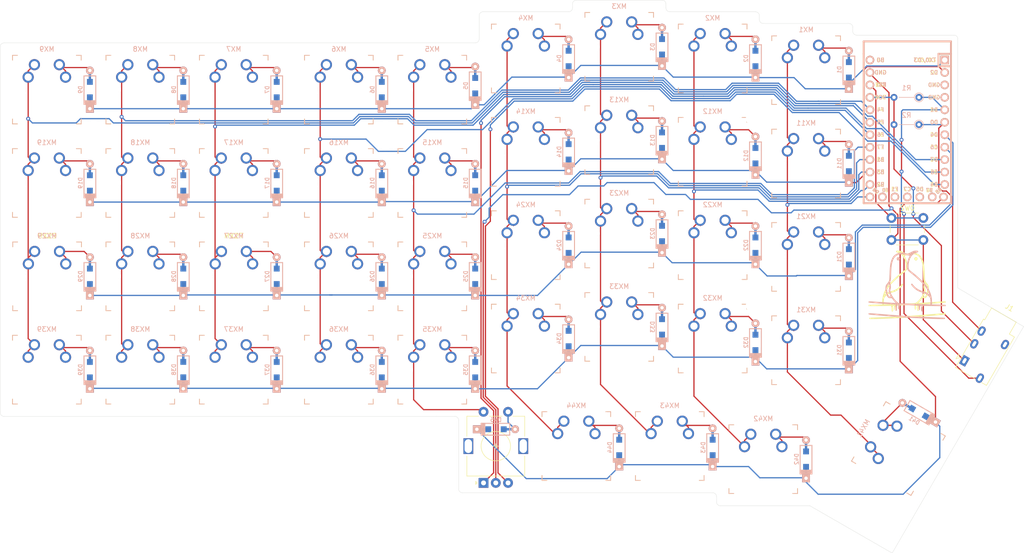
<source format=kicad_pcb>
(kicad_pcb (version 20171130) (host pcbnew "(5.1.9-0-10_14)")
  (layers (0 F.Cu signal) (31 B.Cu signal) (34 B.Paste user) (35 F.Paste user) (36 B.SilkS user) (37 F.SilkS user) (38 B.Mask user) (39 F.Mask user) (44 Edge.Cuts user))
  (net 0 "")
  (net 1 "Net-(D1-Pad2)")
  (net 2 ROW0)
  (net 3 "Net-(D2-Pad2)")
  (net 4 "Net-(D3-Pad2)")
  (net 5 "Net-(D4-Pad2)")
  (net 6 "Net-(D5-Pad2)")
  (net 7 "Net-(D6-Pad2)")
  (net 8 "Net-(D7-Pad2)")
  (net 9 "Net-(D8-Pad2)")
  (net 10 "Net-(D9-Pad2)")
  (net 11 "Net-(D11-Pad2)")
  (net 12 ROW1)
  (net 13 "Net-(D12-Pad2)")
  (net 14 "Net-(D13-Pad2)")
  (net 15 "Net-(D14-Pad2)")
  (net 16 "Net-(D15-Pad2)")
  (net 17 "Net-(D16-Pad2)")
  (net 18 "Net-(D17-Pad2)")
  (net 19 "Net-(D18-Pad2)")
  (net 20 "Net-(D19-Pad2)")
  (net 21 "Net-(D21-Pad2)")
  (net 22 ROW2)
  (net 23 "Net-(D22-Pad2)")
  (net 24 "Net-(D23-Pad2)")
  (net 25 "Net-(D24-Pad2)")
  (net 26 "Net-(D25-Pad2)")
  (net 27 "Net-(D26-Pad2)")
  (net 28 "Net-(D28-Pad2)")
  (net 29 "Net-(D31-Pad2)")
  (net 30 ROW3)
  (net 31 "Net-(D32-Pad2)")
  (net 32 "Net-(D33-Pad2)")
  (net 33 "Net-(D34-Pad2)")
  (net 34 "Net-(D35-Pad2)")
  (net 35 "Net-(D36-Pad2)")
  (net 36 "Net-(D37-Pad2)")
  (net 37 "Net-(D38-Pad2)")
  (net 38 "Net-(D39-Pad2)")
  (net 39 ROW4)
  (net 40 "Net-(D42-Pad2)")
  (net 41 "Net-(D43-Pad2)")
  (net 42 "Net-(D44-Pad2)")
  (net 43 COL0)
  (net 44 COL1)
  (net 45 COL2)
  (net 46 COL3)
  (net 47 COL4)
  (net 48 COL5)
  (net 49 COL6)
  (net 50 COL7)
  (net 51 COL8)
  (net 52 VCC)
  (net 53 SDA)
  (net 54 SCL)
  (net 55 GND)
  (net 56 "Net-(SW0-Pad1)")
  (net 57 LEFT)
  (net 58 RIGHT)
  (net 59 "Net-(D41-Pad2)")
  (net 60 ENC1-IN)
  (net 61 "Net-(D27-Pad2)")
  (net 62 "Net-(D29-Pad2)")
  (module footprints:Stabilizer_MX_2u (layer F.Cu) (at 239.484 109.75975 240)
    (fp_text reference REF** hide)
    (fp_text value Stabilizer_MX_2u hide)
    (pad "" np_thru_hole circle (at -11.9 -6.985 240) (size 3.048 3.048) (drill 3.048) (layers *.Cu *.Mask))
    (pad "" np_thru_hole circle (at 11.9 -6.985 240) (size 3.048 3.048) (drill 3.048) (layers *.Cu *.Mask))
    (pad "" np_thru_hole circle (at -11.9 8.255 240) (size 3.9878 3.9878) (drill 3.9878) (layers *.Cu *.Mask))
    (pad "" np_thru_hole circle (at 11.9 8.255 240) (size 3.9878 3.9878) (drill 3.9878) (layers *.Cu *.Mask))
  )
  (module footprints:wren_logo (layer B.Cu) (at 241.262 76.35875 180)
    (fp_text reference G*** hide)
    (fp_text value LOGO hide)
  )
  (module footprints:wren_logo (layer F.Cu) (at 241.262 76.35875)
    (fp_text reference G*** hide)
    (fp_text value LOGO hide)
  )
  (module footprints:SW_MX_reversible (layer F.Cu) (at 65.924 74.6125)
    (fp_text reference MX29 (at 0 -8.255) (layer F.SilkS))
    (fp_text value MX-NoLED)
    (fp_text user %R (at 0 -8.255) (layer B.SilkS) (effects (justify mirror)))
    (pad "" np_thru_hole circle (at -5.08 0) (size 1.7018 1.7018) (drill 1.7018) (layers *.Cu *.Mask))
    (pad "" np_thru_hole circle (at 5.08 0) (size 1.7018 1.7018) (drill 1.7018) (layers *.Cu *.Mask))
    (pad 1 thru_hole circle (at -3.81 -2.54) (size 2.286 2.286) (drill 1.4986) (layers *.Cu *.Mask) (net 51 COL8))
    (pad "" np_thru_hole circle (at 0 0) (size 3.9878 3.9878) (drill 3.9878) (layers *.Cu *.Mask))
    (pad 2 thru_hole circle (at 2.54 -5.08) (size 2.286 2.286) (drill 1.4986) (layers *.Cu *.Mask) (net 62 "Net-(D29-Pad2)"))
    (pad 1 thru_hole circle (at -2.54 -5.08) (size 2.286 2.286) (drill 1.4986) (layers *.Cu *.Mask) (net 51 COL8))
    (pad 2 thru_hole circle (at 3.81 -2.54) (size 2.286 2.286) (drill 1.4986) (layers *.Cu *.Mask) (net 62 "Net-(D29-Pad2)"))
  )
  (module footprints:SW_MX_reversible (layer F.Cu) (at 104.012 74.6125)
    (fp_text reference MX27 (at 0 -8.255) (layer F.SilkS))
    (fp_text value MX-NoLED)
    (fp_text user %R (at 0 -8.255) (layer B.SilkS) (effects (justify mirror)))
    (pad "" np_thru_hole circle (at -5.08 0) (size 1.7018 1.7018) (drill 1.7018) (layers *.Cu *.Mask))
    (pad "" np_thru_hole circle (at 5.08 0) (size 1.7018 1.7018) (drill 1.7018) (layers *.Cu *.Mask))
    (pad 1 thru_hole circle (at -3.81 -2.54) (size 2.286 2.286) (drill 1.4986) (layers *.Cu *.Mask) (net 49 COL6))
    (pad "" np_thru_hole circle (at 0 0) (size 3.9878 3.9878) (drill 3.9878) (layers *.Cu *.Mask))
    (pad 2 thru_hole circle (at 2.54 -5.08) (size 2.286 2.286) (drill 1.4986) (layers *.Cu *.Mask) (net 61 "Net-(D27-Pad2)"))
    (pad 1 thru_hole circle (at -2.54 -5.08) (size 2.286 2.286) (drill 1.4986) (layers *.Cu *.Mask) (net 49 COL6))
    (pad 2 thru_hole circle (at 3.81 -2.54) (size 2.286 2.286) (drill 1.4986) (layers *.Cu *.Mask) (net 61 "Net-(D27-Pad2)"))
  )
  (module footprints:D_SOD123_axial (layer B.Cu) (at 74.6525 74.6125 90)
    (fp_text reference D29 (at 0 -1.925 90) (layer B.SilkS) (effects (font (size 0.8 0.8)) (justify mirror)))
    (fp_text value D_Small hide)
    (pad 2 smd rect (at 2.7 0 90) (size 2.5 0.5) (layers B.Cu) (net 62 "Net-(D29-Pad2)"))
    (pad 1 smd rect (at -2.7 0 90) (size 2.5 0.5) (layers B.Cu) (net 22 ROW2))
    (pad 2 thru_hole circle (at 3.9 0 90) (size 1.6 1.6) (drill 0.7) (layers *.Cu *.Mask B.SilkS) (net 62 "Net-(D29-Pad2)"))
    (pad 1 thru_hole rect (at -3.9 0 90) (size 1.6 1.6) (drill 0.7) (layers *.Cu *.Mask B.SilkS) (net 22 ROW2))
    (pad 1 smd rect (at -1.575 0 90) (size 1.2 1.2) (layers B.Cu B.Paste B.Mask) (net 22 ROW2))
    (pad 2 smd rect (at 1.575 0 90) (size 1.2 1.2) (layers B.Cu B.Paste B.Mask) (net 62 "Net-(D29-Pad2)"))
  )
  (module footprints:D_SOD123_axial (layer B.Cu) (at 112.7405 74.6125 90)
    (fp_text reference D27 (at 0 -1.925 90) (layer B.SilkS) (effects (font (size 0.8 0.8)) (justify mirror)))
    (fp_text value D_Small hide)
    (pad 2 smd rect (at 2.7 0 90) (size 2.5 0.5) (layers B.Cu) (net 61 "Net-(D27-Pad2)"))
    (pad 1 smd rect (at -2.7 0 90) (size 2.5 0.5) (layers B.Cu) (net 22 ROW2))
    (pad 2 thru_hole circle (at 3.9 0 90) (size 1.6 1.6) (drill 0.7) (layers *.Cu *.Mask B.SilkS) (net 61 "Net-(D27-Pad2)"))
    (pad 1 thru_hole rect (at -3.9 0 90) (size 1.6 1.6) (drill 0.7) (layers *.Cu *.Mask B.SilkS) (net 22 ROW2))
    (pad 1 smd rect (at -1.575 0 90) (size 1.2 1.2) (layers B.Cu B.Paste B.Mask) (net 22 ROW2))
    (pad 2 smd rect (at 1.575 0 90) (size 1.2 1.2) (layers B.Cu B.Paste B.Mask) (net 61 "Net-(D27-Pad2)"))
  )
  (module footprints:Elite-C (layer B.Cu) (at 241.3 44.45 270)
    (fp_text reference U1 hide)
    (fp_text value Elite-C hide)
    (fp_text user D5 (at 12.4 -2.54 180) (layer F.SilkS) (effects (font (size 0.8 0.8))))
    (fp_text user D5 (at 12.4 -2.54 180) (layer B.SilkS) (effects (font (size 0.8 0.8)) (justify mirror)))
    (fp_text user F1 (at 12.4 2.54 180) (layer B.SilkS) (effects (font (size 0.8 0.8)) (justify mirror)))
    (fp_text user F1 (at 12.4 2.54 180) (layer F.SilkS) (effects (font (size 0.8 0.8))))
    (fp_text user C7 (at 12.4 0 180) (layer F.SilkS) (effects (font (size 0.8 0.8))))
    (fp_text user C7 (at 12.4 0 180) (layer B.SilkS) (effects (font (size 0.8 0.8)) (justify mirror)))
    (fp_text user B6 (at 12.7 6.4 135 unlocked) (layer F.SilkS) (effects (font (size 0.7 0.7))))
    (fp_text user B6 (at 12.7 6.4 135 unlocked) (layer B.SilkS) (effects (font (size 0.7 0.7)) (justify mirror)))
    (fp_text user F0 (at 12.6 4.5 180) (layer B.SilkS) (effects (font (size 0.7 0.7)) (justify mirror)))
    (fp_text user F0 (at 12.6 4.5 180) (layer F.SilkS) (effects (font (size 0.7 0.7))))
    (fp_text user B7 (at 12.6 -4.5 180) (layer F.SilkS) (effects (font (size 0.7 0.7))))
    (fp_text user B7 (at 12.6 -4.5 180) (layer B.SilkS) (effects (font (size 0.7 0.7)) (justify mirror)))
    (fp_text user ST (at -8.91 5.04 180) (layer F.SilkS) (effects (font (size 0.8 0.8))))
    (fp_text user TX0/D3 (at -13.97 -3.571872 180) (layer B.SilkS) (effects (font (size 0.8 0.8)) (justify mirror)))
    (fp_text user TX0/D3 (at -13.97 -3.571872 180) (layer F.SilkS) (effects (font (size 0.8 0.8))))
    (fp_text user D2 (at -11.43 -5.461 180) (layer B.SilkS) (effects (font (size 0.8 0.8)) (justify mirror)))
    (fp_text user D0 (at -1.27 -5.461 180) (layer B.SilkS) (effects (font (size 0.8 0.8)) (justify mirror)))
    (fp_text user D1 (at -3.81 -5.461 180) (layer B.SilkS) (effects (font (size 0.8 0.8)) (justify mirror)))
    (fp_text user GND (at -6.35 -5.461 180) (layer B.SilkS) (effects (font (size 0.8 0.8)) (justify mirror)))
    (fp_text user GND (at -8.89 -5.461 180) (layer B.SilkS) (effects (font (size 0.8 0.8)) (justify mirror)))
    (fp_text user D4 (at 1.27 -5.461 180) (layer B.SilkS) (effects (font (size 0.8 0.8)) (justify mirror)))
    (fp_text user C6 (at 3.81 -5.461 180) (layer B.SilkS) (effects (font (size 0.8 0.8)) (justify mirror)))
    (fp_text user D7 (at 6.35 -5.461 180) (layer B.SilkS) (effects (font (size 0.8 0.8)) (justify mirror)))
    (fp_text user E6 (at 8.89 -5.461 180) (layer B.SilkS) (effects (font (size 0.8 0.8)) (justify mirror)))
    (fp_text user B4 (at 11.43 -5.461 180) (layer B.SilkS) (effects (font (size 0.8 0.8)) (justify mirror)))
    (fp_text user B5 (at 12.7 -6.4 225) (layer B.SilkS) (effects (font (size 0.7 0.7)) (justify mirror)))
    (fp_text user B2 (at 11.43 5.461 180) (layer F.SilkS) (effects (font (size 0.8 0.8))))
    (fp_text user B3 (at 8.89 5.461 180) (layer B.SilkS) (effects (font (size 0.8 0.8)) (justify mirror)))
    (fp_text user B1 (at 6.35 5.461 180) (layer B.SilkS) (effects (font (size 0.8 0.8)) (justify mirror)))
    (fp_text user F7 (at 3.81 5.461 180) (layer F.SilkS) (effects (font (size 0.8 0.8))))
    (fp_text user F6 (at 1.27 5.461 180) (layer F.SilkS) (effects (font (size 0.8 0.8))))
    (fp_text user F5 (at -1.27 5.461 180) (layer F.SilkS) (effects (font (size 0.8 0.8))))
    (fp_text user F4 (at -3.81 5.461 180) (layer B.SilkS) (effects (font (size 0.8 0.8)) (justify mirror)))
    (fp_text user VCC (at -6.35 5.461 180) (layer B.SilkS) (effects (font (size 0.8 0.8)) (justify mirror)))
    (fp_text user ST (at -8.92 5.73312 180) (layer B.SilkS) (effects (font (size 0.8 0.8)) (justify mirror)))
    (fp_text user GND (at -11.43 5.461 180) (layer B.SilkS) (effects (font (size 0.8 0.8)) (justify mirror)))
    (fp_text user B0 (at -13.97 5.461 180) (layer B.SilkS) (effects (font (size 0.8 0.8)) (justify mirror)))
    (fp_text user B0 (at -13.97 5.461 180) (layer F.SilkS) (effects (font (size 0.8 0.8))))
    (fp_text user GND (at -11.43 5.461 180) (layer F.SilkS) (effects (font (size 0.8 0.8))))
    (fp_text user VCC (at -6.35 5.461 180) (layer F.SilkS) (effects (font (size 0.8 0.8))))
    (fp_text user F4 (at -3.81 5.461 180) (layer F.SilkS) (effects (font (size 0.8 0.8))))
    (fp_text user F5 (at -1.27 5.461 180) (layer B.SilkS) (effects (font (size 0.8 0.8)) (justify mirror)))
    (fp_text user F6 (at 1.27 5.461 180) (layer B.SilkS) (effects (font (size 0.8 0.8)) (justify mirror)))
    (fp_text user F7 (at 3.81 5.461 180) (layer B.SilkS) (effects (font (size 0.8 0.8)) (justify mirror)))
    (fp_text user B1 (at 6.35 5.461 180) (layer F.SilkS) (effects (font (size 0.8 0.8))))
    (fp_text user B3 (at 8.89 5.461 180) (layer F.SilkS) (effects (font (size 0.8 0.8))))
    (fp_text user B2 (at 11.43 5.461 180) (layer B.SilkS) (effects (font (size 0.8 0.8)) (justify mirror)))
    (fp_text user B5 (at 12.7 -6.4 225) (layer F.SilkS) (effects (font (size 0.7 0.7))))
    (fp_text user B4 (at 11.43 -5.461 180) (layer F.SilkS) (effects (font (size 0.8 0.8))))
    (fp_text user E6 (at 8.89 -5.461 180) (layer F.SilkS) (effects (font (size 0.8 0.8))))
    (fp_text user D7 (at 6.35 -5.461 180) (layer F.SilkS) (effects (font (size 0.8 0.8))))
    (fp_text user C6 (at 3.81 -5.461 180) (layer F.SilkS) (effects (font (size 0.8 0.8))))
    (fp_text user D4 (at 1.27 -5.461 180) (layer F.SilkS) (effects (font (size 0.8 0.8))))
    (fp_text user GND (at -8.89 -5.461 180) (layer F.SilkS) (effects (font (size 0.8 0.8))))
    (fp_text user GND (at -6.35 -5.461 180) (layer F.SilkS) (effects (font (size 0.8 0.8))))
    (fp_text user D1 (at -3.81 -5.461 180) (layer F.SilkS) (effects (font (size 0.8 0.8))))
    (fp_text user D0 (at -1.27 -5.461 180) (layer F.SilkS) (effects (font (size 0.8 0.8))))
    (fp_text user D2 (at -11.43 -5.461 180) (layer F.SilkS) (effects (font (size 0.8 0.8))))
    (pad 25 thru_hole circle (at 13.97 -5.08 270) (size 1.7526 1.7526) (drill 1.0922) (layers *.Cu *.SilkS *.Mask))
    (pad 26 thru_hole circle (at 13.97 -2.54 270) (size 1.7526 1.7526) (drill 1.0922) (layers *.Cu *.SilkS *.Mask))
    (pad 27 thru_hole circle (at 13.97 0 270) (size 1.7526 1.7526) (drill 1.0922) (layers *.Cu *.SilkS *.Mask))
    (pad 28 thru_hole circle (at 13.97 2.54 270) (size 1.7526 1.7526) (drill 1.0922) (layers *.Cu *.SilkS *.Mask))
    (pad 29 thru_hole circle (at 13.97 5.08 270) (size 1.7526 1.7526) (drill 1.0922) (layers *.Cu *.SilkS *.Mask))
    (pad 24 thru_hole circle (at -13.97 7.62 270) (size 1.7526 1.7526) (drill 1.0922) (layers *.Cu *.SilkS *.Mask))
    (pad 12 thru_hole circle (at 13.97 -7.3914 270) (size 1.7526 1.7526) (drill 1.0922) (layers *.Cu *.SilkS *.Mask) (net 39 ROW4))
    (pad 23 thru_hole circle (at -11.43 7.62 270) (size 1.7526 1.7526) (drill 1.0922) (layers *.Cu *.SilkS *.Mask) (net 55 GND))
    (pad 22 thru_hole circle (at -8.89 7.62 270) (size 1.7526 1.7526) (drill 1.0922) (layers *.Cu *.SilkS *.Mask) (net 56 "Net-(SW0-Pad1)"))
    (pad 21 thru_hole circle (at -6.35 7.62 270) (size 1.7526 1.7526) (drill 1.0922) (layers *.Cu *.SilkS *.Mask) (net 52 VCC))
    (pad 20 thru_hole circle (at -3.81 7.62 270) (size 1.7526 1.7526) (drill 1.0922) (layers *.Cu *.SilkS *.Mask) (net 50 COL7))
    (pad 19 thru_hole circle (at -1.27 7.62 270) (size 1.7526 1.7526) (drill 1.0922) (layers *.Cu *.SilkS *.Mask) (net 49 COL6))
    (pad 18 thru_hole circle (at 1.27 7.62 270) (size 1.7526 1.7526) (drill 1.0922) (layers *.Cu *.SilkS *.Mask) (net 48 COL5))
    (pad 17 thru_hole circle (at 3.81 7.62 270) (size 1.7526 1.7526) (drill 1.0922) (layers *.Cu *.SilkS *.Mask) (net 47 COL4))
    (pad 16 thru_hole circle (at 6.35 7.62 270) (size 1.7526 1.7526) (drill 1.0922) (layers *.Cu *.SilkS *.Mask) (net 46 COL3))
    (pad 15 thru_hole circle (at 8.89 7.62 270) (size 1.7526 1.7526) (drill 1.0922) (layers *.Cu *.SilkS *.Mask) (net 45 COL2))
    (pad 14 thru_hole circle (at 11.43 7.62 270) (size 1.7526 1.7526) (drill 1.0922) (layers *.Cu *.SilkS *.Mask) (net 44 COL1))
    (pad 13 thru_hole circle (at 13.97 7.62 270) (size 1.7526 1.7526) (drill 1.0922) (layers *.Cu *.SilkS *.Mask) (net 43 COL0))
    (pad 11 thru_hole circle (at 11.43 -7.62 270) (size 1.7526 1.7526) (drill 1.0922) (layers *.Cu *.SilkS *.Mask) (net 58 RIGHT))
    (pad 10 thru_hole circle (at 8.89 -7.62 270) (size 1.7526 1.7526) (drill 1.0922) (layers *.Cu *.SilkS *.Mask) (net 57 LEFT))
    (pad 9 thru_hole circle (at 6.35 -7.62 270) (size 1.7526 1.7526) (drill 1.0922) (layers *.Cu *.SilkS *.Mask) (net 51 COL8))
    (pad 8 thru_hole circle (at 3.81 -7.62 270) (size 1.7526 1.7526) (drill 1.0922) (layers *.Cu *.SilkS *.Mask) (net 22 ROW2))
    (pad 7 thru_hole circle (at 1.27 -7.62 270) (size 1.7526 1.7526) (drill 1.0922) (layers *.Cu *.SilkS *.Mask) (net 30 ROW3))
    (pad 6 thru_hole circle (at -1.27 -7.62 270) (size 1.7526 1.7526) (drill 1.0922) (layers *.Cu *.SilkS *.Mask) (net 54 SCL))
    (pad 5 thru_hole circle (at -3.81 -7.62 270) (size 1.7526 1.7526) (drill 1.0922) (layers *.Cu *.SilkS *.Mask) (net 53 SDA))
    (pad 4 thru_hole circle (at -6.35 -7.62 270) (size 1.7526 1.7526) (drill 1.0922) (layers *.Cu *.SilkS *.Mask) (net 55 GND))
    (pad 3 thru_hole circle (at -8.89 -7.62 270) (size 1.7526 1.7526) (drill 1.0922) (layers *.Cu *.SilkS *.Mask) (net 55 GND))
    (pad 2 thru_hole circle (at -11.43 -7.62 270) (size 1.7526 1.7526) (drill 1.0922) (layers *.Cu *.SilkS *.Mask) (net 12 ROW1))
    (pad 1 thru_hole rect (at -13.97 -7.62 270) (size 1.7526 1.7526) (drill 1.0922) (layers *.Cu *.SilkS *.Mask) (net 2 ROW0))
  )
  (module footprints:SW_MX_reversible (layer F.Cu) (at 65.88125 36.5125)
    (fp_text reference MX9)
    (fp_text value MX-NoLED)
    (fp_text user %R (at 0 -8.255) (layer B.SilkS) (effects (justify mirror)))
    (pad "" np_thru_hole circle (at -5.08 0) (size 1.7018 1.7018) (drill 1.7018) (layers *.Cu *.Mask))
    (pad "" np_thru_hole circle (at 5.08 0) (size 1.7018 1.7018) (drill 1.7018) (layers *.Cu *.Mask))
    (pad 1 thru_hole circle (at -3.81 -2.54) (size 2.286 2.286) (drill 1.4986) (layers *.Cu *.Mask) (net 51 COL8))
    (pad "" np_thru_hole circle (at 0 0) (size 3.9878 3.9878) (drill 3.9878) (layers *.Cu *.Mask))
    (pad 2 thru_hole circle (at 2.54 -5.08) (size 2.286 2.286) (drill 1.4986) (layers *.Cu *.Mask) (net 10 "Net-(D9-Pad2)"))
    (pad 1 thru_hole circle (at -2.54 -5.08) (size 2.286 2.286) (drill 1.4986) (layers *.Cu *.Mask) (net 51 COL8))
    (pad 2 thru_hole circle (at 3.81 -2.54) (size 2.286 2.286) (drill 1.4986) (layers *.Cu *.Mask) (net 10 "Net-(D9-Pad2)"))
  )
  (module footprints:SW_MX_reversible (layer F.Cu) (at 65.88125 93.6625)
    (fp_text reference MX39)
    (fp_text value MX-NoLED)
    (fp_text user %R (at 0 -8.255) (layer B.SilkS) (effects (justify mirror)))
    (pad "" np_thru_hole circle (at -5.08 0) (size 1.7018 1.7018) (drill 1.7018) (layers *.Cu *.Mask))
    (pad "" np_thru_hole circle (at 5.08 0) (size 1.7018 1.7018) (drill 1.7018) (layers *.Cu *.Mask))
    (pad 1 thru_hole circle (at -3.81 -2.54) (size 2.286 2.286) (drill 1.4986) (layers *.Cu *.Mask) (net 51 COL8))
    (pad "" np_thru_hole circle (at 0 0) (size 3.9878 3.9878) (drill 3.9878) (layers *.Cu *.Mask))
    (pad 2 thru_hole circle (at 2.54 -5.08) (size 2.286 2.286) (drill 1.4986) (layers *.Cu *.Mask) (net 38 "Net-(D39-Pad2)"))
    (pad 1 thru_hole circle (at -2.54 -5.08) (size 2.286 2.286) (drill 1.4986) (layers *.Cu *.Mask) (net 51 COL8))
    (pad 2 thru_hole circle (at 3.81 -2.54) (size 2.286 2.286) (drill 1.4986) (layers *.Cu *.Mask) (net 38 "Net-(D39-Pad2)"))
  )
  (module footprints:SW_MX_reversible (layer F.Cu) (at 239.484 109.75975 60)
    (fp_text reference MX41)
    (fp_text value MX-NoLED)
    (fp_text user %R (at 0 -8.255 60) (layer B.SilkS) (effects (justify mirror)))
    (pad "" np_thru_hole circle (at -5.08 0 60) (size 1.7018 1.7018) (drill 1.7018) (layers *.Cu *.Mask))
    (pad "" np_thru_hole circle (at 5.08 0 60) (size 1.7018 1.7018) (drill 1.7018) (layers *.Cu *.Mask))
    (pad 1 thru_hole circle (at -3.81 -2.54 60) (size 2.286 2.286) (drill 1.4986) (layers *.Cu *.Mask) (net 43 COL0))
    (pad "" np_thru_hole circle (at 0 0 60) (size 3.9878 3.9878) (drill 3.9878) (layers *.Cu *.Mask))
    (pad 2 thru_hole circle (at 2.54 -5.08 60) (size 2.286 2.286) (drill 1.4986) (layers *.Cu *.Mask) (net 59 "Net-(D41-Pad2)"))
    (pad 1 thru_hole circle (at -2.54 -5.08 60) (size 2.286 2.286) (drill 1.4986) (layers *.Cu *.Mask) (net 43 COL0))
    (pad 2 thru_hole circle (at 3.81 -2.54 60) (size 2.286 2.286) (drill 1.4986) (layers *.Cu *.Mask) (net 59 "Net-(D41-Pad2)"))
  )
  (module footprints:SW_MX_reversible (layer F.Cu) (at 144.4625 55.5625)
    (fp_text reference MX15)
    (fp_text value MX-NoLED)
    (fp_text user %R (at 0 -8.255) (layer B.SilkS) (effects (justify mirror)))
    (pad "" np_thru_hole circle (at -5.08 0) (size 1.7018 1.7018) (drill 1.7018) (layers *.Cu *.Mask))
    (pad "" np_thru_hole circle (at 5.08 0) (size 1.7018 1.7018) (drill 1.7018) (layers *.Cu *.Mask))
    (pad 1 thru_hole circle (at -3.81 -2.54) (size 2.286 2.286) (drill 1.4986) (layers *.Cu *.Mask) (net 47 COL4))
    (pad "" np_thru_hole circle (at 0 0) (size 3.9878 3.9878) (drill 3.9878) (layers *.Cu *.Mask))
    (pad 2 thru_hole circle (at 2.54 -5.08) (size 2.286 2.286) (drill 1.4986) (layers *.Cu *.Mask) (net 16 "Net-(D15-Pad2)"))
    (pad 1 thru_hole circle (at -2.54 -5.08) (size 2.286 2.286) (drill 1.4986) (layers *.Cu *.Mask) (net 47 COL4))
    (pad 2 thru_hole circle (at 3.81 -2.54) (size 2.286 2.286) (drill 1.4986) (layers *.Cu *.Mask) (net 16 "Net-(D15-Pad2)"))
  )
  (module footprints:SW_MX_reversible (layer F.Cu) (at 173.825 109.25175)
    (fp_text reference MX44)
    (fp_text value MX-NoLED)
    (fp_text user %R (at 0 -8.255) (layer B.SilkS) (effects (justify mirror)))
    (pad "" np_thru_hole circle (at -5.08 0) (size 1.7018 1.7018) (drill 1.7018) (layers *.Cu *.Mask))
    (pad "" np_thru_hole circle (at 5.08 0) (size 1.7018 1.7018) (drill 1.7018) (layers *.Cu *.Mask))
    (pad 1 thru_hole circle (at -3.81 -2.54) (size 2.286 2.286) (drill 1.4986) (layers *.Cu *.Mask) (net 46 COL3))
    (pad "" np_thru_hole circle (at 0 0) (size 3.9878 3.9878) (drill 3.9878) (layers *.Cu *.Mask))
    (pad 2 thru_hole circle (at 2.54 -5.08) (size 2.286 2.286) (drill 1.4986) (layers *.Cu *.Mask) (net 42 "Net-(D44-Pad2)"))
    (pad 1 thru_hole circle (at -2.54 -5.08) (size 2.286 2.286) (drill 1.4986) (layers *.Cu *.Mask) (net 46 COL3))
    (pad 2 thru_hole circle (at 3.81 -2.54) (size 2.286 2.286) (drill 1.4986) (layers *.Cu *.Mask) (net 42 "Net-(D44-Pad2)"))
  )
  (module footprints:SW_MX_reversible (layer F.Cu) (at 192.875 109.25175)
    (fp_text reference MX43)
    (fp_text value MX-NoLED)
    (fp_text user %R (at 0 -8.255) (layer B.SilkS) (effects (justify mirror)))
    (pad "" np_thru_hole circle (at -5.08 0) (size 1.7018 1.7018) (drill 1.7018) (layers *.Cu *.Mask))
    (pad "" np_thru_hole circle (at 5.08 0) (size 1.7018 1.7018) (drill 1.7018) (layers *.Cu *.Mask))
    (pad 1 thru_hole circle (at -3.81 -2.54) (size 2.286 2.286) (drill 1.4986) (layers *.Cu *.Mask) (net 45 COL2))
    (pad "" np_thru_hole circle (at 0 0) (size 3.9878 3.9878) (drill 3.9878) (layers *.Cu *.Mask))
    (pad 2 thru_hole circle (at 2.54 -5.08) (size 2.286 2.286) (drill 1.4986) (layers *.Cu *.Mask) (net 41 "Net-(D43-Pad2)"))
    (pad 1 thru_hole circle (at -2.54 -5.08) (size 2.286 2.286) (drill 1.4986) (layers *.Cu *.Mask) (net 45 COL2))
    (pad 2 thru_hole circle (at 3.81 -2.54) (size 2.286 2.286) (drill 1.4986) (layers *.Cu *.Mask) (net 41 "Net-(D43-Pad2)"))
  )
  (module footprints:SW_MX_reversible (layer F.Cu) (at 211.925 111.91875)
    (fp_text reference MX42)
    (fp_text value MX-NoLED)
    (fp_text user %R (at 0 -8.255) (layer B.SilkS) (effects (justify mirror)))
    (pad "" np_thru_hole circle (at -5.08 0) (size 1.7018 1.7018) (drill 1.7018) (layers *.Cu *.Mask))
    (pad "" np_thru_hole circle (at 5.08 0) (size 1.7018 1.7018) (drill 1.7018) (layers *.Cu *.Mask))
    (pad 1 thru_hole circle (at -3.81 -2.54) (size 2.286 2.286) (drill 1.4986) (layers *.Cu *.Mask) (net 44 COL1))
    (pad "" np_thru_hole circle (at 0 0) (size 3.9878 3.9878) (drill 3.9878) (layers *.Cu *.Mask))
    (pad 2 thru_hole circle (at 2.54 -5.08) (size 2.286 2.286) (drill 1.4986) (layers *.Cu *.Mask) (net 40 "Net-(D42-Pad2)"))
    (pad 1 thru_hole circle (at -2.54 -5.08) (size 2.286 2.286) (drill 1.4986) (layers *.Cu *.Mask) (net 44 COL1))
    (pad 2 thru_hole circle (at 3.81 -2.54) (size 2.286 2.286) (drill 1.4986) (layers *.Cu *.Mask) (net 40 "Net-(D42-Pad2)"))
  )
  (module footprints:SW_MX_reversible (layer F.Cu) (at 84.93125 93.6625)
    (fp_text reference MX38)
    (fp_text value MX-NoLED)
    (fp_text user %R (at 0 -8.255) (layer B.SilkS) (effects (justify mirror)))
    (pad "" np_thru_hole circle (at -5.08 0) (size 1.7018 1.7018) (drill 1.7018) (layers *.Cu *.Mask))
    (pad "" np_thru_hole circle (at 5.08 0) (size 1.7018 1.7018) (drill 1.7018) (layers *.Cu *.Mask))
    (pad 1 thru_hole circle (at -3.81 -2.54) (size 2.286 2.286) (drill 1.4986) (layers *.Cu *.Mask) (net 50 COL7))
    (pad "" np_thru_hole circle (at 0 0) (size 3.9878 3.9878) (drill 3.9878) (layers *.Cu *.Mask))
    (pad 2 thru_hole circle (at 2.54 -5.08) (size 2.286 2.286) (drill 1.4986) (layers *.Cu *.Mask) (net 37 "Net-(D38-Pad2)"))
    (pad 1 thru_hole circle (at -2.54 -5.08) (size 2.286 2.286) (drill 1.4986) (layers *.Cu *.Mask) (net 50 COL7))
    (pad 2 thru_hole circle (at 3.81 -2.54) (size 2.286 2.286) (drill 1.4986) (layers *.Cu *.Mask) (net 37 "Net-(D38-Pad2)"))
  )
  (module footprints:SW_MX_reversible (layer F.Cu) (at 103.98125 93.6625)
    (fp_text reference MX37)
    (fp_text value MX-NoLED)
    (fp_text user %R (at 0 -8.255) (layer B.SilkS) (effects (justify mirror)))
    (pad "" np_thru_hole circle (at -5.08 0) (size 1.7018 1.7018) (drill 1.7018) (layers *.Cu *.Mask))
    (pad "" np_thru_hole circle (at 5.08 0) (size 1.7018 1.7018) (drill 1.7018) (layers *.Cu *.Mask))
    (pad 1 thru_hole circle (at -3.81 -2.54) (size 2.286 2.286) (drill 1.4986) (layers *.Cu *.Mask) (net 49 COL6))
    (pad "" np_thru_hole circle (at 0 0) (size 3.9878 3.9878) (drill 3.9878) (layers *.Cu *.Mask))
    (pad 2 thru_hole circle (at 2.54 -5.08) (size 2.286 2.286) (drill 1.4986) (layers *.Cu *.Mask) (net 36 "Net-(D37-Pad2)"))
    (pad 1 thru_hole circle (at -2.54 -5.08) (size 2.286 2.286) (drill 1.4986) (layers *.Cu *.Mask) (net 49 COL6))
    (pad 2 thru_hole circle (at 3.81 -2.54) (size 2.286 2.286) (drill 1.4986) (layers *.Cu *.Mask) (net 36 "Net-(D37-Pad2)"))
  )
  (module footprints:SW_MX_reversible (layer F.Cu) (at 125.4125 93.6625)
    (fp_text reference MX36)
    (fp_text value MX-NoLED)
    (fp_text user %R (at 0 -8.255) (layer B.SilkS) (effects (justify mirror)))
    (pad "" np_thru_hole circle (at -5.08 0) (size 1.7018 1.7018) (drill 1.7018) (layers *.Cu *.Mask))
    (pad "" np_thru_hole circle (at 5.08 0) (size 1.7018 1.7018) (drill 1.7018) (layers *.Cu *.Mask))
    (pad 1 thru_hole circle (at -3.81 -2.54) (size 2.286 2.286) (drill 1.4986) (layers *.Cu *.Mask) (net 48 COL5))
    (pad "" np_thru_hole circle (at 0 0) (size 3.9878 3.9878) (drill 3.9878) (layers *.Cu *.Mask))
    (pad 2 thru_hole circle (at 2.54 -5.08) (size 2.286 2.286) (drill 1.4986) (layers *.Cu *.Mask) (net 35 "Net-(D36-Pad2)"))
    (pad 1 thru_hole circle (at -2.54 -5.08) (size 2.286 2.286) (drill 1.4986) (layers *.Cu *.Mask) (net 48 COL5))
    (pad 2 thru_hole circle (at 3.81 -2.54) (size 2.286 2.286) (drill 1.4986) (layers *.Cu *.Mask) (net 35 "Net-(D36-Pad2)"))
  )
  (module footprints:SW_MX_reversible (layer F.Cu) (at 144.4625 93.6625)
    (fp_text reference MX35)
    (fp_text value MX-NoLED)
    (fp_text user %R (at 0 -8.255) (layer B.SilkS) (effects (justify mirror)))
    (pad "" np_thru_hole circle (at -5.08 0) (size 1.7018 1.7018) (drill 1.7018) (layers *.Cu *.Mask))
    (pad "" np_thru_hole circle (at 5.08 0) (size 1.7018 1.7018) (drill 1.7018) (layers *.Cu *.Mask))
    (pad 1 thru_hole circle (at -3.81 -2.54) (size 2.286 2.286) (drill 1.4986) (layers *.Cu *.Mask) (net 47 COL4))
    (pad "" np_thru_hole circle (at 0 0) (size 3.9878 3.9878) (drill 3.9878) (layers *.Cu *.Mask))
    (pad 2 thru_hole circle (at 2.54 -5.08) (size 2.286 2.286) (drill 1.4986) (layers *.Cu *.Mask) (net 34 "Net-(D35-Pad2)"))
    (pad 1 thru_hole circle (at -2.54 -5.08) (size 2.286 2.286) (drill 1.4986) (layers *.Cu *.Mask) (net 47 COL4))
    (pad 2 thru_hole circle (at 3.81 -2.54) (size 2.286 2.286) (drill 1.4986) (layers *.Cu *.Mask) (net 34 "Net-(D35-Pad2)"))
  )
  (module footprints:SW_MX_reversible (layer F.Cu) (at 163.5125 87.3125)
    (fp_text reference MX34)
    (fp_text value MX-NoLED)
    (fp_text user %R (at 0 -8.255) (layer B.SilkS) (effects (justify mirror)))
    (pad "" np_thru_hole circle (at -5.08 0) (size 1.7018 1.7018) (drill 1.7018) (layers *.Cu *.Mask))
    (pad "" np_thru_hole circle (at 5.08 0) (size 1.7018 1.7018) (drill 1.7018) (layers *.Cu *.Mask))
    (pad 1 thru_hole circle (at -3.81 -2.54) (size 2.286 2.286) (drill 1.4986) (layers *.Cu *.Mask) (net 46 COL3))
    (pad "" np_thru_hole circle (at 0 0) (size 3.9878 3.9878) (drill 3.9878) (layers *.Cu *.Mask))
    (pad 2 thru_hole circle (at 2.54 -5.08) (size 2.286 2.286) (drill 1.4986) (layers *.Cu *.Mask) (net 33 "Net-(D34-Pad2)"))
    (pad 1 thru_hole circle (at -2.54 -5.08) (size 2.286 2.286) (drill 1.4986) (layers *.Cu *.Mask) (net 46 COL3))
    (pad 2 thru_hole circle (at 3.81 -2.54) (size 2.286 2.286) (drill 1.4986) (layers *.Cu *.Mask) (net 33 "Net-(D34-Pad2)"))
  )
  (module footprints:SW_MX_reversible (layer F.Cu) (at 182.5625 84.93125)
    (fp_text reference MX33)
    (fp_text value MX-NoLED)
    (fp_text user %R (at 0 -8.255) (layer B.SilkS) (effects (justify mirror)))
    (pad "" np_thru_hole circle (at -5.08 0) (size 1.7018 1.7018) (drill 1.7018) (layers *.Cu *.Mask))
    (pad "" np_thru_hole circle (at 5.08 0) (size 1.7018 1.7018) (drill 1.7018) (layers *.Cu *.Mask))
    (pad 1 thru_hole circle (at -3.81 -2.54) (size 2.286 2.286) (drill 1.4986) (layers *.Cu *.Mask) (net 45 COL2))
    (pad "" np_thru_hole circle (at 0 0) (size 3.9878 3.9878) (drill 3.9878) (layers *.Cu *.Mask))
    (pad 2 thru_hole circle (at 2.54 -5.08) (size 2.286 2.286) (drill 1.4986) (layers *.Cu *.Mask) (net 32 "Net-(D33-Pad2)"))
    (pad 1 thru_hole circle (at -2.54 -5.08) (size 2.286 2.286) (drill 1.4986) (layers *.Cu *.Mask) (net 45 COL2))
    (pad 2 thru_hole circle (at 3.81 -2.54) (size 2.286 2.286) (drill 1.4986) (layers *.Cu *.Mask) (net 32 "Net-(D33-Pad2)"))
  )
  (module footprints:SW_MX_reversible (layer F.Cu) (at 201.6125 87.3125)
    (fp_text reference MX32)
    (fp_text value MX-NoLED)
    (fp_text user %R (at 0 -8.255) (layer B.SilkS) (effects (justify mirror)))
    (pad "" np_thru_hole circle (at -5.08 0) (size 1.7018 1.7018) (drill 1.7018) (layers *.Cu *.Mask))
    (pad "" np_thru_hole circle (at 5.08 0) (size 1.7018 1.7018) (drill 1.7018) (layers *.Cu *.Mask))
    (pad 1 thru_hole circle (at -3.81 -2.54) (size 2.286 2.286) (drill 1.4986) (layers *.Cu *.Mask) (net 44 COL1))
    (pad "" np_thru_hole circle (at 0 0) (size 3.9878 3.9878) (drill 3.9878) (layers *.Cu *.Mask))
    (pad 2 thru_hole circle (at 2.54 -5.08) (size 2.286 2.286) (drill 1.4986) (layers *.Cu *.Mask) (net 31 "Net-(D32-Pad2)"))
    (pad 1 thru_hole circle (at -2.54 -5.08) (size 2.286 2.286) (drill 1.4986) (layers *.Cu *.Mask) (net 44 COL1))
    (pad 2 thru_hole circle (at 3.81 -2.54) (size 2.286 2.286) (drill 1.4986) (layers *.Cu *.Mask) (net 31 "Net-(D32-Pad2)"))
  )
  (module footprints:SW_MX_reversible (layer F.Cu) (at 220.6625 89.69375)
    (fp_text reference MX31)
    (fp_text value MX-NoLED)
    (fp_text user %R (at 0 -8.255) (layer B.SilkS) (effects (justify mirror)))
    (pad "" np_thru_hole circle (at -5.08 0) (size 1.7018 1.7018) (drill 1.7018) (layers *.Cu *.Mask))
    (pad "" np_thru_hole circle (at 5.08 0) (size 1.7018 1.7018) (drill 1.7018) (layers *.Cu *.Mask))
    (pad 1 thru_hole circle (at -3.81 -2.54) (size 2.286 2.286) (drill 1.4986) (layers *.Cu *.Mask) (net 43 COL0))
    (pad "" np_thru_hole circle (at 0 0) (size 3.9878 3.9878) (drill 3.9878) (layers *.Cu *.Mask))
    (pad 2 thru_hole circle (at 2.54 -5.08) (size 2.286 2.286) (drill 1.4986) (layers *.Cu *.Mask) (net 29 "Net-(D31-Pad2)"))
    (pad 1 thru_hole circle (at -2.54 -5.08) (size 2.286 2.286) (drill 1.4986) (layers *.Cu *.Mask) (net 43 COL0))
    (pad 2 thru_hole circle (at 3.81 -2.54) (size 2.286 2.286) (drill 1.4986) (layers *.Cu *.Mask) (net 29 "Net-(D31-Pad2)"))
  )
  (module footprints:SW_MX_reversible (layer F.Cu) (at 84.93125 74.6125)
    (fp_text reference MX28)
    (fp_text value MX-NoLED)
    (fp_text user %R (at 0 -8.255) (layer B.SilkS) (effects (justify mirror)))
    (pad "" np_thru_hole circle (at -5.08 0) (size 1.7018 1.7018) (drill 1.7018) (layers *.Cu *.Mask))
    (pad "" np_thru_hole circle (at 5.08 0) (size 1.7018 1.7018) (drill 1.7018) (layers *.Cu *.Mask))
    (pad 1 thru_hole circle (at -3.81 -2.54) (size 2.286 2.286) (drill 1.4986) (layers *.Cu *.Mask) (net 50 COL7))
    (pad "" np_thru_hole circle (at 0 0) (size 3.9878 3.9878) (drill 3.9878) (layers *.Cu *.Mask))
    (pad 2 thru_hole circle (at 2.54 -5.08) (size 2.286 2.286) (drill 1.4986) (layers *.Cu *.Mask) (net 28 "Net-(D28-Pad2)"))
    (pad 1 thru_hole circle (at -2.54 -5.08) (size 2.286 2.286) (drill 1.4986) (layers *.Cu *.Mask) (net 50 COL7))
    (pad 2 thru_hole circle (at 3.81 -2.54) (size 2.286 2.286) (drill 1.4986) (layers *.Cu *.Mask) (net 28 "Net-(D28-Pad2)"))
  )
  (module footprints:SW_MX_reversible (layer F.Cu) (at 125.4125 74.6125)
    (fp_text reference MX26)
    (fp_text value MX-NoLED)
    (fp_text user %R (at 0 -8.255) (layer B.SilkS) (effects (justify mirror)))
    (pad "" np_thru_hole circle (at -5.08 0) (size 1.7018 1.7018) (drill 1.7018) (layers *.Cu *.Mask))
    (pad "" np_thru_hole circle (at 5.08 0) (size 1.7018 1.7018) (drill 1.7018) (layers *.Cu *.Mask))
    (pad 1 thru_hole circle (at -3.81 -2.54) (size 2.286 2.286) (drill 1.4986) (layers *.Cu *.Mask) (net 48 COL5))
    (pad "" np_thru_hole circle (at 0 0) (size 3.9878 3.9878) (drill 3.9878) (layers *.Cu *.Mask))
    (pad 2 thru_hole circle (at 2.54 -5.08) (size 2.286 2.286) (drill 1.4986) (layers *.Cu *.Mask) (net 27 "Net-(D26-Pad2)"))
    (pad 1 thru_hole circle (at -2.54 -5.08) (size 2.286 2.286) (drill 1.4986) (layers *.Cu *.Mask) (net 48 COL5))
    (pad 2 thru_hole circle (at 3.81 -2.54) (size 2.286 2.286) (drill 1.4986) (layers *.Cu *.Mask) (net 27 "Net-(D26-Pad2)"))
  )
  (module footprints:SW_MX_reversible (layer F.Cu) (at 144.4625 74.6125)
    (fp_text reference MX25)
    (fp_text value MX-NoLED)
    (fp_text user %R (at 0 -8.255) (layer B.SilkS) (effects (justify mirror)))
    (pad "" np_thru_hole circle (at -5.08 0) (size 1.7018 1.7018) (drill 1.7018) (layers *.Cu *.Mask))
    (pad "" np_thru_hole circle (at 5.08 0) (size 1.7018 1.7018) (drill 1.7018) (layers *.Cu *.Mask))
    (pad 1 thru_hole circle (at -3.81 -2.54) (size 2.286 2.286) (drill 1.4986) (layers *.Cu *.Mask) (net 47 COL4))
    (pad "" np_thru_hole circle (at 0 0) (size 3.9878 3.9878) (drill 3.9878) (layers *.Cu *.Mask))
    (pad 2 thru_hole circle (at 2.54 -5.08) (size 2.286 2.286) (drill 1.4986) (layers *.Cu *.Mask) (net 26 "Net-(D25-Pad2)"))
    (pad 1 thru_hole circle (at -2.54 -5.08) (size 2.286 2.286) (drill 1.4986) (layers *.Cu *.Mask) (net 47 COL4))
    (pad 2 thru_hole circle (at 3.81 -2.54) (size 2.286 2.286) (drill 1.4986) (layers *.Cu *.Mask) (net 26 "Net-(D25-Pad2)"))
  )
  (module footprints:SW_MX_reversible (layer F.Cu) (at 163.5125 68.2625)
    (fp_text reference MX24)
    (fp_text value MX-NoLED)
    (fp_text user %R (at 0 -8.255) (layer B.SilkS) (effects (justify mirror)))
    (pad "" np_thru_hole circle (at -5.08 0) (size 1.7018 1.7018) (drill 1.7018) (layers *.Cu *.Mask))
    (pad "" np_thru_hole circle (at 5.08 0) (size 1.7018 1.7018) (drill 1.7018) (layers *.Cu *.Mask))
    (pad 1 thru_hole circle (at -3.81 -2.54) (size 2.286 2.286) (drill 1.4986) (layers *.Cu *.Mask) (net 46 COL3))
    (pad "" np_thru_hole circle (at 0 0) (size 3.9878 3.9878) (drill 3.9878) (layers *.Cu *.Mask))
    (pad 2 thru_hole circle (at 2.54 -5.08) (size 2.286 2.286) (drill 1.4986) (layers *.Cu *.Mask) (net 25 "Net-(D24-Pad2)"))
    (pad 1 thru_hole circle (at -2.54 -5.08) (size 2.286 2.286) (drill 1.4986) (layers *.Cu *.Mask) (net 46 COL3))
    (pad 2 thru_hole circle (at 3.81 -2.54) (size 2.286 2.286) (drill 1.4986) (layers *.Cu *.Mask) (net 25 "Net-(D24-Pad2)"))
  )
  (module footprints:SW_MX_reversible (layer F.Cu) (at 182.5625 65.88125)
    (fp_text reference MX23)
    (fp_text value MX-NoLED)
    (fp_text user %R (at 0 -8.255) (layer B.SilkS) (effects (justify mirror)))
    (pad "" np_thru_hole circle (at -5.08 0) (size 1.7018 1.7018) (drill 1.7018) (layers *.Cu *.Mask))
    (pad "" np_thru_hole circle (at 5.08 0) (size 1.7018 1.7018) (drill 1.7018) (layers *.Cu *.Mask))
    (pad 1 thru_hole circle (at -3.81 -2.54) (size 2.286 2.286) (drill 1.4986) (layers *.Cu *.Mask) (net 45 COL2))
    (pad "" np_thru_hole circle (at 0 0) (size 3.9878 3.9878) (drill 3.9878) (layers *.Cu *.Mask))
    (pad 2 thru_hole circle (at 2.54 -5.08) (size 2.286 2.286) (drill 1.4986) (layers *.Cu *.Mask) (net 24 "Net-(D23-Pad2)"))
    (pad 1 thru_hole circle (at -2.54 -5.08) (size 2.286 2.286) (drill 1.4986) (layers *.Cu *.Mask) (net 45 COL2))
    (pad 2 thru_hole circle (at 3.81 -2.54) (size 2.286 2.286) (drill 1.4986) (layers *.Cu *.Mask) (net 24 "Net-(D23-Pad2)"))
  )
  (module footprints:SW_MX_reversible (layer F.Cu) (at 201.6125 68.2625)
    (fp_text reference MX22)
    (fp_text value MX-NoLED)
    (fp_text user %R (at 0 -8.255) (layer B.SilkS) (effects (justify mirror)))
    (pad "" np_thru_hole circle (at -5.08 0) (size 1.7018 1.7018) (drill 1.7018) (layers *.Cu *.Mask))
    (pad "" np_thru_hole circle (at 5.08 0) (size 1.7018 1.7018) (drill 1.7018) (layers *.Cu *.Mask))
    (pad 1 thru_hole circle (at -3.81 -2.54) (size 2.286 2.286) (drill 1.4986) (layers *.Cu *.Mask) (net 44 COL1))
    (pad "" np_thru_hole circle (at 0 0) (size 3.9878 3.9878) (drill 3.9878) (layers *.Cu *.Mask))
    (pad 2 thru_hole circle (at 2.54 -5.08) (size 2.286 2.286) (drill 1.4986) (layers *.Cu *.Mask) (net 23 "Net-(D22-Pad2)"))
    (pad 1 thru_hole circle (at -2.54 -5.08) (size 2.286 2.286) (drill 1.4986) (layers *.Cu *.Mask) (net 44 COL1))
    (pad 2 thru_hole circle (at 3.81 -2.54) (size 2.286 2.286) (drill 1.4986) (layers *.Cu *.Mask) (net 23 "Net-(D22-Pad2)"))
  )
  (module footprints:SW_MX_reversible (layer F.Cu) (at 220.6625 70.64375)
    (fp_text reference MX21)
    (fp_text value MX-NoLED)
    (fp_text user %R (at 0 -8.255) (layer B.SilkS) (effects (justify mirror)))
    (pad "" np_thru_hole circle (at -5.08 0) (size 1.7018 1.7018) (drill 1.7018) (layers *.Cu *.Mask))
    (pad "" np_thru_hole circle (at 5.08 0) (size 1.7018 1.7018) (drill 1.7018) (layers *.Cu *.Mask))
    (pad 1 thru_hole circle (at -3.81 -2.54) (size 2.286 2.286) (drill 1.4986) (layers *.Cu *.Mask) (net 43 COL0))
    (pad "" np_thru_hole circle (at 0 0) (size 3.9878 3.9878) (drill 3.9878) (layers *.Cu *.Mask))
    (pad 2 thru_hole circle (at 2.54 -5.08) (size 2.286 2.286) (drill 1.4986) (layers *.Cu *.Mask) (net 21 "Net-(D21-Pad2)"))
    (pad 1 thru_hole circle (at -2.54 -5.08) (size 2.286 2.286) (drill 1.4986) (layers *.Cu *.Mask) (net 43 COL0))
    (pad 2 thru_hole circle (at 3.81 -2.54) (size 2.286 2.286) (drill 1.4986) (layers *.Cu *.Mask) (net 21 "Net-(D21-Pad2)"))
  )
  (module footprints:SW_MX_reversible (layer F.Cu) (at 65.88125 55.5625)
    (fp_text reference MX19)
    (fp_text value MX-NoLED)
    (fp_text user %R (at 0 -8.255) (layer B.SilkS) (effects (justify mirror)))
    (pad "" np_thru_hole circle (at -5.08 0) (size 1.7018 1.7018) (drill 1.7018) (layers *.Cu *.Mask))
    (pad "" np_thru_hole circle (at 5.08 0) (size 1.7018 1.7018) (drill 1.7018) (layers *.Cu *.Mask))
    (pad 1 thru_hole circle (at -3.81 -2.54) (size 2.286 2.286) (drill 1.4986) (layers *.Cu *.Mask) (net 51 COL8))
    (pad "" np_thru_hole circle (at 0 0) (size 3.9878 3.9878) (drill 3.9878) (layers *.Cu *.Mask))
    (pad 2 thru_hole circle (at 2.54 -5.08) (size 2.286 2.286) (drill 1.4986) (layers *.Cu *.Mask) (net 20 "Net-(D19-Pad2)"))
    (pad 1 thru_hole circle (at -2.54 -5.08) (size 2.286 2.286) (drill 1.4986) (layers *.Cu *.Mask) (net 51 COL8))
    (pad 2 thru_hole circle (at 3.81 -2.54) (size 2.286 2.286) (drill 1.4986) (layers *.Cu *.Mask) (net 20 "Net-(D19-Pad2)"))
  )
  (module footprints:SW_MX_reversible (layer F.Cu) (at 84.93125 55.5625)
    (fp_text reference MX18)
    (fp_text value MX-NoLED)
    (fp_text user %R (at 0 -8.255) (layer B.SilkS) (effects (justify mirror)))
    (pad "" np_thru_hole circle (at -5.08 0) (size 1.7018 1.7018) (drill 1.7018) (layers *.Cu *.Mask))
    (pad "" np_thru_hole circle (at 5.08 0) (size 1.7018 1.7018) (drill 1.7018) (layers *.Cu *.Mask))
    (pad 1 thru_hole circle (at -3.81 -2.54) (size 2.286 2.286) (drill 1.4986) (layers *.Cu *.Mask) (net 50 COL7))
    (pad "" np_thru_hole circle (at 0 0) (size 3.9878 3.9878) (drill 3.9878) (layers *.Cu *.Mask))
    (pad 2 thru_hole circle (at 2.54 -5.08) (size 2.286 2.286) (drill 1.4986) (layers *.Cu *.Mask) (net 19 "Net-(D18-Pad2)"))
    (pad 1 thru_hole circle (at -2.54 -5.08) (size 2.286 2.286) (drill 1.4986) (layers *.Cu *.Mask) (net 50 COL7))
    (pad 2 thru_hole circle (at 3.81 -2.54) (size 2.286 2.286) (drill 1.4986) (layers *.Cu *.Mask) (net 19 "Net-(D18-Pad2)"))
  )
  (module footprints:SW_MX_reversible (layer F.Cu) (at 103.98125 55.5625)
    (fp_text reference MX17)
    (fp_text value MX-NoLED)
    (fp_text user %R (at 0 -8.255) (layer B.SilkS) (effects (justify mirror)))
    (pad "" np_thru_hole circle (at -5.08 0) (size 1.7018 1.7018) (drill 1.7018) (layers *.Cu *.Mask))
    (pad "" np_thru_hole circle (at 5.08 0) (size 1.7018 1.7018) (drill 1.7018) (layers *.Cu *.Mask))
    (pad 1 thru_hole circle (at -3.81 -2.54) (size 2.286 2.286) (drill 1.4986) (layers *.Cu *.Mask) (net 49 COL6))
    (pad "" np_thru_hole circle (at 0 0) (size 3.9878 3.9878) (drill 3.9878) (layers *.Cu *.Mask))
    (pad 2 thru_hole circle (at 2.54 -5.08) (size 2.286 2.286) (drill 1.4986) (layers *.Cu *.Mask) (net 18 "Net-(D17-Pad2)"))
    (pad 1 thru_hole circle (at -2.54 -5.08) (size 2.286 2.286) (drill 1.4986) (layers *.Cu *.Mask) (net 49 COL6))
    (pad 2 thru_hole circle (at 3.81 -2.54) (size 2.286 2.286) (drill 1.4986) (layers *.Cu *.Mask) (net 18 "Net-(D17-Pad2)"))
  )
  (module footprints:SW_MX_reversible (layer F.Cu) (at 125.4125 55.5625)
    (fp_text reference MX16)
    (fp_text value MX-NoLED)
    (fp_text user %R (at 0 -8.255) (layer B.SilkS) (effects (justify mirror)))
    (pad "" np_thru_hole circle (at -5.08 0) (size 1.7018 1.7018) (drill 1.7018) (layers *.Cu *.Mask))
    (pad "" np_thru_hole circle (at 5.08 0) (size 1.7018 1.7018) (drill 1.7018) (layers *.Cu *.Mask))
    (pad 1 thru_hole circle (at -3.81 -2.54) (size 2.286 2.286) (drill 1.4986) (layers *.Cu *.Mask) (net 48 COL5))
    (pad "" np_thru_hole circle (at 0 0) (size 3.9878 3.9878) (drill 3.9878) (layers *.Cu *.Mask))
    (pad 2 thru_hole circle (at 2.54 -5.08) (size 2.286 2.286) (drill 1.4986) (layers *.Cu *.Mask) (net 17 "Net-(D16-Pad2)"))
    (pad 1 thru_hole circle (at -2.54 -5.08) (size 2.286 2.286) (drill 1.4986) (layers *.Cu *.Mask) (net 48 COL5))
    (pad 2 thru_hole circle (at 3.81 -2.54) (size 2.286 2.286) (drill 1.4986) (layers *.Cu *.Mask) (net 17 "Net-(D16-Pad2)"))
  )
  (module footprints:SW_MX_reversible (layer F.Cu) (at 163.5125 49.2125)
    (fp_text reference MX14)
    (fp_text value MX-NoLED)
    (fp_text user %R (at 0 -8.255) (layer B.SilkS) (effects (justify mirror)))
    (pad "" np_thru_hole circle (at -5.08 0) (size 1.7018 1.7018) (drill 1.7018) (layers *.Cu *.Mask))
    (pad "" np_thru_hole circle (at 5.08 0) (size 1.7018 1.7018) (drill 1.7018) (layers *.Cu *.Mask))
    (pad 1 thru_hole circle (at -3.81 -2.54) (size 2.286 2.286) (drill 1.4986) (layers *.Cu *.Mask) (net 46 COL3))
    (pad "" np_thru_hole circle (at 0 0) (size 3.9878 3.9878) (drill 3.9878) (layers *.Cu *.Mask))
    (pad 2 thru_hole circle (at 2.54 -5.08) (size 2.286 2.286) (drill 1.4986) (layers *.Cu *.Mask) (net 15 "Net-(D14-Pad2)"))
    (pad 1 thru_hole circle (at -2.54 -5.08) (size 2.286 2.286) (drill 1.4986) (layers *.Cu *.Mask) (net 46 COL3))
    (pad 2 thru_hole circle (at 3.81 -2.54) (size 2.286 2.286) (drill 1.4986) (layers *.Cu *.Mask) (net 15 "Net-(D14-Pad2)"))
  )
  (module footprints:SW_MX_reversible (layer F.Cu) (at 182.5625 46.83125)
    (fp_text reference MX13)
    (fp_text value MX-NoLED)
    (fp_text user %R (at 0 -8.255) (layer B.SilkS) (effects (justify mirror)))
    (pad "" np_thru_hole circle (at -5.08 0) (size 1.7018 1.7018) (drill 1.7018) (layers *.Cu *.Mask))
    (pad "" np_thru_hole circle (at 5.08 0) (size 1.7018 1.7018) (drill 1.7018) (layers *.Cu *.Mask))
    (pad 1 thru_hole circle (at -3.81 -2.54) (size 2.286 2.286) (drill 1.4986) (layers *.Cu *.Mask) (net 45 COL2))
    (pad "" np_thru_hole circle (at 0 0) (size 3.9878 3.9878) (drill 3.9878) (layers *.Cu *.Mask))
    (pad 2 thru_hole circle (at 2.54 -5.08) (size 2.286 2.286) (drill 1.4986) (layers *.Cu *.Mask) (net 14 "Net-(D13-Pad2)"))
    (pad 1 thru_hole circle (at -2.54 -5.08) (size 2.286 2.286) (drill 1.4986) (layers *.Cu *.Mask) (net 45 COL2))
    (pad 2 thru_hole circle (at 3.81 -2.54) (size 2.286 2.286) (drill 1.4986) (layers *.Cu *.Mask) (net 14 "Net-(D13-Pad2)"))
  )
  (module footprints:SW_MX_reversible (layer F.Cu) (at 201.6125 49.2125)
    (fp_text reference MX12)
    (fp_text value MX-NoLED)
    (fp_text user %R (at 0 -8.255) (layer B.SilkS) (effects (justify mirror)))
    (pad "" np_thru_hole circle (at -5.08 0) (size 1.7018 1.7018) (drill 1.7018) (layers *.Cu *.Mask))
    (pad "" np_thru_hole circle (at 5.08 0) (size 1.7018 1.7018) (drill 1.7018) (layers *.Cu *.Mask))
    (pad 1 thru_hole circle (at -3.81 -2.54) (size 2.286 2.286) (drill 1.4986) (layers *.Cu *.Mask) (net 44 COL1))
    (pad "" np_thru_hole circle (at 0 0) (size 3.9878 3.9878) (drill 3.9878) (layers *.Cu *.Mask))
    (pad 2 thru_hole circle (at 2.54 -5.08) (size 2.286 2.286) (drill 1.4986) (layers *.Cu *.Mask) (net 13 "Net-(D12-Pad2)"))
    (pad 1 thru_hole circle (at -2.54 -5.08) (size 2.286 2.286) (drill 1.4986) (layers *.Cu *.Mask) (net 44 COL1))
    (pad 2 thru_hole circle (at 3.81 -2.54) (size 2.286 2.286) (drill 1.4986) (layers *.Cu *.Mask) (net 13 "Net-(D12-Pad2)"))
  )
  (module footprints:SW_MX_reversible (layer F.Cu) (at 220.6625 51.59375)
    (fp_text reference MX11)
    (fp_text value MX-NoLED)
    (fp_text user %R (at 0 -8.255) (layer B.SilkS) (effects (justify mirror)))
    (pad "" np_thru_hole circle (at -5.08 0) (size 1.7018 1.7018) (drill 1.7018) (layers *.Cu *.Mask))
    (pad "" np_thru_hole circle (at 5.08 0) (size 1.7018 1.7018) (drill 1.7018) (layers *.Cu *.Mask))
    (pad 1 thru_hole circle (at -3.81 -2.54) (size 2.286 2.286) (drill 1.4986) (layers *.Cu *.Mask) (net 43 COL0))
    (pad "" np_thru_hole circle (at 0 0) (size 3.9878 3.9878) (drill 3.9878) (layers *.Cu *.Mask))
    (pad 2 thru_hole circle (at 2.54 -5.08) (size 2.286 2.286) (drill 1.4986) (layers *.Cu *.Mask) (net 11 "Net-(D11-Pad2)"))
    (pad 1 thru_hole circle (at -2.54 -5.08) (size 2.286 2.286) (drill 1.4986) (layers *.Cu *.Mask) (net 43 COL0))
    (pad 2 thru_hole circle (at 3.81 -2.54) (size 2.286 2.286) (drill 1.4986) (layers *.Cu *.Mask) (net 11 "Net-(D11-Pad2)"))
  )
  (module footprints:SW_MX_reversible (layer F.Cu) (at 84.93125 36.5125)
    (fp_text reference MX8)
    (fp_text value MX-NoLED)
    (fp_text user %R (at 0 -8.255) (layer B.SilkS) (effects (justify mirror)))
    (pad "" np_thru_hole circle (at -5.08 0) (size 1.7018 1.7018) (drill 1.7018) (layers *.Cu *.Mask))
    (pad "" np_thru_hole circle (at 5.08 0) (size 1.7018 1.7018) (drill 1.7018) (layers *.Cu *.Mask))
    (pad 1 thru_hole circle (at -3.81 -2.54) (size 2.286 2.286) (drill 1.4986) (layers *.Cu *.Mask) (net 50 COL7))
    (pad "" np_thru_hole circle (at 0 0) (size 3.9878 3.9878) (drill 3.9878) (layers *.Cu *.Mask))
    (pad 2 thru_hole circle (at 2.54 -5.08) (size 2.286 2.286) (drill 1.4986) (layers *.Cu *.Mask) (net 9 "Net-(D8-Pad2)"))
    (pad 1 thru_hole circle (at -2.54 -5.08) (size 2.286 2.286) (drill 1.4986) (layers *.Cu *.Mask) (net 50 COL7))
    (pad 2 thru_hole circle (at 3.81 -2.54) (size 2.286 2.286) (drill 1.4986) (layers *.Cu *.Mask) (net 9 "Net-(D8-Pad2)"))
  )
  (module footprints:SW_MX_reversible (layer F.Cu) (at 103.98125 36.5125)
    (fp_text reference MX7)
    (fp_text value MX-NoLED)
    (fp_text user %R (at 0 -8.255) (layer B.SilkS) (effects (justify mirror)))
    (pad "" np_thru_hole circle (at -5.08 0) (size 1.7018 1.7018) (drill 1.7018) (layers *.Cu *.Mask))
    (pad "" np_thru_hole circle (at 5.08 0) (size 1.7018 1.7018) (drill 1.7018) (layers *.Cu *.Mask))
    (pad 1 thru_hole circle (at -3.81 -2.54) (size 2.286 2.286) (drill 1.4986) (layers *.Cu *.Mask) (net 49 COL6))
    (pad "" np_thru_hole circle (at 0 0) (size 3.9878 3.9878) (drill 3.9878) (layers *.Cu *.Mask))
    (pad 2 thru_hole circle (at 2.54 -5.08) (size 2.286 2.286) (drill 1.4986) (layers *.Cu *.Mask) (net 8 "Net-(D7-Pad2)"))
    (pad 1 thru_hole circle (at -2.54 -5.08) (size 2.286 2.286) (drill 1.4986) (layers *.Cu *.Mask) (net 49 COL6))
    (pad 2 thru_hole circle (at 3.81 -2.54) (size 2.286 2.286) (drill 1.4986) (layers *.Cu *.Mask) (net 8 "Net-(D7-Pad2)"))
  )
  (module footprints:SW_MX_reversible (layer F.Cu) (at 125.4125 36.5125)
    (fp_text reference MX6)
    (fp_text value MX-NoLED)
    (fp_text user %R (at 0 -8.255) (layer B.SilkS) (effects (justify mirror)))
    (pad "" np_thru_hole circle (at -5.08 0) (size 1.7018 1.7018) (drill 1.7018) (layers *.Cu *.Mask))
    (pad "" np_thru_hole circle (at 5.08 0) (size 1.7018 1.7018) (drill 1.7018) (layers *.Cu *.Mask))
    (pad 1 thru_hole circle (at -3.81 -2.54) (size 2.286 2.286) (drill 1.4986) (layers *.Cu *.Mask) (net 48 COL5))
    (pad "" np_thru_hole circle (at 0 0) (size 3.9878 3.9878) (drill 3.9878) (layers *.Cu *.Mask))
    (pad 2 thru_hole circle (at 2.54 -5.08) (size 2.286 2.286) (drill 1.4986) (layers *.Cu *.Mask) (net 7 "Net-(D6-Pad2)"))
    (pad 1 thru_hole circle (at -2.54 -5.08) (size 2.286 2.286) (drill 1.4986) (layers *.Cu *.Mask) (net 48 COL5))
    (pad 2 thru_hole circle (at 3.81 -2.54) (size 2.286 2.286) (drill 1.4986) (layers *.Cu *.Mask) (net 7 "Net-(D6-Pad2)"))
  )
  (module footprints:SW_MX_reversible (layer F.Cu) (at 144.4625 36.5125)
    (fp_text reference MX5)
    (fp_text value MX-NoLED)
    (fp_text user %R (at 0 -8.255) (layer B.SilkS) (effects (justify mirror)))
    (pad "" np_thru_hole circle (at -5.08 0) (size 1.7018 1.7018) (drill 1.7018) (layers *.Cu *.Mask))
    (pad "" np_thru_hole circle (at 5.08 0) (size 1.7018 1.7018) (drill 1.7018) (layers *.Cu *.Mask))
    (pad 1 thru_hole circle (at -3.81 -2.54) (size 2.286 2.286) (drill 1.4986) (layers *.Cu *.Mask) (net 47 COL4))
    (pad "" np_thru_hole circle (at 0 0) (size 3.9878 3.9878) (drill 3.9878) (layers *.Cu *.Mask))
    (pad 2 thru_hole circle (at 2.54 -5.08) (size 2.286 2.286) (drill 1.4986) (layers *.Cu *.Mask) (net 6 "Net-(D5-Pad2)"))
    (pad 1 thru_hole circle (at -2.54 -5.08) (size 2.286 2.286) (drill 1.4986) (layers *.Cu *.Mask) (net 47 COL4))
    (pad 2 thru_hole circle (at 3.81 -2.54) (size 2.286 2.286) (drill 1.4986) (layers *.Cu *.Mask) (net 6 "Net-(D5-Pad2)"))
  )
  (module footprints:SW_MX_reversible (layer F.Cu) (at 163.5125 30.1625)
    (fp_text reference MX4)
    (fp_text value MX-NoLED)
    (fp_text user %R (at 0 -8.255) (layer B.SilkS) (effects (justify mirror)))
    (pad "" np_thru_hole circle (at -5.08 0) (size 1.7018 1.7018) (drill 1.7018) (layers *.Cu *.Mask))
    (pad "" np_thru_hole circle (at 5.08 0) (size 1.7018 1.7018) (drill 1.7018) (layers *.Cu *.Mask))
    (pad 1 thru_hole circle (at -3.81 -2.54) (size 2.286 2.286) (drill 1.4986) (layers *.Cu *.Mask) (net 46 COL3))
    (pad "" np_thru_hole circle (at 0 0) (size 3.9878 3.9878) (drill 3.9878) (layers *.Cu *.Mask))
    (pad 2 thru_hole circle (at 2.54 -5.08) (size 2.286 2.286) (drill 1.4986) (layers *.Cu *.Mask) (net 5 "Net-(D4-Pad2)"))
    (pad 1 thru_hole circle (at -2.54 -5.08) (size 2.286 2.286) (drill 1.4986) (layers *.Cu *.Mask) (net 46 COL3))
    (pad 2 thru_hole circle (at 3.81 -2.54) (size 2.286 2.286) (drill 1.4986) (layers *.Cu *.Mask) (net 5 "Net-(D4-Pad2)"))
  )
  (module footprints:SW_MX_reversible (layer F.Cu) (at 182.5625 27.78125)
    (fp_text reference MX3)
    (fp_text value MX-NoLED)
    (fp_text user %R (at 0 -8.255) (layer B.SilkS) (effects (justify mirror)))
    (pad "" np_thru_hole circle (at -5.08 0) (size 1.7018 1.7018) (drill 1.7018) (layers *.Cu *.Mask))
    (pad "" np_thru_hole circle (at 5.08 0) (size 1.7018 1.7018) (drill 1.7018) (layers *.Cu *.Mask))
    (pad 1 thru_hole circle (at -3.81 -2.54) (size 2.286 2.286) (drill 1.4986) (layers *.Cu *.Mask) (net 45 COL2))
    (pad "" np_thru_hole circle (at 0 0) (size 3.9878 3.9878) (drill 3.9878) (layers *.Cu *.Mask))
    (pad 2 thru_hole circle (at 2.54 -5.08) (size 2.286 2.286) (drill 1.4986) (layers *.Cu *.Mask) (net 4 "Net-(D3-Pad2)"))
    (pad 1 thru_hole circle (at -2.54 -5.08) (size 2.286 2.286) (drill 1.4986) (layers *.Cu *.Mask) (net 45 COL2))
    (pad 2 thru_hole circle (at 3.81 -2.54) (size 2.286 2.286) (drill 1.4986) (layers *.Cu *.Mask) (net 4 "Net-(D3-Pad2)"))
  )
  (module footprints:SW_MX_reversible (layer F.Cu) (at 201.6125 30.1625)
    (fp_text reference MX2)
    (fp_text value MX-NoLED)
    (fp_text user %R (at 0 -8.255) (layer B.SilkS) (effects (justify mirror)))
    (pad "" np_thru_hole circle (at -5.08 0) (size 1.7018 1.7018) (drill 1.7018) (layers *.Cu *.Mask))
    (pad "" np_thru_hole circle (at 5.08 0) (size 1.7018 1.7018) (drill 1.7018) (layers *.Cu *.Mask))
    (pad 1 thru_hole circle (at -3.81 -2.54) (size 2.286 2.286) (drill 1.4986) (layers *.Cu *.Mask) (net 44 COL1))
    (pad "" np_thru_hole circle (at 0 0) (size 3.9878 3.9878) (drill 3.9878) (layers *.Cu *.Mask))
    (pad 2 thru_hole circle (at 2.54 -5.08) (size 2.286 2.286) (drill 1.4986) (layers *.Cu *.Mask) (net 3 "Net-(D2-Pad2)"))
    (pad 1 thru_hole circle (at -2.54 -5.08) (size 2.286 2.286) (drill 1.4986) (layers *.Cu *.Mask) (net 44 COL1))
    (pad 2 thru_hole circle (at 3.81 -2.54) (size 2.286 2.286) (drill 1.4986) (layers *.Cu *.Mask) (net 3 "Net-(D2-Pad2)"))
  )
  (module footprints:SW_MX_reversible (layer F.Cu) (at 220.6625 32.54375)
    (fp_text reference MX1)
    (fp_text value MX-NoLED)
    (fp_text user %R (at 0 -8.255) (layer B.SilkS) (effects (justify mirror)))
    (pad "" np_thru_hole circle (at -5.08 0) (size 1.7018 1.7018) (drill 1.7018) (layers *.Cu *.Mask))
    (pad "" np_thru_hole circle (at 5.08 0) (size 1.7018 1.7018) (drill 1.7018) (layers *.Cu *.Mask))
    (pad 1 thru_hole circle (at -3.81 -2.54) (size 2.286 2.286) (drill 1.4986) (layers *.Cu *.Mask) (net 43 COL0))
    (pad "" np_thru_hole circle (at 0 0) (size 3.9878 3.9878) (drill 3.9878) (layers *.Cu *.Mask))
    (pad 2 thru_hole circle (at 2.54 -5.08) (size 2.286 2.286) (drill 1.4986) (layers *.Cu *.Mask) (net 1 "Net-(D1-Pad2)"))
    (pad 1 thru_hole circle (at -2.54 -5.08) (size 2.286 2.286) (drill 1.4986) (layers *.Cu *.Mask) (net 43 COL0))
    (pad 2 thru_hole circle (at 3.81 -2.54) (size 2.286 2.286) (drill 1.4986) (layers *.Cu *.Mask) (net 1 "Net-(D1-Pad2)"))
  )
  (module footprints:D_SOD123_axial (layer B.Cu) (at 201.6095 109.5375 90)
    (fp_text reference D43 (at 0 -1.925 90) (layer B.SilkS) (effects (font (size 0.8 0.8)) (justify mirror)))
    (fp_text value D_Small hide)
    (pad 2 smd rect (at 2.7 0 90) (size 2.5 0.5) (layers B.Cu) (net 41 "Net-(D43-Pad2)"))
    (pad 1 smd rect (at -2.7 0 90) (size 2.5 0.5) (layers B.Cu) (net 39 ROW4))
    (pad 2 thru_hole circle (at 3.9 0 90) (size 1.6 1.6) (drill 0.7) (layers *.Cu *.Mask B.SilkS) (net 41 "Net-(D43-Pad2)"))
    (pad 1 thru_hole rect (at -3.9 0 90) (size 1.6 1.6) (drill 0.7) (layers *.Cu *.Mask B.SilkS) (net 39 ROW4))
    (pad 1 smd rect (at -1.575 0 90) (size 1.2 1.2) (layers B.Cu B.Paste B.Mask) (net 39 ROW4))
    (pad 2 smd rect (at 1.575 0 90) (size 1.2 1.2) (layers B.Cu B.Paste B.Mask) (net 41 "Net-(D43-Pad2)"))
  )
  (module MountingHole:MountingHole_5.5mm (layer F.Cu) (at 226.2505 106.01325)
    (fp_text reference H7 hide)
    (fp_text value MountingHole)
    (pad 1 np_thru_hole circle (at 0 0) (size 5.5 5.5) (drill 5.5) (layers *.Cu *.Mask))
  )
  (module MountingHole:MountingHole_5.5mm (layer F.Cu) (at 211.1375 80.16875)
    (fp_text reference H6 hide)
    (fp_text value MountingHole)
    (pad 1 np_thru_hole circle (at 0 0) (size 5.5 5.5) (drill 5.5) (layers *.Cu *.Mask))
  )
  (module MountingHole:MountingHole_5.5mm (layer F.Cu) (at 134.9375 84.1375)
    (fp_text reference H5 hide)
    (fp_text value MountingHole)
    (pad 1 np_thru_hole circle (at 0 0) (size 5.5 5.5) (drill 5.5) (layers *.Cu *.Mask))
  )
  (module MountingHole:MountingHole_5.5mm (layer F.Cu) (at 75.4 84.1375)
    (fp_text reference H4 hide)
    (fp_text value MountingHole)
    (pad 1 np_thru_hole circle (at 0 0) (size 5.5 5.5) (drill 5.5) (layers *.Cu *.Mask))
  )
  (module MountingHole:MountingHole_5.5mm (layer F.Cu) (at 211.1375 42.06875)
    (fp_text reference H3 hide)
    (fp_text value MountingHole)
    (pad 1 np_thru_hole circle (at 0 0) (size 5.5 5.5) (drill 5.5) (layers *.Cu *.Mask))
  )
  (module MountingHole:MountingHole_5.5mm (layer F.Cu) (at 134.9375 46.0375)
    (fp_text reference H2 hide)
    (fp_text value MountingHole)
    (pad 1 np_thru_hole circle (at 0 0) (size 5.5 5.5) (drill 5.5) (layers *.Cu *.Mask))
  )
  (module MountingHole:MountingHole_5.5mm (layer F.Cu) (at 75.4 46.0375)
    (fp_text reference H1 hide)
    (fp_text value MountingHole)
    (pad 1 np_thru_hole circle (at 0 0) (size 5.5 5.5) (drill 5.5) (layers *.Cu *.Mask))
  )
  (module Resistor_THT:R_Axial_DIN0204_L3.6mm_D1.6mm_P5.08mm_Vertical (layer B.Cu) (at 243.665 43.65625 180)
    (fp_text reference R2 (at 2.54 1.92) (layer B.SilkS) (effects (justify mirror)))
    (fp_text value 10kOhms)
    (pad 2 thru_hole oval (at 5.08 0 180) (size 1.4 1.4) (drill 0.7) (layers *.Cu *.Mask) (net 52 VCC))
    (pad 1 thru_hole circle (at 0 0 180) (size 1.4 1.4) (drill 0.7) (layers *.Cu *.Mask) (net 54 SCL))
  )
  (module Resistor_THT:R_Axial_DIN0204_L3.6mm_D1.6mm_P5.08mm_Vertical (layer B.Cu) (at 243.665 38.1 180)
    (fp_text reference R1 (at 2.54 1.92) (layer B.SilkS) (effects (justify mirror)))
    (fp_text value 2.2kOhms)
    (pad 2 thru_hole oval (at 5.08 0 180) (size 1.4 1.4) (drill 0.7) (layers *.Cu *.Mask) (net 52 VCC))
    (pad 1 thru_hole circle (at 0 0 180) (size 1.4 1.4) (drill 0.7) (layers *.Cu *.Mask) (net 53 SDA))
  )
  (module footprints:D_SOD123_axial (layer B.Cu) (at 157.442 105.82275)
    (fp_text reference D45 (at 0 -1.925) (layer B.SilkS) (effects (font (size 0.8 0.8)) (justify mirror)))
    (fp_text value D_Small hide)
    (pad 2 smd rect (at 2.7 0) (size 2.5 0.5) (layers B.Cu) (net 60 ENC1-IN))
    (pad 1 smd rect (at -2.7 0) (size 2.5 0.5) (layers B.Cu) (net 39 ROW4))
    (pad 2 thru_hole circle (at 3.9 0) (size 1.6 1.6) (drill 0.7) (layers *.Cu *.Mask B.SilkS) (net 60 ENC1-IN))
    (pad 1 thru_hole rect (at -3.9 0) (size 1.6 1.6) (drill 0.7) (layers *.Cu *.Mask B.SilkS) (net 39 ROW4))
    (pad 1 smd rect (at -1.575 0) (size 1.2 1.2) (layers B.Cu B.Paste B.Mask) (net 39 ROW4))
    (pad 2 smd rect (at 1.575 0) (size 1.2 1.2) (layers B.Cu B.Paste B.Mask) (net 60 ENC1-IN))
  )
  (module footprints:D_SOD123_axial (layer B.Cu) (at 182.5625 109.5375 90)
    (fp_text reference D44 (at 0 -1.925 90) (layer B.SilkS) (effects (font (size 0.8 0.8)) (justify mirror)))
    (fp_text value D_Small hide)
    (pad 2 smd rect (at 2.7 0 90) (size 2.5 0.5) (layers B.Cu) (net 42 "Net-(D44-Pad2)"))
    (pad 1 smd rect (at -2.7 0 90) (size 2.5 0.5) (layers B.Cu) (net 39 ROW4))
    (pad 2 thru_hole circle (at 3.9 0 90) (size 1.6 1.6) (drill 0.7) (layers *.Cu *.Mask B.SilkS) (net 42 "Net-(D44-Pad2)"))
    (pad 1 thru_hole rect (at -3.9 0 90) (size 1.6 1.6) (drill 0.7) (layers *.Cu *.Mask B.SilkS) (net 39 ROW4))
    (pad 1 smd rect (at -1.575 0 90) (size 1.2 1.2) (layers B.Cu B.Paste B.Mask) (net 39 ROW4))
    (pad 2 smd rect (at 1.575 0 90) (size 1.2 1.2) (layers B.Cu B.Paste B.Mask) (net 42 "Net-(D44-Pad2)"))
  )
  (module footprints:D_SOD123_axial (layer B.Cu) (at 220.6535 111.91875 90)
    (fp_text reference D42 (at 0 -1.925 90) (layer B.SilkS) (effects (font (size 0.8 0.8)) (justify mirror)))
    (fp_text value D_Small hide)
    (pad 2 smd rect (at 2.7 0 90) (size 2.5 0.5) (layers B.Cu) (net 40 "Net-(D42-Pad2)"))
    (pad 1 smd rect (at -2.7 0 90) (size 2.5 0.5) (layers B.Cu) (net 39 ROW4))
    (pad 2 thru_hole circle (at 3.9 0 90) (size 1.6 1.6) (drill 0.7) (layers *.Cu *.Mask B.SilkS) (net 40 "Net-(D42-Pad2)"))
    (pad 1 thru_hole rect (at -3.9 0 90) (size 1.6 1.6) (drill 0.7) (layers *.Cu *.Mask B.SilkS) (net 39 ROW4))
    (pad 1 smd rect (at -1.575 0 90) (size 1.2 1.2) (layers B.Cu B.Paste B.Mask) (net 39 ROW4))
    (pad 2 smd rect (at 1.575 0 90) (size 1.2 1.2) (layers B.Cu B.Paste B.Mask) (net 40 "Net-(D42-Pad2)"))
  )
  (module footprints:D_SOD123_axial (layer B.Cu) (at 243.668 102.39375 150)
    (fp_text reference D41 (at 0 -1.925 330) (layer B.SilkS) (effects (font (size 0.8 0.8)) (justify mirror)))
    (fp_text value D_Small hide)
    (pad 2 smd rect (at 2.7 0 150) (size 2.5 0.5) (layers B.Cu) (net 59 "Net-(D41-Pad2)"))
    (pad 1 smd rect (at -2.7 0 150) (size 2.5 0.5) (layers B.Cu) (net 39 ROW4))
    (pad 2 thru_hole circle (at 3.9 0 150) (size 1.6 1.6) (drill 0.7) (layers *.Cu *.Mask B.SilkS) (net 59 "Net-(D41-Pad2)"))
    (pad 1 thru_hole rect (at -3.9 0 150) (size 1.6 1.6) (drill 0.7) (layers *.Cu *.Mask B.SilkS) (net 39 ROW4))
    (pad 1 smd rect (at -1.575 0 150) (size 1.2 1.2) (layers B.Cu B.Paste B.Mask) (net 39 ROW4))
    (pad 2 smd rect (at 1.575 0 150) (size 1.2 1.2) (layers B.Cu B.Paste B.Mask) (net 59 "Net-(D41-Pad2)"))
  )
  (module footprints:D_SOD123_axial (layer B.Cu) (at 74.6495 93.6625 90)
    (fp_text reference D39 (at 0 -1.925 90) (layer B.SilkS) (effects (font (size 0.8 0.8)) (justify mirror)))
    (fp_text value D_Small hide)
    (pad 2 smd rect (at 2.7 0 90) (size 2.5 0.5) (layers B.Cu) (net 38 "Net-(D39-Pad2)"))
    (pad 1 smd rect (at -2.7 0 90) (size 2.5 0.5) (layers B.Cu) (net 30 ROW3))
    (pad 2 thru_hole circle (at 3.9 0 90) (size 1.6 1.6) (drill 0.7) (layers *.Cu *.Mask B.SilkS) (net 38 "Net-(D39-Pad2)"))
    (pad 1 thru_hole rect (at -3.9 0 90) (size 1.6 1.6) (drill 0.7) (layers *.Cu *.Mask B.SilkS) (net 30 ROW3))
    (pad 1 smd rect (at -1.575 0 90) (size 1.2 1.2) (layers B.Cu B.Paste B.Mask) (net 30 ROW3))
    (pad 2 smd rect (at 1.575 0 90) (size 1.2 1.2) (layers B.Cu B.Paste B.Mask) (net 38 "Net-(D39-Pad2)"))
  )
  (module footprints:D_SOD123_axial (layer B.Cu) (at 93.6935 93.65 90)
    (fp_text reference D38 (at 0 -1.925 90) (layer B.SilkS) (effects (font (size 0.8 0.8)) (justify mirror)))
    (fp_text value D_Small hide)
    (pad 2 smd rect (at 2.7 0 90) (size 2.5 0.5) (layers B.Cu) (net 37 "Net-(D38-Pad2)"))
    (pad 1 smd rect (at -2.7 0 90) (size 2.5 0.5) (layers B.Cu) (net 30 ROW3))
    (pad 2 thru_hole circle (at 3.9 0 90) (size 1.6 1.6) (drill 0.7) (layers *.Cu *.Mask B.SilkS) (net 37 "Net-(D38-Pad2)"))
    (pad 1 thru_hole rect (at -3.9 0 90) (size 1.6 1.6) (drill 0.7) (layers *.Cu *.Mask B.SilkS) (net 30 ROW3))
    (pad 1 smd rect (at -1.575 0 90) (size 1.2 1.2) (layers B.Cu B.Paste B.Mask) (net 30 ROW3))
    (pad 2 smd rect (at 1.575 0 90) (size 1.2 1.2) (layers B.Cu B.Paste B.Mask) (net 37 "Net-(D38-Pad2)"))
  )
  (module footprints:D_SOD123_axial (layer B.Cu) (at 112.7375 93.6625 90)
    (fp_text reference D37 (at 0 -1.925 90) (layer B.SilkS) (effects (font (size 0.8 0.8)) (justify mirror)))
    (fp_text value D_Small hide)
    (pad 2 smd rect (at 2.7 0 90) (size 2.5 0.5) (layers B.Cu) (net 36 "Net-(D37-Pad2)"))
    (pad 1 smd rect (at -2.7 0 90) (size 2.5 0.5) (layers B.Cu) (net 30 ROW3))
    (pad 2 thru_hole circle (at 3.9 0 90) (size 1.6 1.6) (drill 0.7) (layers *.Cu *.Mask B.SilkS) (net 36 "Net-(D37-Pad2)"))
    (pad 1 thru_hole rect (at -3.9 0 90) (size 1.6 1.6) (drill 0.7) (layers *.Cu *.Mask B.SilkS) (net 30 ROW3))
    (pad 1 smd rect (at -1.575 0 90) (size 1.2 1.2) (layers B.Cu B.Paste B.Mask) (net 30 ROW3))
    (pad 2 smd rect (at 1.575 0 90) (size 1.2 1.2) (layers B.Cu B.Paste B.Mask) (net 36 "Net-(D37-Pad2)"))
  )
  (module footprints:D_SOD123_axial (layer B.Cu) (at 134.162 93.6625 90)
    (fp_text reference D36 (at 0 -1.925 90) (layer B.SilkS) (effects (font (size 0.8 0.8)) (justify mirror)))
    (fp_text value D_Small hide)
    (pad 2 smd rect (at 2.7 0 90) (size 2.5 0.5) (layers B.Cu) (net 35 "Net-(D36-Pad2)"))
    (pad 1 smd rect (at -2.7 0 90) (size 2.5 0.5) (layers B.Cu) (net 30 ROW3))
    (pad 2 thru_hole circle (at 3.9 0 90) (size 1.6 1.6) (drill 0.7) (layers *.Cu *.Mask B.SilkS) (net 35 "Net-(D36-Pad2)"))
    (pad 1 thru_hole rect (at -3.9 0 90) (size 1.6 1.6) (drill 0.7) (layers *.Cu *.Mask B.SilkS) (net 30 ROW3))
    (pad 1 smd rect (at -1.575 0 90) (size 1.2 1.2) (layers B.Cu B.Paste B.Mask) (net 30 ROW3))
    (pad 2 smd rect (at 1.575 0 90) (size 1.2 1.2) (layers B.Cu B.Paste B.Mask) (net 35 "Net-(D36-Pad2)"))
  )
  (module footprints:D_SOD123_axial (layer B.Cu) (at 153.206 93.6625 90)
    (fp_text reference D35 (at 0 -1.925 90) (layer B.SilkS) (effects (font (size 0.8 0.8)) (justify mirror)))
    (fp_text value D_Small hide)
    (pad 2 smd rect (at 2.7 0 90) (size 2.5 0.5) (layers B.Cu) (net 34 "Net-(D35-Pad2)"))
    (pad 1 smd rect (at -2.7 0 90) (size 2.5 0.5) (layers B.Cu) (net 30 ROW3))
    (pad 2 thru_hole circle (at 3.9 0 90) (size 1.6 1.6) (drill 0.7) (layers *.Cu *.Mask B.SilkS) (net 34 "Net-(D35-Pad2)"))
    (pad 1 thru_hole rect (at -3.9 0 90) (size 1.6 1.6) (drill 0.7) (layers *.Cu *.Mask B.SilkS) (net 30 ROW3))
    (pad 1 smd rect (at -1.575 0 90) (size 1.2 1.2) (layers B.Cu B.Paste B.Mask) (net 30 ROW3))
    (pad 2 smd rect (at 1.575 0 90) (size 1.2 1.2) (layers B.Cu B.Paste B.Mask) (net 34 "Net-(D35-Pad2)"))
  )
  (module footprints:D_SOD123_axial (layer B.Cu) (at 172.25 87.3125 90)
    (fp_text reference D34 (at 0 -1.925 90) (layer B.SilkS) (effects (font (size 0.8 0.8)) (justify mirror)))
    (fp_text value D_Small hide)
    (pad 2 smd rect (at 2.7 0 90) (size 2.5 0.5) (layers B.Cu) (net 33 "Net-(D34-Pad2)"))
    (pad 1 smd rect (at -2.7 0 90) (size 2.5 0.5) (layers B.Cu) (net 30 ROW3))
    (pad 2 thru_hole circle (at 3.9 0 90) (size 1.6 1.6) (drill 0.7) (layers *.Cu *.Mask B.SilkS) (net 33 "Net-(D34-Pad2)"))
    (pad 1 thru_hole rect (at -3.9 0 90) (size 1.6 1.6) (drill 0.7) (layers *.Cu *.Mask B.SilkS) (net 30 ROW3))
    (pad 1 smd rect (at -1.575 0 90) (size 1.2 1.2) (layers B.Cu B.Paste B.Mask) (net 30 ROW3))
    (pad 2 smd rect (at 1.575 0 90) (size 1.2 1.2) (layers B.Cu B.Paste B.Mask) (net 33 "Net-(D34-Pad2)"))
  )
  (module footprints:D_SOD123_axial (layer B.Cu) (at 191.294 84.93125 90)
    (fp_text reference D33 (at 0 -1.925 90) (layer B.SilkS) (effects (font (size 0.8 0.8)) (justify mirror)))
    (fp_text value D_Small hide)
    (pad 2 smd rect (at 2.7 0 90) (size 2.5 0.5) (layers B.Cu) (net 32 "Net-(D33-Pad2)"))
    (pad 1 smd rect (at -2.7 0 90) (size 2.5 0.5) (layers B.Cu) (net 30 ROW3))
    (pad 2 thru_hole circle (at 3.9 0 90) (size 1.6 1.6) (drill 0.7) (layers *.Cu *.Mask B.SilkS) (net 32 "Net-(D33-Pad2)"))
    (pad 1 thru_hole rect (at -3.9 0 90) (size 1.6 1.6) (drill 0.7) (layers *.Cu *.Mask B.SilkS) (net 30 ROW3))
    (pad 1 smd rect (at -1.575 0 90) (size 1.2 1.2) (layers B.Cu B.Paste B.Mask) (net 30 ROW3))
    (pad 2 smd rect (at 1.575 0 90) (size 1.2 1.2) (layers B.Cu B.Paste B.Mask) (net 32 "Net-(D33-Pad2)"))
  )
  (module footprints:D_SOD123_axial (layer B.Cu) (at 210.338 88.10625 90)
    (fp_text reference D32 (at 0 -1.925 90) (layer B.SilkS) (effects (font (size 0.8 0.8)) (justify mirror)))
    (fp_text value D_Small hide)
    (pad 2 smd rect (at 2.7 0 90) (size 2.5 0.5) (layers B.Cu) (net 31 "Net-(D32-Pad2)"))
    (pad 1 smd rect (at -2.7 0 90) (size 2.5 0.5) (layers B.Cu) (net 30 ROW3))
    (pad 2 thru_hole circle (at 3.9 0 90) (size 1.6 1.6) (drill 0.7) (layers *.Cu *.Mask B.SilkS) (net 31 "Net-(D32-Pad2)"))
    (pad 1 thru_hole rect (at -3.9 0 90) (size 1.6 1.6) (drill 0.7) (layers *.Cu *.Mask B.SilkS) (net 30 ROW3))
    (pad 1 smd rect (at -1.575 0 90) (size 1.2 1.2) (layers B.Cu B.Paste B.Mask) (net 30 ROW3))
    (pad 2 smd rect (at 1.575 0 90) (size 1.2 1.2) (layers B.Cu B.Paste B.Mask) (net 31 "Net-(D32-Pad2)"))
  )
  (module footprints:D_SOD123_axial (layer B.Cu) (at 229.382 89.69375 90)
    (fp_text reference D31 (at 0 -1.925 90) (layer B.SilkS) (effects (font (size 0.8 0.8)) (justify mirror)))
    (fp_text value D_Small hide)
    (pad 2 smd rect (at 2.7 0 90) (size 2.5 0.5) (layers B.Cu) (net 29 "Net-(D31-Pad2)"))
    (pad 1 smd rect (at -2.7 0 90) (size 2.5 0.5) (layers B.Cu) (net 30 ROW3))
    (pad 2 thru_hole circle (at 3.9 0 90) (size 1.6 1.6) (drill 0.7) (layers *.Cu *.Mask B.SilkS) (net 29 "Net-(D31-Pad2)"))
    (pad 1 thru_hole rect (at -3.9 0 90) (size 1.6 1.6) (drill 0.7) (layers *.Cu *.Mask B.SilkS) (net 30 ROW3))
    (pad 1 smd rect (at -1.575 0 90) (size 1.2 1.2) (layers B.Cu B.Paste B.Mask) (net 30 ROW3))
    (pad 2 smd rect (at 1.575 0 90) (size 1.2 1.2) (layers B.Cu B.Paste B.Mask) (net 29 "Net-(D31-Pad2)"))
  )
  (module footprints:D_SOD123_axial (layer B.Cu) (at 93.6935 74.6125 90)
    (fp_text reference D28 (at 0 -1.925 90) (layer B.SilkS) (effects (font (size 0.8 0.8)) (justify mirror)))
    (fp_text value D_Small hide)
    (pad 2 smd rect (at 2.7 0 90) (size 2.5 0.5) (layers B.Cu) (net 28 "Net-(D28-Pad2)"))
    (pad 1 smd rect (at -2.7 0 90) (size 2.5 0.5) (layers B.Cu) (net 22 ROW2))
    (pad 2 thru_hole circle (at 3.9 0 90) (size 1.6 1.6) (drill 0.7) (layers *.Cu *.Mask B.SilkS) (net 28 "Net-(D28-Pad2)"))
    (pad 1 thru_hole rect (at -3.9 0 90) (size 1.6 1.6) (drill 0.7) (layers *.Cu *.Mask B.SilkS) (net 22 ROW2))
    (pad 1 smd rect (at -1.575 0 90) (size 1.2 1.2) (layers B.Cu B.Paste B.Mask) (net 22 ROW2))
    (pad 2 smd rect (at 1.575 0 90) (size 1.2 1.2) (layers B.Cu B.Paste B.Mask) (net 28 "Net-(D28-Pad2)"))
  )
  (module footprints:D_SOD123_axial (layer B.Cu) (at 134.162 74.6125 90)
    (fp_text reference D26 (at 0 -1.925 90) (layer B.SilkS) (effects (font (size 0.8 0.8)) (justify mirror)))
    (fp_text value D_Small hide)
    (pad 2 smd rect (at 2.7 0 90) (size 2.5 0.5) (layers B.Cu) (net 27 "Net-(D26-Pad2)"))
    (pad 1 smd rect (at -2.7 0 90) (size 2.5 0.5) (layers B.Cu) (net 22 ROW2))
    (pad 2 thru_hole circle (at 3.9 0 90) (size 1.6 1.6) (drill 0.7) (layers *.Cu *.Mask B.SilkS) (net 27 "Net-(D26-Pad2)"))
    (pad 1 thru_hole rect (at -3.9 0 90) (size 1.6 1.6) (drill 0.7) (layers *.Cu *.Mask B.SilkS) (net 22 ROW2))
    (pad 1 smd rect (at -1.575 0 90) (size 1.2 1.2) (layers B.Cu B.Paste B.Mask) (net 22 ROW2))
    (pad 2 smd rect (at 1.575 0 90) (size 1.2 1.2) (layers B.Cu B.Paste B.Mask) (net 27 "Net-(D26-Pad2)"))
  )
  (module footprints:D_SOD123_axial (layer B.Cu) (at 153.206 74.6125 90)
    (fp_text reference D25 (at 0 -1.925 90) (layer B.SilkS) (effects (font (size 0.8 0.8)) (justify mirror)))
    (fp_text value D_Small hide)
    (pad 2 smd rect (at 2.7 0 90) (size 2.5 0.5) (layers B.Cu) (net 26 "Net-(D25-Pad2)"))
    (pad 1 smd rect (at -2.7 0 90) (size 2.5 0.5) (layers B.Cu) (net 22 ROW2))
    (pad 2 thru_hole circle (at 3.9 0 90) (size 1.6 1.6) (drill 0.7) (layers *.Cu *.Mask B.SilkS) (net 26 "Net-(D25-Pad2)"))
    (pad 1 thru_hole rect (at -3.9 0 90) (size 1.6 1.6) (drill 0.7) (layers *.Cu *.Mask B.SilkS) (net 22 ROW2))
    (pad 1 smd rect (at -1.575 0 90) (size 1.2 1.2) (layers B.Cu B.Paste B.Mask) (net 22 ROW2))
    (pad 2 smd rect (at 1.575 0 90) (size 1.2 1.2) (layers B.Cu B.Paste B.Mask) (net 26 "Net-(D25-Pad2)"))
  )
  (module footprints:D_SOD123_axial (layer B.Cu) (at 172.25 68.2625 90)
    (fp_text reference D24 (at 0 -1.925 90) (layer B.SilkS) (effects (font (size 0.8 0.8)) (justify mirror)))
    (fp_text value D_Small hide)
    (pad 2 smd rect (at 2.7 0 90) (size 2.5 0.5) (layers B.Cu) (net 25 "Net-(D24-Pad2)"))
    (pad 1 smd rect (at -2.7 0 90) (size 2.5 0.5) (layers B.Cu) (net 22 ROW2))
    (pad 2 thru_hole circle (at 3.9 0 90) (size 1.6 1.6) (drill 0.7) (layers *.Cu *.Mask B.SilkS) (net 25 "Net-(D24-Pad2)"))
    (pad 1 thru_hole rect (at -3.9 0 90) (size 1.6 1.6) (drill 0.7) (layers *.Cu *.Mask B.SilkS) (net 22 ROW2))
    (pad 1 smd rect (at -1.575 0 90) (size 1.2 1.2) (layers B.Cu B.Paste B.Mask) (net 22 ROW2))
    (pad 2 smd rect (at 1.575 0 90) (size 1.2 1.2) (layers B.Cu B.Paste B.Mask) (net 25 "Net-(D24-Pad2)"))
  )
  (module footprints:D_SOD123_axial (layer B.Cu) (at 191.294 65.88125 90)
    (fp_text reference D23 (at 0 -1.925 90) (layer B.SilkS) (effects (font (size 0.8 0.8)) (justify mirror)))
    (fp_text value D_Small hide)
    (pad 2 smd rect (at 2.7 0 90) (size 2.5 0.5) (layers B.Cu) (net 24 "Net-(D23-Pad2)"))
    (pad 1 smd rect (at -2.7 0 90) (size 2.5 0.5) (layers B.Cu) (net 22 ROW2))
    (pad 2 thru_hole circle (at 3.9 0 90) (size 1.6 1.6) (drill 0.7) (layers *.Cu *.Mask B.SilkS) (net 24 "Net-(D23-Pad2)"))
    (pad 1 thru_hole rect (at -3.9 0 90) (size 1.6 1.6) (drill 0.7) (layers *.Cu *.Mask B.SilkS) (net 22 ROW2))
    (pad 1 smd rect (at -1.575 0 90) (size 1.2 1.2) (layers B.Cu B.Paste B.Mask) (net 22 ROW2))
    (pad 2 smd rect (at 1.575 0 90) (size 1.2 1.2) (layers B.Cu B.Paste B.Mask) (net 24 "Net-(D23-Pad2)"))
  )
  (module footprints:D_SOD123_axial (layer B.Cu) (at 210.338 68.2625 90)
    (fp_text reference D22 (at 0 -1.925 90) (layer B.SilkS) (effects (font (size 0.8 0.8)) (justify mirror)))
    (fp_text value D_Small hide)
    (pad 2 smd rect (at 2.7 0 90) (size 2.5 0.5) (layers B.Cu) (net 23 "Net-(D22-Pad2)"))
    (pad 1 smd rect (at -2.7 0 90) (size 2.5 0.5) (layers B.Cu) (net 22 ROW2))
    (pad 2 thru_hole circle (at 3.9 0 90) (size 1.6 1.6) (drill 0.7) (layers *.Cu *.Mask B.SilkS) (net 23 "Net-(D22-Pad2)"))
    (pad 1 thru_hole rect (at -3.9 0 90) (size 1.6 1.6) (drill 0.7) (layers *.Cu *.Mask B.SilkS) (net 22 ROW2))
    (pad 1 smd rect (at -1.575 0 90) (size 1.2 1.2) (layers B.Cu B.Paste B.Mask) (net 22 ROW2))
    (pad 2 smd rect (at 1.575 0 90) (size 1.2 1.2) (layers B.Cu B.Paste B.Mask) (net 23 "Net-(D22-Pad2)"))
  )
  (module footprints:D_SOD123_axial (layer B.Cu) (at 229.382 70.64375 90)
    (fp_text reference D21 (at 0 -1.925 90) (layer B.SilkS) (effects (font (size 0.8 0.8)) (justify mirror)))
    (fp_text value D_Small hide)
    (pad 2 smd rect (at 2.7 0 90) (size 2.5 0.5) (layers B.Cu) (net 21 "Net-(D21-Pad2)"))
    (pad 1 smd rect (at -2.7 0 90) (size 2.5 0.5) (layers B.Cu) (net 22 ROW2))
    (pad 2 thru_hole circle (at 3.9 0 90) (size 1.6 1.6) (drill 0.7) (layers *.Cu *.Mask B.SilkS) (net 21 "Net-(D21-Pad2)"))
    (pad 1 thru_hole rect (at -3.9 0 90) (size 1.6 1.6) (drill 0.7) (layers *.Cu *.Mask B.SilkS) (net 22 ROW2))
    (pad 1 smd rect (at -1.575 0 90) (size 1.2 1.2) (layers B.Cu B.Paste B.Mask) (net 22 ROW2))
    (pad 2 smd rect (at 1.575 0 90) (size 1.2 1.2) (layers B.Cu B.Paste B.Mask) (net 21 "Net-(D21-Pad2)"))
  )
  (module footprints:D_SOD123_axial (layer B.Cu) (at 74.6495 55.5625 90)
    (fp_text reference D19 (at 0 -1.925 90) (layer B.SilkS) (effects (font (size 0.8 0.8)) (justify mirror)))
    (fp_text value D_Small hide)
    (pad 2 smd rect (at 2.7 0 90) (size 2.5 0.5) (layers B.Cu) (net 20 "Net-(D19-Pad2)"))
    (pad 1 smd rect (at -2.7 0 90) (size 2.5 0.5) (layers B.Cu) (net 12 ROW1))
    (pad 2 thru_hole circle (at 3.9 0 90) (size 1.6 1.6) (drill 0.7) (layers *.Cu *.Mask B.SilkS) (net 20 "Net-(D19-Pad2)"))
    (pad 1 thru_hole rect (at -3.9 0 90) (size 1.6 1.6) (drill 0.7) (layers *.Cu *.Mask B.SilkS) (net 12 ROW1))
    (pad 1 smd rect (at -1.575 0 90) (size 1.2 1.2) (layers B.Cu B.Paste B.Mask) (net 12 ROW1))
    (pad 2 smd rect (at 1.575 0 90) (size 1.2 1.2) (layers B.Cu B.Paste B.Mask) (net 20 "Net-(D19-Pad2)"))
  )
  (module footprints:D_SOD123_axial (layer B.Cu) (at 93.6935 55.5625 90)
    (fp_text reference D18 (at 0 -1.925 90) (layer B.SilkS) (effects (font (size 0.8 0.8)) (justify mirror)))
    (fp_text value D_Small hide)
    (pad 2 smd rect (at 2.7 0 90) (size 2.5 0.5) (layers B.Cu) (net 19 "Net-(D18-Pad2)"))
    (pad 1 smd rect (at -2.7 0 90) (size 2.5 0.5) (layers B.Cu) (net 12 ROW1))
    (pad 2 thru_hole circle (at 3.9 0 90) (size 1.6 1.6) (drill 0.7) (layers *.Cu *.Mask B.SilkS) (net 19 "Net-(D18-Pad2)"))
    (pad 1 thru_hole rect (at -3.9 0 90) (size 1.6 1.6) (drill 0.7) (layers *.Cu *.Mask B.SilkS) (net 12 ROW1))
    (pad 1 smd rect (at -1.575 0 90) (size 1.2 1.2) (layers B.Cu B.Paste B.Mask) (net 12 ROW1))
    (pad 2 smd rect (at 1.575 0 90) (size 1.2 1.2) (layers B.Cu B.Paste B.Mask) (net 19 "Net-(D18-Pad2)"))
  )
  (module footprints:D_SOD123_axial (layer B.Cu) (at 112.7375 55.5625 90)
    (fp_text reference D17 (at 0 -1.925 90) (layer B.SilkS) (effects (font (size 0.8 0.8)) (justify mirror)))
    (fp_text value D_Small hide)
    (pad 2 smd rect (at 2.7 0 90) (size 2.5 0.5) (layers B.Cu) (net 18 "Net-(D17-Pad2)"))
    (pad 1 smd rect (at -2.7 0 90) (size 2.5 0.5) (layers B.Cu) (net 12 ROW1))
    (pad 2 thru_hole circle (at 3.9 0 90) (size 1.6 1.6) (drill 0.7) (layers *.Cu *.Mask B.SilkS) (net 18 "Net-(D17-Pad2)"))
    (pad 1 thru_hole rect (at -3.9 0 90) (size 1.6 1.6) (drill 0.7) (layers *.Cu *.Mask B.SilkS) (net 12 ROW1))
    (pad 1 smd rect (at -1.575 0 90) (size 1.2 1.2) (layers B.Cu B.Paste B.Mask) (net 12 ROW1))
    (pad 2 smd rect (at 1.575 0 90) (size 1.2 1.2) (layers B.Cu B.Paste B.Mask) (net 18 "Net-(D17-Pad2)"))
  )
  (module footprints:D_SOD123_axial (layer B.Cu) (at 134.162 55.5625 90)
    (fp_text reference D16 (at 0 -1.925 90) (layer B.SilkS) (effects (font (size 0.8 0.8)) (justify mirror)))
    (fp_text value D_Small hide)
    (pad 2 smd rect (at 2.7 0 90) (size 2.5 0.5) (layers B.Cu) (net 17 "Net-(D16-Pad2)"))
    (pad 1 smd rect (at -2.7 0 90) (size 2.5 0.5) (layers B.Cu) (net 12 ROW1))
    (pad 2 thru_hole circle (at 3.9 0 90) (size 1.6 1.6) (drill 0.7) (layers *.Cu *.Mask B.SilkS) (net 17 "Net-(D16-Pad2)"))
    (pad 1 thru_hole rect (at -3.9 0 90) (size 1.6 1.6) (drill 0.7) (layers *.Cu *.Mask B.SilkS) (net 12 ROW1))
    (pad 1 smd rect (at -1.575 0 90) (size 1.2 1.2) (layers B.Cu B.Paste B.Mask) (net 12 ROW1))
    (pad 2 smd rect (at 1.575 0 90) (size 1.2 1.2) (layers B.Cu B.Paste B.Mask) (net 17 "Net-(D16-Pad2)"))
  )
  (module footprints:D_SOD123_axial (layer B.Cu) (at 153.206 55.5625 90)
    (fp_text reference D15 (at 0 -1.925 90) (layer B.SilkS) (effects (font (size 0.8 0.8)) (justify mirror)))
    (fp_text value D_Small hide)
    (pad 2 smd rect (at 2.7 0 90) (size 2.5 0.5) (layers B.Cu) (net 16 "Net-(D15-Pad2)"))
    (pad 1 smd rect (at -2.7 0 90) (size 2.5 0.5) (layers B.Cu) (net 12 ROW1))
    (pad 2 thru_hole circle (at 3.9 0 90) (size 1.6 1.6) (drill 0.7) (layers *.Cu *.Mask B.SilkS) (net 16 "Net-(D15-Pad2)"))
    (pad 1 thru_hole rect (at -3.9 0 90) (size 1.6 1.6) (drill 0.7) (layers *.Cu *.Mask B.SilkS) (net 12 ROW1))
    (pad 1 smd rect (at -1.575 0 90) (size 1.2 1.2) (layers B.Cu B.Paste B.Mask) (net 12 ROW1))
    (pad 2 smd rect (at 1.575 0 90) (size 1.2 1.2) (layers B.Cu B.Paste B.Mask) (net 16 "Net-(D15-Pad2)"))
  )
  (module footprints:D_SOD123_axial (layer B.Cu) (at 172.25 49.2125 90)
    (fp_text reference D14 (at 0 -1.925 90) (layer B.SilkS) (effects (font (size 0.8 0.8)) (justify mirror)))
    (fp_text value D_Small hide)
    (pad 2 smd rect (at 2.7 0 90) (size 2.5 0.5) (layers B.Cu) (net 15 "Net-(D14-Pad2)"))
    (pad 1 smd rect (at -2.7 0 90) (size 2.5 0.5) (layers B.Cu) (net 12 ROW1))
    (pad 2 thru_hole circle (at 3.9 0 90) (size 1.6 1.6) (drill 0.7) (layers *.Cu *.Mask B.SilkS) (net 15 "Net-(D14-Pad2)"))
    (pad 1 thru_hole rect (at -3.9 0 90) (size 1.6 1.6) (drill 0.7) (layers *.Cu *.Mask B.SilkS) (net 12 ROW1))
    (pad 1 smd rect (at -1.575 0 90) (size 1.2 1.2) (layers B.Cu B.Paste B.Mask) (net 12 ROW1))
    (pad 2 smd rect (at 1.575 0 90) (size 1.2 1.2) (layers B.Cu B.Paste B.Mask) (net 15 "Net-(D14-Pad2)"))
  )
  (module footprints:D_SOD123_axial (layer B.Cu) (at 191.294 46.83125 90)
    (fp_text reference D13 (at 0 -1.925 90) (layer B.SilkS) (effects (font (size 0.8 0.8)) (justify mirror)))
    (fp_text value D_Small hide)
    (pad 2 smd rect (at 2.7 0 90) (size 2.5 0.5) (layers B.Cu) (net 14 "Net-(D13-Pad2)"))
    (pad 1 smd rect (at -2.7 0 90) (size 2.5 0.5) (layers B.Cu) (net 12 ROW1))
    (pad 2 thru_hole circle (at 3.9 0 90) (size 1.6 1.6) (drill 0.7) (layers *.Cu *.Mask B.SilkS) (net 14 "Net-(D13-Pad2)"))
    (pad 1 thru_hole rect (at -3.9 0 90) (size 1.6 1.6) (drill 0.7) (layers *.Cu *.Mask B.SilkS) (net 12 ROW1))
    (pad 1 smd rect (at -1.575 0 90) (size 1.2 1.2) (layers B.Cu B.Paste B.Mask) (net 12 ROW1))
    (pad 2 smd rect (at 1.575 0 90) (size 1.2 1.2) (layers B.Cu B.Paste B.Mask) (net 14 "Net-(D13-Pad2)"))
  )
  (module footprints:D_SOD123_axial (layer B.Cu) (at 210.338 50.00625 90)
    (fp_text reference D12 (at 0 -1.925 90) (layer B.SilkS) (effects (font (size 0.8 0.8)) (justify mirror)))
    (fp_text value D_Small hide)
    (pad 2 smd rect (at 2.7 0 90) (size 2.5 0.5) (layers B.Cu) (net 13 "Net-(D12-Pad2)"))
    (pad 1 smd rect (at -2.7 0 90) (size 2.5 0.5) (layers B.Cu) (net 12 ROW1))
    (pad 2 thru_hole circle (at 3.9 0 90) (size 1.6 1.6) (drill 0.7) (layers *.Cu *.Mask B.SilkS) (net 13 "Net-(D12-Pad2)"))
    (pad 1 thru_hole rect (at -3.9 0 90) (size 1.6 1.6) (drill 0.7) (layers *.Cu *.Mask B.SilkS) (net 12 ROW1))
    (pad 1 smd rect (at -1.575 0 90) (size 1.2 1.2) (layers B.Cu B.Paste B.Mask) (net 12 ROW1))
    (pad 2 smd rect (at 1.575 0 90) (size 1.2 1.2) (layers B.Cu B.Paste B.Mask) (net 13 "Net-(D12-Pad2)"))
  )
  (module footprints:D_SOD123_axial (layer B.Cu) (at 229.382 51.59375 90)
    (fp_text reference D11 (at 0 -1.925 90) (layer B.SilkS) (effects (font (size 0.8 0.8)) (justify mirror)))
    (fp_text value D_Small hide)
    (pad 2 smd rect (at 2.7 0 90) (size 2.5 0.5) (layers B.Cu) (net 11 "Net-(D11-Pad2)"))
    (pad 1 smd rect (at -2.7 0 90) (size 2.5 0.5) (layers B.Cu) (net 12 ROW1))
    (pad 2 thru_hole circle (at 3.9 0 90) (size 1.6 1.6) (drill 0.7) (layers *.Cu *.Mask B.SilkS) (net 11 "Net-(D11-Pad2)"))
    (pad 1 thru_hole rect (at -3.9 0 90) (size 1.6 1.6) (drill 0.7) (layers *.Cu *.Mask B.SilkS) (net 12 ROW1))
    (pad 1 smd rect (at -1.575 0 90) (size 1.2 1.2) (layers B.Cu B.Paste B.Mask) (net 12 ROW1))
    (pad 2 smd rect (at 1.575 0 90) (size 1.2 1.2) (layers B.Cu B.Paste B.Mask) (net 11 "Net-(D11-Pad2)"))
  )
  (module footprints:D_SOD123_axial (layer B.Cu) (at 74.6495 36.5125 90)
    (fp_text reference D9 (at 0 -1.925 90) (layer B.SilkS) (effects (font (size 0.8 0.8)) (justify mirror)))
    (fp_text value D_Small hide)
    (pad 2 smd rect (at 2.7 0 90) (size 2.5 0.5) (layers B.Cu) (net 10 "Net-(D9-Pad2)"))
    (pad 1 smd rect (at -2.7 0 90) (size 2.5 0.5) (layers B.Cu) (net 2 ROW0))
    (pad 2 thru_hole circle (at 3.9 0 90) (size 1.6 1.6) (drill 0.7) (layers *.Cu *.Mask B.SilkS) (net 10 "Net-(D9-Pad2)"))
    (pad 1 thru_hole rect (at -3.9 0 90) (size 1.6 1.6) (drill 0.7) (layers *.Cu *.Mask B.SilkS) (net 2 ROW0))
    (pad 1 smd rect (at -1.575 0 90) (size 1.2 1.2) (layers B.Cu B.Paste B.Mask) (net 2 ROW0))
    (pad 2 smd rect (at 1.575 0 90) (size 1.2 1.2) (layers B.Cu B.Paste B.Mask) (net 10 "Net-(D9-Pad2)"))
  )
  (module footprints:D_SOD123_axial (layer B.Cu) (at 93.6935 36.5125 90)
    (fp_text reference D8 (at 0 -1.925 90) (layer B.SilkS) (effects (font (size 0.8 0.8)) (justify mirror)))
    (fp_text value D_Small hide)
    (pad 2 smd rect (at 2.7 0 90) (size 2.5 0.5) (layers B.Cu) (net 9 "Net-(D8-Pad2)"))
    (pad 1 smd rect (at -2.7 0 90) (size 2.5 0.5) (layers B.Cu) (net 2 ROW0))
    (pad 2 thru_hole circle (at 3.9 0 90) (size 1.6 1.6) (drill 0.7) (layers *.Cu *.Mask B.SilkS) (net 9 "Net-(D8-Pad2)"))
    (pad 1 thru_hole rect (at -3.9 0 90) (size 1.6 1.6) (drill 0.7) (layers *.Cu *.Mask B.SilkS) (net 2 ROW0))
    (pad 1 smd rect (at -1.575 0 90) (size 1.2 1.2) (layers B.Cu B.Paste B.Mask) (net 2 ROW0))
    (pad 2 smd rect (at 1.575 0 90) (size 1.2 1.2) (layers B.Cu B.Paste B.Mask) (net 9 "Net-(D8-Pad2)"))
  )
  (module footprints:D_SOD123_axial (layer B.Cu) (at 112.7375 36.5125 90)
    (fp_text reference D7 (at 0 -1.925 90) (layer B.SilkS) (effects (font (size 0.8 0.8)) (justify mirror)))
    (fp_text value D_Small hide)
    (pad 2 smd rect (at 2.7 0 90) (size 2.5 0.5) (layers B.Cu) (net 8 "Net-(D7-Pad2)"))
    (pad 1 smd rect (at -2.7 0 90) (size 2.5 0.5) (layers B.Cu) (net 2 ROW0))
    (pad 2 thru_hole circle (at 3.9 0 90) (size 1.6 1.6) (drill 0.7) (layers *.Cu *.Mask B.SilkS) (net 8 "Net-(D7-Pad2)"))
    (pad 1 thru_hole rect (at -3.9 0 90) (size 1.6 1.6) (drill 0.7) (layers *.Cu *.Mask B.SilkS) (net 2 ROW0))
    (pad 1 smd rect (at -1.575 0 90) (size 1.2 1.2) (layers B.Cu B.Paste B.Mask) (net 2 ROW0))
    (pad 2 smd rect (at 1.575 0 90) (size 1.2 1.2) (layers B.Cu B.Paste B.Mask) (net 8 "Net-(D7-Pad2)"))
  )
  (module footprints:D_SOD123_axial (layer B.Cu) (at 134.162 36.5125 90)
    (fp_text reference D6 (at 0 -1.925 90) (layer B.SilkS) (effects (font (size 0.8 0.8)) (justify mirror)))
    (fp_text value D_Small hide)
    (pad 2 smd rect (at 2.7 0 90) (size 2.5 0.5) (layers B.Cu) (net 7 "Net-(D6-Pad2)"))
    (pad 1 smd rect (at -2.7 0 90) (size 2.5 0.5) (layers B.Cu) (net 2 ROW0))
    (pad 2 thru_hole circle (at 3.9 0 90) (size 1.6 1.6) (drill 0.7) (layers *.Cu *.Mask B.SilkS) (net 7 "Net-(D6-Pad2)"))
    (pad 1 thru_hole rect (at -3.9 0 90) (size 1.6 1.6) (drill 0.7) (layers *.Cu *.Mask B.SilkS) (net 2 ROW0))
    (pad 1 smd rect (at -1.575 0 90) (size 1.2 1.2) (layers B.Cu B.Paste B.Mask) (net 2 ROW0))
    (pad 2 smd rect (at 1.575 0 90) (size 1.2 1.2) (layers B.Cu B.Paste B.Mask) (net 7 "Net-(D6-Pad2)"))
  )
  (module footprints:D_SOD123_axial (layer B.Cu) (at 153.206 35.71875 90)
    (fp_text reference D5 (at 0 -1.925 90) (layer B.SilkS) (effects (font (size 0.8 0.8)) (justify mirror)))
    (fp_text value D_Small hide)
    (pad 2 smd rect (at 2.7 0 90) (size 2.5 0.5) (layers B.Cu) (net 6 "Net-(D5-Pad2)"))
    (pad 1 smd rect (at -2.7 0 90) (size 2.5 0.5) (layers B.Cu) (net 2 ROW0))
    (pad 2 thru_hole circle (at 3.9 0 90) (size 1.6 1.6) (drill 0.7) (layers *.Cu *.Mask B.SilkS) (net 6 "Net-(D5-Pad2)"))
    (pad 1 thru_hole rect (at -3.9 0 90) (size 1.6 1.6) (drill 0.7) (layers *.Cu *.Mask B.SilkS) (net 2 ROW0))
    (pad 1 smd rect (at -1.575 0 90) (size 1.2 1.2) (layers B.Cu B.Paste B.Mask) (net 2 ROW0))
    (pad 2 smd rect (at 1.575 0 90) (size 1.2 1.2) (layers B.Cu B.Paste B.Mask) (net 6 "Net-(D5-Pad2)"))
  )
  (module footprints:D_SOD123_axial (layer B.Cu) (at 172.25 30.1625 90)
    (fp_text reference D4 (at 0 -1.925 90) (layer B.SilkS) (effects (font (size 0.8 0.8)) (justify mirror)))
    (fp_text value D_Small hide)
    (pad 2 smd rect (at 2.7 0 90) (size 2.5 0.5) (layers B.Cu) (net 5 "Net-(D4-Pad2)"))
    (pad 1 smd rect (at -2.7 0 90) (size 2.5 0.5) (layers B.Cu) (net 2 ROW0))
    (pad 2 thru_hole circle (at 3.9 0 90) (size 1.6 1.6) (drill 0.7) (layers *.Cu *.Mask B.SilkS) (net 5 "Net-(D4-Pad2)"))
    (pad 1 thru_hole rect (at -3.9 0 90) (size 1.6 1.6) (drill 0.7) (layers *.Cu *.Mask B.SilkS) (net 2 ROW0))
    (pad 1 smd rect (at -1.575 0 90) (size 1.2 1.2) (layers B.Cu B.Paste B.Mask) (net 2 ROW0))
    (pad 2 smd rect (at 1.575 0 90) (size 1.2 1.2) (layers B.Cu B.Paste B.Mask) (net 5 "Net-(D4-Pad2)"))
  )
  (module footprints:D_SOD123_axial (layer B.Cu) (at 191.294 27.78125 90)
    (fp_text reference D3 (at 0 -1.925 90) (layer B.SilkS) (effects (font (size 0.8 0.8)) (justify mirror)))
    (fp_text value D_Small hide)
    (pad 2 smd rect (at 2.7 0 90) (size 2.5 0.5) (layers B.Cu) (net 4 "Net-(D3-Pad2)"))
    (pad 1 smd rect (at -2.7 0 90) (size 2.5 0.5) (layers B.Cu) (net 2 ROW0))
    (pad 2 thru_hole circle (at 3.9 0 90) (size 1.6 1.6) (drill 0.7) (layers *.Cu *.Mask B.SilkS) (net 4 "Net-(D3-Pad2)"))
    (pad 1 thru_hole rect (at -3.9 0 90) (size 1.6 1.6) (drill 0.7) (layers *.Cu *.Mask B.SilkS) (net 2 ROW0))
    (pad 1 smd rect (at -1.575 0 90) (size 1.2 1.2) (layers B.Cu B.Paste B.Mask) (net 2 ROW0))
    (pad 2 smd rect (at 1.575 0 90) (size 1.2 1.2) (layers B.Cu B.Paste B.Mask) (net 4 "Net-(D3-Pad2)"))
  )
  (module footprints:D_SOD123_axial (layer B.Cu) (at 210.338 30.1625 90)
    (fp_text reference D2 (at 0 -1.925 90) (layer B.SilkS) (effects (font (size 0.8 0.8)) (justify mirror)))
    (fp_text value D_Small hide)
    (pad 2 smd rect (at 2.7 0 90) (size 2.5 0.5) (layers B.Cu) (net 3 "Net-(D2-Pad2)"))
    (pad 1 smd rect (at -2.7 0 90) (size 2.5 0.5) (layers B.Cu) (net 2 ROW0))
    (pad 2 thru_hole circle (at 3.9 0 90) (size 1.6 1.6) (drill 0.7) (layers *.Cu *.Mask B.SilkS) (net 3 "Net-(D2-Pad2)"))
    (pad 1 thru_hole rect (at -3.9 0 90) (size 1.6 1.6) (drill 0.7) (layers *.Cu *.Mask B.SilkS) (net 2 ROW0))
    (pad 1 smd rect (at -1.575 0 90) (size 1.2 1.2) (layers B.Cu B.Paste B.Mask) (net 2 ROW0))
    (pad 2 smd rect (at 1.575 0 90) (size 1.2 1.2) (layers B.Cu B.Paste B.Mask) (net 3 "Net-(D2-Pad2)"))
  )
  (module footprints:D_SOD123_axial (layer B.Cu) (at 229.382 32.48125 90)
    (fp_text reference D1 (at 0 -1.925 90) (layer B.SilkS) (effects (font (size 0.8 0.8)) (justify mirror)))
    (fp_text value D_Small hide)
    (pad 2 smd rect (at 2.7 0 90) (size 2.5 0.5) (layers B.Cu) (net 1 "Net-(D1-Pad2)"))
    (pad 1 smd rect (at -2.7 0 90) (size 2.5 0.5) (layers B.Cu) (net 2 ROW0))
    (pad 2 thru_hole circle (at 3.9 0 90) (size 1.6 1.6) (drill 0.7) (layers *.Cu *.Mask B.SilkS) (net 1 "Net-(D1-Pad2)"))
    (pad 1 thru_hole rect (at -3.9 0 90) (size 1.6 1.6) (drill 0.7) (layers *.Cu *.Mask B.SilkS) (net 2 ROW0))
    (pad 1 smd rect (at -1.575 0 90) (size 1.2 1.2) (layers B.Cu B.Paste B.Mask) (net 2 ROW0))
    (pad 2 smd rect (at 1.575 0 90) (size 1.2 1.2) (layers B.Cu B.Paste B.Mask) (net 1 "Net-(D1-Pad2)"))
  )
  (module Rotary_Encoder:RotaryEncoder_Alps_EC11E-Switch_Vertical_H20mm (layer F.Cu) (at 154.902 116.76675 90)
    (fp_text reference ENC1 hide)
    (fp_text value Rotary_Encoder_Switch)
    (pad S1 thru_hole circle (at 14.5 5 90) (size 2 2) (drill 1) (layers *.Cu *.Mask) (net 60 ENC1-IN))
    (pad S2 thru_hole circle (at 14.5 0 90) (size 2 2) (drill 1) (layers *.Cu *.Mask) (net 47 COL4))
    (pad MP thru_hole rect (at 7.5 8.1 90) (size 3.2 2) (drill oval 2.8 1.5) (layers *.Cu *.Mask))
    (pad MP thru_hole rect (at 7.5 -3.1 90) (size 3.2 2) (drill oval 2.8 1.5) (layers *.Cu *.Mask))
    (pad B thru_hole circle (at 0 5 90) (size 2 2) (drill 1) (layers *.Cu *.Mask) (net 58 RIGHT))
    (pad C thru_hole circle (at 0 2.5 90) (size 2 2) (drill 1) (layers *.Cu *.Mask) (net 55 GND))
    (pad A thru_hole rect (at 0 0 90) (size 2 2) (drill 1) (layers *.Cu *.Mask) (net 57 LEFT))
  )
  (module Button_Switch_THT:SW_PUSH_6mm (layer F.Cu) (at 238.0615 62.70625)
    (fp_text reference SW0 (at 3.25 -2) (layer F.SilkS))
    (fp_text value Reset)
    (pad 1 thru_hole circle (at 6.5 0 90) (size 2 2) (drill 1.1) (layers *.Cu *.Mask) (net 56 "Net-(SW0-Pad1)"))
    (pad 2 thru_hole circle (at 6.5 4.5 90) (size 2 2) (drill 1.1) (layers *.Cu *.Mask) (net 55 GND))
    (pad 1 thru_hole circle (at 0 0 90) (size 2 2) (drill 1.1) (layers *.Cu *.Mask) (net 56 "Net-(SW0-Pad1)"))
    (pad 2 thru_hole circle (at 0 4.5 90) (size 2 2) (drill 1.1) (layers *.Cu *.Mask) (net 55 GND))
  )
  (module Connector_Audio:Jack_3.5mm_PJ320E_Horizontal (layer F.Cu) (at 252.946 91.85275 330)
    (fp_text reference J1 (at 2.54 -13.97 150) (layer F.SilkS))
    (fp_text value TRRS_Jack)
    (pad "" np_thru_hole circle (at 2.3 1.3 240) (size 1.2 1.2) (drill 1.2) (layers *.Cu *.Mask))
    (pad "" np_thru_hole circle (at 2.3 -5.7 240) (size 1.2 1.2) (drill 1.2) (layers *.Cu *.Mask))
    (pad R2 thru_hole oval (at 0 -7 240) (size 2 1.4) (drill oval 1.2 0.6) (layers *.Cu *.Mask) (net 54 SCL))
    (pad R1 thru_hole oval (at 0 -4 240) (size 2 1.4) (drill oval 1.2 0.6) (layers *.Cu *.Mask) (net 52 VCC))
    (pad T thru_hole rect (at 0 0 240) (size 2 1.4) (drill oval 1.2 0.6) (layers *.Cu *.Mask) (net 55 GND))
    (pad S thru_hole oval (at 4.5 1.5 240) (size 2 1.4) (drill oval 1.2 0.6) (layers *.Cu *.Mask) (net 53 SDA))
    (pad "" thru_hole oval (at 5.5 -7 240) (size 2 1.4) (drill oval 1.2 0.6) (layers *.Cu *.Mask))
  )
  (gr_line (start 56.35 27.78125) (end 56.35025 102.394) (layer Edge.Cuts) (width 0.05))
  (gr_line (start 57.14375 103.1875) (end 145.274 103.1875) (layer Edge.Cuts) (width 0.05))
  (gr_line (start 57.14375 26.9875) (end 153.209 26.9875) (layer Edge.Cuts) (width 0.05))
  (gr_line (start 149.0285 103.18775) (end 145.274 103.1875) (layer Edge.Cuts) (width 0.05))
  (gr_line (start 149.822 117.98325) (end 149.822 103.98125) (layer Edge.Cuts) (width 0.05))
  (gr_line (start 150.6155 118.77675) (end 201.6125 118.77675) (layer Edge.Cuts) (width 0.05))
  (gr_line (start 202.406 119.57025) (end 202.406 120.65) (layer Edge.Cuts) (width 0.05))
  (gr_arc (start 150.6155 117.98325) (end 149.822 117.98325) (angle -90) (layer Edge.Cuts) (width 0.05))
  (gr_line (start 251.603 76.99375) (end 251.603 26.19375) (layer Edge.Cuts) (width 0.05))
  (gr_line (start 265.011 84.86775) (end 251.603 76.99375) (layer Edge.Cuts) (width 0.05))
  (gr_line (start 238.214 131.09575) (end 265.011 84.86775) (layer Edge.Cuts) (width 0.05))
  (gr_line (start 221.45 121.44375) (end 238.214 131.09575) (layer Edge.Cuts) (width 0.05))
  (gr_line (start 203.1995 121.4435) (end 221.45 121.44375) (layer Edge.Cuts) (width 0.05))
  (gr_arc (start 203.1995 120.65) (end 202.406 120.65) (angle -90) (layer Edge.Cuts) (width 0.05))
  (gr_arc (start 201.6125 119.57025) (end 202.406 119.57025) (angle -90) (layer Edge.Cuts) (width 0.05))
  (gr_arc (start 149.0285 103.98125) (end 149.822 103.98125) (angle -90) (layer Edge.Cuts) (width 0.05))
  (gr_arc (start 57.14375 102.394) (end 56.35025 102.394) (angle -90) (layer Edge.Cuts) (width 0.05))
  (gr_arc (start 57.14375 27.78125) (end 57.14375 26.9875) (angle -90) (layer Edge.Cuts) (width 0.05))
  (gr_arc (start 153.209 26.19375) (end 153.209 26.9875) (angle -90) (layer Edge.Cuts) (width 0.05))
  (gr_line (start 154.00225 21.43125) (end 154.0025 26.19375) (layer Edge.Cuts) (width 0.05))
  (gr_arc (start 154.796 21.43125) (end 154.796 20.6375) (angle -90) (layer Edge.Cuts) (width 0.05))
  (gr_line (start 172.253 20.6375) (end 154.796 20.6375) (layer Edge.Cuts) (width 0.05))
  (gr_arc (start 172.253 19.84375) (end 172.253 20.6375) (angle -90) (layer Edge.Cuts) (width 0.05))
  (gr_line (start 173.04625 19.05) (end 173.0465 19.84375) (layer Edge.Cuts) (width 0.05))
  (gr_arc (start 173.84 19.05) (end 173.84 18.25625) (angle -90) (layer Edge.Cuts) (width 0.05))
  (gr_line (start 191.297 18.2565) (end 173.84 18.25625) (layer Edge.Cuts) (width 0.05))
  (gr_arc (start 191.297 19.05) (end 192.0905 19.05) (angle -90) (layer Edge.Cuts) (width 0.05))
  (gr_line (start 192.0905 19.84375) (end 192.0905 19.05) (layer Edge.Cuts) (width 0.05))
  (gr_arc (start 192.884 19.84375) (end 192.0905 19.84375) (angle -90) (layer Edge.Cuts) (width 0.05))
  (gr_line (start 210.341 20.63775) (end 192.884 20.6375) (layer Edge.Cuts) (width 0.05))
  (gr_arc (start 210.341 21.43125) (end 211.1345 21.43125) (angle -90) (layer Edge.Cuts) (width 0.05))
  (gr_line (start 211.1345 22.225) (end 211.1345 21.43125) (layer Edge.Cuts) (width 0.05))
  (gr_arc (start 211.928 22.225) (end 211.1345 22.225) (angle -90) (layer Edge.Cuts) (width 0.05))
  (gr_line (start 229.385 23.019) (end 211.928 23.01875) (layer Edge.Cuts) (width 0.05))
  (gr_line (start 230.1785 23.8125) (end 230.1785 24.60625) (layer Edge.Cuts) (width 0.05))
  (gr_arc (start 229.385 23.8125) (end 230.1785 23.8125) (angle -90) (layer Edge.Cuts) (width 0.05))
  (gr_arc (start 230.972 24.60625) (end 230.1785 24.60625) (angle -90) (layer Edge.Cuts) (width 0.05))
  (gr_line (start 250.8095 25.40025) (end 230.972 25.4) (layer Edge.Cuts) (width 0.05))
  (gr_arc (start 250.8095 26.19375) (end 251.603 26.19375) (angle -90) (layer Edge.Cuts) (width 0.05))
  (segment (start 228.8445 28.04375) (end 229.382 28.58125) (width 0.25) (layer F.Cu) (net 1))
  (segment (start 223.1625 28.04375) (end 228.8445 28.04375) (width 0.25) (layer F.Cu) (net 1))
  (segment (start 224.4725 28.73375) (end 224.4725 30.00375) (width 0.25) (layer F.Cu) (net 1))
  (segment (start 223.2025 27.46375) (end 224.4725 28.73375) (width 0.25) (layer F.Cu) (net 1))
  (segment (start 193.577749 33.964999) (end 191.294 31.68125) (width 0.25) (layer B.Cu) (net 2))
  (segment (start 210.240499 33.964999) (end 193.577749 33.964999) (width 0.25) (layer B.Cu) (net 2))
  (segment (start 210.338 34.0625) (end 210.240499 33.964999) (width 0.25) (layer B.Cu) (net 2))
  (segment (start 174.728751 31.583749) (end 172.25 34.0625) (width 0.25) (layer B.Cu) (net 2))
  (segment (start 191.196499 31.583749) (end 174.728751 31.583749) (width 0.25) (layer B.Cu) (net 2))
  (segment (start 191.294 31.68125) (end 191.196499 31.583749) (width 0.25) (layer B.Cu) (net 2))
  (segment (start 153.206 37.2375) (end 153.108499 37.139999) (width 0.25) (layer B.Cu) (net 2))
  (segment (start 210.338 34.0625) (end 218.20375 34.0625) (width 0.25) (layer B.Cu) (net 2))
  (segment (start 229.346999 36.346249) (end 229.382 36.38125) (width 0.25) (layer B.Cu) (net 2))
  (segment (start 220.487499 36.346249) (end 229.346999 36.346249) (width 0.25) (layer B.Cu) (net 2))
  (segment (start 218.20375 34.0625) (end 220.487499 36.346249) (width 0.25) (layer B.Cu) (net 2))
  (segment (start 155.01909 39.61875) (end 160.672841 33.964999) (width 0.25) (layer B.Cu) (net 2))
  (segment (start 172.152499 33.964999) (end 172.25 34.0625) (width 0.25) (layer B.Cu) (net 2))
  (segment (start 160.672841 33.964999) (end 172.152499 33.964999) (width 0.25) (layer B.Cu) (net 2))
  (segment (start 153.206 39.61875) (end 155.01909 39.61875) (width 0.25) (layer B.Cu) (net 2))
  (segment (start 247.718699 31.681301) (end 248.92 30.48) (width 0.25) (layer B.Cu) (net 2))
  (segment (start 229.382 35.33125) (end 233.031949 31.681301) (width 0.25) (layer B.Cu) (net 2))
  (segment (start 233.031949 31.681301) (end 247.718699 31.681301) (width 0.25) (layer B.Cu) (net 2))
  (segment (start 229.382 36.38125) (end 229.382 35.33125) (width 0.25) (layer B.Cu) (net 2))
  (segment (start 74.6495 40.4125) (end 93.6935 40.4125) (width 0.25) (layer B.Cu) (net 2))
  (segment (start 93.6935 40.4125) (end 112.7375 40.4125) (width 0.25) (layer B.Cu) (net 2))
  (segment (start 112.7375 40.4125) (end 134.162 40.4125) (width 0.25) (layer B.Cu) (net 2))
  (segment (start 152.41225 40.4125) (end 153.206 39.61875) (width 0.25) (layer B.Cu) (net 2))
  (segment (start 134.162 40.4125) (end 152.41225 40.4125) (width 0.25) (layer B.Cu) (net 2))
  (segment (start 209.738 25.6625) (end 210.338 26.2625) (width 0.25) (layer F.Cu) (net 3))
  (segment (start 204.1125 25.6625) (end 209.738 25.6625) (width 0.25) (layer F.Cu) (net 3))
  (segment (start 205.4225 26.3525) (end 205.4225 27.6225) (width 0.25) (layer F.Cu) (net 3))
  (segment (start 204.1525 25.0825) (end 205.4225 26.3525) (width 0.25) (layer F.Cu) (net 3))
  (segment (start 190.694 23.28125) (end 191.294 23.88125) (width 0.25) (layer F.Cu) (net 4))
  (segment (start 185.0625 23.28125) (end 190.694 23.28125) (width 0.25) (layer F.Cu) (net 4))
  (segment (start 186.3725 23.97125) (end 186.3725 25.24125) (width 0.25) (layer F.Cu) (net 4))
  (segment (start 185.1025 22.70125) (end 186.3725 23.97125) (width 0.25) (layer F.Cu) (net 4))
  (segment (start 171.65 25.6625) (end 172.25 26.2625) (width 0.25) (layer F.Cu) (net 5))
  (segment (start 166.0125 25.6625) (end 171.65 25.6625) (width 0.25) (layer F.Cu) (net 5))
  (segment (start 167.3225 26.3525) (end 167.3225 27.6225) (width 0.25) (layer F.Cu) (net 5))
  (segment (start 166.0525 25.0825) (end 167.3225 26.3525) (width 0.25) (layer F.Cu) (net 5))
  (segment (start 146.9625 32.0125) (end 152.606 32.0125) (width 0.25) (layer F.Cu) (net 6))
  (segment (start 148.2725 32.7025) (end 148.2725 33.9725) (width 0.25) (layer F.Cu) (net 6))
  (segment (start 147.0025 31.4325) (end 148.2725 32.7025) (width 0.25) (layer F.Cu) (net 6))
  (segment (start 133.562 32.0125) (end 134.162 32.6125) (width 0.25) (layer F.Cu) (net 7))
  (segment (start 127.9125 32.0125) (end 133.562 32.0125) (width 0.25) (layer F.Cu) (net 7))
  (segment (start 129.2225 32.7025) (end 129.2225 33.9725) (width 0.25) (layer F.Cu) (net 7))
  (segment (start 127.9525 31.4325) (end 129.2225 32.7025) (width 0.25) (layer F.Cu) (net 7))
  (segment (start 112.1375 32.0125) (end 112.7375 32.6125) (width 0.25) (layer F.Cu) (net 8))
  (segment (start 106.48125 32.0125) (end 112.1375 32.0125) (width 0.25) (layer F.Cu) (net 8))
  (segment (start 107.79125 32.7025) (end 107.79125 33.9725) (width 0.25) (layer F.Cu) (net 8))
  (segment (start 106.52125 31.4325) (end 107.79125 32.7025) (width 0.25) (layer F.Cu) (net 8))
  (segment (start 93.0935 32.0125) (end 93.6935 32.6125) (width 0.25) (layer F.Cu) (net 9))
  (segment (start 87.43125 32.0125) (end 93.0935 32.0125) (width 0.25) (layer F.Cu) (net 9))
  (segment (start 88.74125 32.7025) (end 88.74125 33.9725) (width 0.25) (layer F.Cu) (net 9))
  (segment (start 87.47125 31.4325) (end 88.74125 32.7025) (width 0.25) (layer F.Cu) (net 9))
  (segment (start 74.0495 32.0125) (end 74.6495 32.6125) (width 0.25) (layer F.Cu) (net 10))
  (segment (start 68.38125 32.0125) (end 74.0495 32.0125) (width 0.25) (layer F.Cu) (net 10))
  (segment (start 69.69125 32.7025) (end 69.69125 33.9725) (width 0.25) (layer F.Cu) (net 10))
  (segment (start 68.42125 31.4325) (end 69.69125 32.7025) (width 0.25) (layer F.Cu) (net 10))
  (segment (start 228.782 47.09375) (end 229.382 47.69375) (width 0.25) (layer F.Cu) (net 11))
  (segment (start 223.1625 47.09375) (end 228.782 47.09375) (width 0.25) (layer F.Cu) (net 11))
  (segment (start 224.4725 47.78375) (end 224.4725 49.05375) (width 0.25) (layer F.Cu) (net 11))
  (segment (start 223.2025 46.51375) (end 224.4725 47.78375) (width 0.25) (layer F.Cu) (net 11))
  (segment (start 229.284499 55.396249) (end 212.621749 55.396249) (width 0.25) (layer B.Cu) (net 12))
  (segment (start 229.382 55.49375) (end 229.284499 55.396249) (width 0.25) (layer B.Cu) (net 12))
  (segment (start 193.577749 53.014999) (end 191.294 50.73125) (width 0.25) (layer B.Cu) (net 12))
  (segment (start 210.338 53.1125) (end 210.240499 53.014999) (width 0.25) (layer B.Cu) (net 12))
  (segment (start 174.728751 50.633749) (end 172.25 53.1125) (width 0.25) (layer B.Cu) (net 12))
  (segment (start 191.196499 50.633749) (end 174.728751 50.633749) (width 0.25) (layer B.Cu) (net 12))
  (segment (start 191.294 50.73125) (end 191.196499 50.633749) (width 0.25) (layer B.Cu) (net 12))
  (segment (start 134.259501 59.364999) (end 134.162 59.4625) (width 0.25) (layer B.Cu) (net 12))
  (segment (start 153.108499 59.364999) (end 134.259501 59.364999) (width 0.25) (layer B.Cu) (net 12))
  (segment (start 134.162 59.4625) (end 134.064499 59.364999) (width 0.25) (layer B.Cu) (net 12))
  (segment (start 209.446749 53.014999) (end 210.338 53.90625) (width 0.25) (layer B.Cu) (net 12))
  (segment (start 193.577749 53.014999) (end 209.446749 53.014999) (width 0.25) (layer B.Cu) (net 12))
  (segment (start 211.13175 53.90625) (end 212.621749 55.396249) (width 0.25) (layer B.Cu) (net 12))
  (segment (start 210.338 53.90625) (end 211.13175 53.90625) (width 0.25) (layer B.Cu) (net 12))
  (segment (start 172.152499 53.014999) (end 159.653501 53.014999) (width 0.25) (layer B.Cu) (net 12))
  (segment (start 159.653501 53.014999) (end 153.206 59.4625) (width 0.25) (layer B.Cu) (net 12))
  (segment (start 172.25 53.1125) (end 172.152499 53.014999) (width 0.25) (layer B.Cu) (net 12))
  (segment (start 229.382 55.49375) (end 230.885 55.49375) (width 0.25) (layer F.Cu) (net 12))
  (segment (start 230.885 55.49375) (end 232.478699 53.900051) (width 0.25) (layer F.Cu) (net 12))
  (segment (start 233.103375 31.818699) (end 247.718699 31.818699) (width 0.25) (layer F.Cu) (net 12))
  (segment (start 247.718699 31.818699) (end 248.92 33.02) (width 0.25) (layer F.Cu) (net 12))
  (segment (start 232.478699 32.443375) (end 233.103375 31.818699) (width 0.25) (layer F.Cu) (net 12))
  (segment (start 232.478699 53.900051) (end 232.478699 32.443375) (width 0.25) (layer F.Cu) (net 12))
  (segment (start 112.7375 59.4625) (end 134.162 59.4625) (width 0.25) (layer B.Cu) (net 12))
  (segment (start 74.6495 59.4625) (end 93.6935 59.4625) (width 0.25) (layer B.Cu) (net 12))
  (segment (start 93.6935 59.4625) (end 112.7375 59.4625) (width 0.25) (layer B.Cu) (net 12))
  (segment (start 208.94425 44.7125) (end 210.338 46.10625) (width 0.25) (layer F.Cu) (net 13))
  (segment (start 204.1125 44.7125) (end 208.94425 44.7125) (width 0.25) (layer F.Cu) (net 13))
  (segment (start 205.4225 45.4025) (end 205.4225 46.6725) (width 0.25) (layer F.Cu) (net 13))
  (segment (start 204.1525 44.1325) (end 205.4225 45.4025) (width 0.25) (layer F.Cu) (net 13))
  (segment (start 190.694 42.33125) (end 191.294 42.93125) (width 0.25) (layer F.Cu) (net 14))
  (segment (start 185.0625 42.33125) (end 190.694 42.33125) (width 0.25) (layer F.Cu) (net 14))
  (segment (start 186.3725 43.02125) (end 186.3725 44.29125) (width 0.25) (layer F.Cu) (net 14))
  (segment (start 185.1025 41.75125) (end 186.3725 43.02125) (width 0.25) (layer F.Cu) (net 14))
  (segment (start 171.65 44.7125) (end 172.25 45.3125) (width 0.25) (layer F.Cu) (net 15))
  (segment (start 166.0125 44.7125) (end 171.65 44.7125) (width 0.25) (layer F.Cu) (net 15))
  (segment (start 167.3225 45.4025) (end 167.3225 46.6725) (width 0.25) (layer F.Cu) (net 15))
  (segment (start 166.0525 44.1325) (end 167.3225 45.4025) (width 0.25) (layer F.Cu) (net 15))
  (segment (start 152.606 51.0625) (end 153.206 51.6625) (width 0.25) (layer F.Cu) (net 16))
  (segment (start 146.9625 51.0625) (end 152.606 51.0625) (width 0.25) (layer F.Cu) (net 16))
  (segment (start 148.2725 51.7525) (end 148.2725 53.0225) (width 0.25) (layer F.Cu) (net 16))
  (segment (start 147.0025 50.4825) (end 148.2725 51.7525) (width 0.25) (layer F.Cu) (net 16))
  (segment (start 133.562 51.0625) (end 134.162 51.6625) (width 0.25) (layer F.Cu) (net 17))
  (segment (start 127.9125 51.0625) (end 133.562 51.0625) (width 0.25) (layer F.Cu) (net 17))
  (segment (start 129.2225 51.7525) (end 129.2225 53.0225) (width 0.25) (layer F.Cu) (net 17))
  (segment (start 127.9525 50.4825) (end 129.2225 51.7525) (width 0.25) (layer F.Cu) (net 17))
  (segment (start 112.1375 51.0625) (end 112.7375 51.6625) (width 0.25) (layer F.Cu) (net 18))
  (segment (start 106.48125 51.0625) (end 112.1375 51.0625) (width 0.25) (layer F.Cu) (net 18))
  (segment (start 107.79125 51.7525) (end 107.79125 53.0225) (width 0.25) (layer F.Cu) (net 18))
  (segment (start 106.52125 50.4825) (end 107.79125 51.7525) (width 0.25) (layer F.Cu) (net 18))
  (segment (start 93.0935 51.0625) (end 93.6935 51.6625) (width 0.25) (layer F.Cu) (net 19))
  (segment (start 87.43125 51.0625) (end 93.0935 51.0625) (width 0.25) (layer F.Cu) (net 19))
  (segment (start 88.74125 51.7525) (end 88.74125 53.0225) (width 0.25) (layer F.Cu) (net 19))
  (segment (start 87.47125 50.4825) (end 88.74125 51.7525) (width 0.25) (layer F.Cu) (net 19))
  (segment (start 74.0495 51.0625) (end 74.6495 51.6625) (width 0.25) (layer F.Cu) (net 20))
  (segment (start 68.38125 51.0625) (end 74.0495 51.0625) (width 0.25) (layer F.Cu) (net 20))
  (segment (start 69.69125 51.7525) (end 69.69125 53.0225) (width 0.25) (layer F.Cu) (net 20))
  (segment (start 68.42125 50.4825) (end 69.69125 51.7525) (width 0.25) (layer F.Cu) (net 20))
  (segment (start 228.782 66.14375) (end 229.382 66.74375) (width 0.25) (layer F.Cu) (net 21))
  (segment (start 223.1625 66.14375) (end 228.782 66.14375) (width 0.25) (layer F.Cu) (net 21))
  (segment (start 224.4725 66.83375) (end 224.4725 68.10375) (width 0.25) (layer F.Cu) (net 21))
  (segment (start 223.2025 65.56375) (end 224.4725 66.83375) (width 0.25) (layer F.Cu) (net 21))
  (segment (start 93.595999 78.414999) (end 93.6935 78.5125) (width 0.25) (layer B.Cu) (net 22))
  (segment (start 93.791001 78.414999) (end 112.639999 78.414999) (width 0.25) (layer B.Cu) (net 22))
  (segment (start 93.6935 78.5125) (end 93.791001 78.414999) (width 0.25) (layer B.Cu) (net 22))
  (segment (start 172.152499 72.064999) (end 172.25 72.1625) (width 0.25) (layer B.Cu) (net 22))
  (segment (start 172.25 72.1625) (end 172.318 72.1625) (width 0.25) (layer B.Cu) (net 22))
  (segment (start 174.796751 69.683749) (end 191.196499 69.683749) (width 0.25) (layer B.Cu) (net 22))
  (segment (start 191.196499 69.683749) (end 191.294 69.78125) (width 0.25) (layer B.Cu) (net 22))
  (segment (start 172.318 72.1625) (end 174.796751 69.683749) (width 0.25) (layer B.Cu) (net 22))
  (segment (start 210.019251 71.843751) (end 210.338 72.1625) (width 0.25) (layer B.Cu) (net 22))
  (segment (start 193.356501 71.843751) (end 210.019251 71.843751) (width 0.25) (layer B.Cu) (net 22))
  (segment (start 191.294 69.78125) (end 193.356501 71.843751) (width 0.25) (layer B.Cu) (net 22))
  (segment (start 210.338 72.1625) (end 212.7185 74.543) (width 0.25) (layer B.Cu) (net 22))
  (segment (start 229.284499 74.446249) (end 229.382 74.54375) (width 0.25) (layer B.Cu) (net 22))
  (segment (start 218.779299 74.446249) (end 229.284499 74.446249) (width 0.25) (layer B.Cu) (net 22))
  (segment (start 218.682548 74.543) (end 218.779299 74.446249) (width 0.25) (layer B.Cu) (net 22))
  (segment (start 212.7185 74.543) (end 218.682548 74.543) (width 0.25) (layer B.Cu) (net 22))
  (segment (start 165.9 78.5125) (end 172.25 72.1625) (width 0.25) (layer B.Cu) (net 22))
  (segment (start 153.206 78.5125) (end 165.9 78.5125) (width 0.25) (layer B.Cu) (net 22))
  (segment (start 230.721 73.20475) (end 229.382 74.54375) (width 0.25) (layer B.Cu) (net 22))
  (segment (start 232.118 64.16675) (end 230.721 65.56375) (width 0.25) (layer B.Cu) (net 22))
  (segment (start 245.834 64.16675) (end 232.118 64.16675) (width 0.25) (layer B.Cu) (net 22))
  (segment (start 230.721 65.56375) (end 230.721 73.20475) (width 0.25) (layer B.Cu) (net 22))
  (segment (start 250.152 49.492) (end 248.92 48.26) (width 0.25) (layer B.Cu) (net 22))
  (segment (start 250.152 59.84875) (end 250.152 49.492) (width 0.25) (layer B.Cu) (net 22))
  (segment (start 250.152 59.84875) (end 245.834 64.16675) (width 0.25) (layer B.Cu) (net 22))
  (segment (start 112.639999 78.414999) (end 124.016751 78.414999) (width 0.25) (layer B.Cu) (net 22))
  (segment (start 124.016751 78.414999) (end 153.108499 78.414999) (width 0.25) (layer B.Cu) (net 22))
  (segment (start 123.529299 78.414999) (end 124.016751 78.414999) (width 0.25) (layer B.Cu) (net 22))
  (segment (start 93.6935 78.5125) (end 74.6525 78.5125) (width 0.25) (layer B.Cu) (net 22))
  (segment (start 209.738 63.7625) (end 210.338 64.3625) (width 0.25) (layer F.Cu) (net 23))
  (segment (start 204.1125 63.7625) (end 209.738 63.7625) (width 0.25) (layer F.Cu) (net 23))
  (segment (start 205.4225 64.4525) (end 205.4225 65.7225) (width 0.25) (layer F.Cu) (net 23))
  (segment (start 204.1525 63.1825) (end 205.4225 64.4525) (width 0.25) (layer F.Cu) (net 23))
  (segment (start 190.694 61.38125) (end 191.294 61.98125) (width 0.25) (layer F.Cu) (net 24))
  (segment (start 185.0625 61.38125) (end 190.694 61.38125) (width 0.25) (layer F.Cu) (net 24))
  (segment (start 186.3725 62.07125) (end 186.3725 63.34125) (width 0.25) (layer F.Cu) (net 24))
  (segment (start 185.1025 60.80125) (end 186.3725 62.07125) (width 0.25) (layer F.Cu) (net 24))
  (segment (start 171.65 63.7625) (end 172.25 64.3625) (width 0.25) (layer F.Cu) (net 25))
  (segment (start 166.0125 63.7625) (end 171.65 63.7625) (width 0.25) (layer F.Cu) (net 25))
  (segment (start 167.3225 64.4525) (end 167.3225 65.7225) (width 0.25) (layer F.Cu) (net 25))
  (segment (start 166.0525 63.1825) (end 167.3225 64.4525) (width 0.25) (layer F.Cu) (net 25))
  (segment (start 152.606 70.1125) (end 153.206 70.7125) (width 0.25) (layer F.Cu) (net 26))
  (segment (start 146.9625 70.1125) (end 152.606 70.1125) (width 0.25) (layer F.Cu) (net 26))
  (segment (start 148.2725 70.8025) (end 148.2725 72.0725) (width 0.25) (layer F.Cu) (net 26))
  (segment (start 147.0025 69.5325) (end 148.2725 70.8025) (width 0.25) (layer F.Cu) (net 26))
  (segment (start 133.562 70.1125) (end 134.162 70.7125) (width 0.25) (layer F.Cu) (net 27))
  (segment (start 127.9125 70.1125) (end 133.562 70.1125) (width 0.25) (layer F.Cu) (net 27))
  (segment (start 129.2225 70.8025) (end 129.2225 72.0725) (width 0.25) (layer F.Cu) (net 27))
  (segment (start 127.9525 69.5325) (end 129.2225 70.8025) (width 0.25) (layer F.Cu) (net 27))
  (segment (start 93.0935 70.1125) (end 93.6935 70.7125) (width 0.25) (layer F.Cu) (net 28))
  (segment (start 87.43125 70.1125) (end 93.0935 70.1125) (width 0.25) (layer F.Cu) (net 28))
  (segment (start 88.74125 70.8025) (end 88.74125 72.0725) (width 0.25) (layer F.Cu) (net 28))
  (segment (start 87.47125 69.5325) (end 88.74125 70.8025) (width 0.25) (layer F.Cu) (net 28))
  (segment (start 228.782 85.19375) (end 229.382 85.79375) (width 0.25) (layer F.Cu) (net 29))
  (segment (start 223.1625 85.19375) (end 228.782 85.19375) (width 0.25) (layer F.Cu) (net 29))
  (segment (start 224.4725 85.88375) (end 224.4725 87.15375) (width 0.25) (layer F.Cu) (net 29))
  (segment (start 223.2025 84.61375) (end 224.4725 85.88375) (width 0.25) (layer F.Cu) (net 29))
  (segment (start 229.284499 93.496249) (end 212.621749 93.496249) (width 0.25) (layer B.Cu) (net 30))
  (segment (start 229.382 93.59375) (end 229.284499 93.496249) (width 0.25) (layer B.Cu) (net 30))
  (segment (start 193.577749 91.114999) (end 191.294 88.83125) (width 0.25) (layer B.Cu) (net 30))
  (segment (start 210.338 91.2125) (end 210.240499 91.114999) (width 0.25) (layer B.Cu) (net 30))
  (segment (start 174.728751 88.733749) (end 172.25 91.2125) (width 0.25) (layer B.Cu) (net 30))
  (segment (start 191.196499 88.733749) (end 174.728751 88.733749) (width 0.25) (layer B.Cu) (net 30))
  (segment (start 191.294 88.83125) (end 191.196499 88.733749) (width 0.25) (layer B.Cu) (net 30))
  (segment (start 134.259501 97.464999) (end 134.162 97.5625) (width 0.25) (layer B.Cu) (net 30))
  (segment (start 153.108499 97.464999) (end 134.259501 97.464999) (width 0.25) (layer B.Cu) (net 30))
  (segment (start 134.064499 97.464999) (end 112.835001 97.464999) (width 0.25) (layer B.Cu) (net 30))
  (segment (start 112.835001 97.464999) (end 112.7375 97.5625) (width 0.25) (layer B.Cu) (net 30))
  (segment (start 134.162 97.5625) (end 134.064499 97.464999) (width 0.25) (layer B.Cu) (net 30))
  (segment (start 93.778501 97.464999) (end 93.6935 97.55) (width 0.25) (layer B.Cu) (net 30))
  (segment (start 112.639999 97.464999) (end 93.778501 97.464999) (width 0.25) (layer B.Cu) (net 30))
  (segment (start 112.7375 97.5625) (end 112.639999 97.464999) (width 0.25) (layer B.Cu) (net 30))
  (segment (start 74.747001 97.464999) (end 74.6495 97.5625) (width 0.25) (layer B.Cu) (net 30))
  (segment (start 93.608499 97.464999) (end 74.747001 97.464999) (width 0.25) (layer B.Cu) (net 30))
  (segment (start 93.6935 97.55) (end 93.608499 97.464999) (width 0.25) (layer B.Cu) (net 30))
  (segment (start 74.6495 97.5625) (end 74.551999 97.464999) (width 0.25) (layer B.Cu) (net 30))
  (segment (start 193.577749 91.114999) (end 209.446749 91.114999) (width 0.25) (layer B.Cu) (net 30))
  (segment (start 209.446749 91.114999) (end 210.338 92.00625) (width 0.25) (layer B.Cu) (net 30))
  (segment (start 211.13175 92.00625) (end 212.621749 93.496249) (width 0.25) (layer B.Cu) (net 30))
  (segment (start 210.338 92.00625) (end 211.13175 92.00625) (width 0.25) (layer B.Cu) (net 30))
  (segment (start 165.9 97.5625) (end 172.25 91.2125) (width 0.25) (layer B.Cu) (net 30))
  (segment (start 153.206 97.5625) (end 165.9 97.5625) (width 0.25) (layer B.Cu) (net 30))
  (segment (start 250.602009 60.035151) (end 246.0204 64.61676) (width 0.25) (layer B.Cu) (net 30))
  (segment (start 250.60201 47.40201) (end 250.602009 60.035151) (width 0.25) (layer B.Cu) (net 30))
  (segment (start 248.92 45.72) (end 250.60201 47.40201) (width 0.25) (layer B.Cu) (net 30))
  (segment (start 246.0204 64.61676) (end 232.3044 64.61676) (width 0.25) (layer B.Cu) (net 30))
  (segment (start 231.17101 91.80474) (end 229.382 93.59375) (width 0.25) (layer B.Cu) (net 30))
  (segment (start 231.17101 65.75015) (end 231.17101 91.80474) (width 0.25) (layer B.Cu) (net 30))
  (segment (start 232.3044 64.61676) (end 231.17101 65.75015) (width 0.25) (layer B.Cu) (net 30))
  (segment (start 208.94425 82.8125) (end 210.338 84.20625) (width 0.25) (layer F.Cu) (net 31))
  (segment (start 204.1125 82.8125) (end 208.94425 82.8125) (width 0.25) (layer F.Cu) (net 31))
  (segment (start 205.4225 83.5025) (end 205.4225 84.7725) (width 0.25) (layer F.Cu) (net 31))
  (segment (start 204.1525 82.2325) (end 205.4225 83.5025) (width 0.25) (layer F.Cu) (net 31))
  (segment (start 190.694 80.43125) (end 191.294 81.03125) (width 0.25) (layer F.Cu) (net 32))
  (segment (start 185.0625 80.43125) (end 190.694 80.43125) (width 0.25) (layer F.Cu) (net 32))
  (segment (start 186.3725 81.12125) (end 186.3725 82.39125) (width 0.25) (layer F.Cu) (net 32))
  (segment (start 185.1025 79.85125) (end 186.3725 81.12125) (width 0.25) (layer F.Cu) (net 32))
  (segment (start 171.65 82.8125) (end 172.25 83.4125) (width 0.25) (layer F.Cu) (net 33))
  (segment (start 166.0125 82.8125) (end 171.65 82.8125) (width 0.25) (layer F.Cu) (net 33))
  (segment (start 167.3225 83.5025) (end 167.3225 84.7725) (width 0.25) (layer F.Cu) (net 33))
  (segment (start 166.0525 82.2325) (end 167.3225 83.5025) (width 0.25) (layer F.Cu) (net 33))
  (segment (start 152.606 89.1625) (end 153.206 89.7625) (width 0.25) (layer F.Cu) (net 34))
  (segment (start 146.9625 89.1625) (end 152.606 89.1625) (width 0.25) (layer F.Cu) (net 34))
  (segment (start 148.2725 89.8525) (end 148.2725 91.1225) (width 0.25) (layer F.Cu) (net 34))
  (segment (start 147.0025 88.5825) (end 148.2725 89.8525) (width 0.25) (layer F.Cu) (net 34))
  (segment (start 133.562 89.1625) (end 134.162 89.7625) (width 0.25) (layer F.Cu) (net 35))
  (segment (start 127.9125 89.1625) (end 133.562 89.1625) (width 0.25) (layer F.Cu) (net 35))
  (segment (start 129.2225 89.8525) (end 129.2225 91.1225) (width 0.25) (layer F.Cu) (net 35))
  (segment (start 127.9525 88.5825) (end 129.2225 89.8525) (width 0.25) (layer F.Cu) (net 35))
  (segment (start 112.1375 89.1625) (end 112.7375 89.7625) (width 0.25) (layer F.Cu) (net 36))
  (segment (start 106.48125 89.1625) (end 112.1375 89.1625) (width 0.25) (layer F.Cu) (net 36))
  (segment (start 107.79125 89.8525) (end 107.79125 91.1225) (width 0.25) (layer F.Cu) (net 36))
  (segment (start 106.52125 88.5825) (end 107.79125 89.8525) (width 0.25) (layer F.Cu) (net 36))
  (segment (start 93.106 89.1625) (end 93.6935 89.75) (width 0.25) (layer F.Cu) (net 37))
  (segment (start 87.43125 89.1625) (end 93.106 89.1625) (width 0.25) (layer F.Cu) (net 37))
  (segment (start 88.74125 89.8525) (end 88.74125 91.1225) (width 0.25) (layer F.Cu) (net 37))
  (segment (start 87.47125 88.5825) (end 88.74125 89.8525) (width 0.25) (layer F.Cu) (net 37))
  (segment (start 74.0495 89.1625) (end 74.6495 89.7625) (width 0.25) (layer F.Cu) (net 38))
  (segment (start 68.38125 89.1625) (end 74.0495 89.1625) (width 0.25) (layer F.Cu) (net 38))
  (segment (start 69.69125 89.8525) (end 69.69125 91.1225) (width 0.25) (layer F.Cu) (net 38))
  (segment (start 68.42125 88.5825) (end 69.69125 89.8525) (width 0.25) (layer F.Cu) (net 38))
  (segment (start 220.555999 115.721249) (end 220.6535 115.81875) (width 0.25) (layer B.Cu) (net 39))
  (segment (start 211.225249 115.721249) (end 220.555999 115.721249) (width 0.25) (layer B.Cu) (net 39))
  (segment (start 208.9415 113.4375) (end 211.225249 115.721249) (width 0.25) (layer B.Cu) (net 39))
  (segment (start 201.6095 113.4375) (end 208.9415 113.4375) (width 0.25) (layer B.Cu) (net 39))
  (segment (start 223.118198 119.077198) (end 240.457265 119.077198) (width 0.25) (layer B.Cu) (net 39))
  (segment (start 220.6535 116.6125) (end 223.118198 119.077198) (width 0.25) (layer B.Cu) (net 39))
  (segment (start 247.915999 105.21425) (end 247.045499 104.34375) (width 0.25) (layer B.Cu) (net 39))
  (segment (start 247.915999 105.21425) (end 247.915999 111.618465) (width 0.25) (layer B.Cu) (net 39))
  (segment (start 247.625607 111.908857) (end 247.915999 111.618464) (width 0.25) (layer B.Cu) (net 39))
  (segment (start 240.457265 119.077198) (end 247.625607 111.908857) (width 0.25) (layer B.Cu) (net 39))
  (segment (start 180.104999 115.895001) (end 182.5625 113.4375) (width 0.25) (layer B.Cu) (net 39))
  (segment (start 201.226249 113.054249) (end 201.6095 113.4375) (width 0.25) (layer B.Cu) (net 39))
  (segment (start 182.945751 113.054249) (end 201.226249 113.054249) (width 0.25) (layer B.Cu) (net 39))
  (segment (start 182.5625 113.4375) (end 182.945751 113.054249) (width 0.25) (layer B.Cu) (net 39))
  (segment (start 153.542 105.82275) (end 163.614251 115.895001) (width 0.25) (layer B.Cu) (net 39))
  (segment (start 163.614251 115.895001) (end 180.104999 115.895001) (width 0.25) (layer B.Cu) (net 39))
  (segment (start 239.836511 60.766239) (end 239.836511 91.951261) (width 0.25) (layer F.Cu) (net 39))
  (segment (start 247.045499 99.160249) (end 247.045499 104.34375) (width 0.25) (layer F.Cu) (net 39))
  (segment (start 240.881 59.72175) (end 239.836511 60.766239) (width 0.25) (layer F.Cu) (net 39))
  (segment (start 248.6914 58.42) (end 247.38965 59.72175) (width 0.25) (layer F.Cu) (net 39))
  (segment (start 239.836511 91.951261) (end 247.045499 99.160249) (width 0.25) (layer F.Cu) (net 39))
  (segment (start 247.38965 59.72175) (end 240.881 59.72175) (width 0.25) (layer F.Cu) (net 39))
  (segment (start 220.0535 107.41875) (end 220.6535 108.01875) (width 0.25) (layer F.Cu) (net 40))
  (segment (start 214.425 107.41875) (end 220.0535 107.41875) (width 0.25) (layer F.Cu) (net 40))
  (segment (start 215.735 108.10875) (end 215.735 109.37875) (width 0.25) (layer F.Cu) (net 40))
  (segment (start 214.465 106.83875) (end 215.735 108.10875) (width 0.25) (layer F.Cu) (net 40))
  (segment (start 201.0095 105.0375) (end 201.6095 105.6375) (width 0.25) (layer F.Cu) (net 41))
  (segment (start 195.38125 105.0375) (end 201.0095 105.0375) (width 0.25) (layer F.Cu) (net 41))
  (segment (start 196.685 105.44175) (end 196.685 106.71175) (width 0.25) (layer F.Cu) (net 41))
  (segment (start 195.415 104.17175) (end 196.685 105.44175) (width 0.25) (layer F.Cu) (net 41))
  (segment (start 181.9625 105.0375) (end 182.5625 105.6375) (width 0.25) (layer F.Cu) (net 42))
  (segment (start 176.33125 105.0375) (end 181.9625 105.0375) (width 0.25) (layer F.Cu) (net 42))
  (segment (start 177.635 105.44175) (end 177.635 106.71175) (width 0.25) (layer F.Cu) (net 42))
  (segment (start 176.365 104.17175) (end 177.635 105.44175) (width 0.25) (layer F.Cu) (net 42))
  (segment (start 216.8525 46.28375) (end 218.1625 47.59375) (width 0.25) (layer F.Cu) (net 43))
  (segment (start 216.8525 65.33375) (end 218.1625 66.64375) (width 0.25) (layer F.Cu) (net 43))
  (segment (start 216.8525 84.38375) (end 218.1625 85.69375) (width 0.25) (layer F.Cu) (net 43))
  (segment (start 216.8525 68.10375) (end 216.8525 84.38375) (width 0.25) (layer F.Cu) (net 43))
  (segment (start 216.8525 30.00375) (end 216.8525 46.28375) (width 0.25) (layer F.Cu) (net 43))
  (segment (start 227.783333 102.938249) (end 234.769898 109.924814) (width 0.25) (layer F.Cu) (net 43))
  (segment (start 225.666297 102.938249) (end 227.783333 102.938249) (width 0.25) (layer F.Cu) (net 43))
  (segment (start 216.8525 94.124452) (end 225.666297 102.938249) (width 0.25) (layer F.Cu) (net 43))
  (segment (start 216.8525 87.15375) (end 216.8525 94.124452) (width 0.25) (layer F.Cu) (net 43))
  (segment (start 216.8525 49.05375) (end 216.8525 65.33375) (width 0.25) (layer F.Cu) (net 43))
  (segment (start 233.68 58.42) (end 231.186389 58.42) (width 0.25) (layer B.Cu) (net 43))
  (segment (start 231.186389 58.42) (end 229.855098 59.751288) (width 0.25) (layer B.Cu) (net 43))
  (via (at 216.8525 60.026279) (size 0.8) (drill 0.4) (layers F.Cu B.Cu) (net 43))
  (segment (start 217.127491 59.751288) (end 216.8525 60.026279) (width 0.25) (layer B.Cu) (net 43))
  (segment (start 229.855098 59.751288) (end 217.127491 59.751288) (width 0.25) (layer B.Cu) (net 43))
  (segment (start 235.379295 110.984159) (end 235.379295 111.789307) (width 0.25) (layer F.Cu) (net 43))
  (segment (start 233.814591 109.419455) (end 235.379295 110.984159) (width 0.25) (layer F.Cu) (net 43))
  (segment (start 216.8525 85.88375) (end 216.8525 87.15375) (width 0.25) (layer F.Cu) (net 43))
  (segment (start 218.1225 84.61375) (end 216.8525 85.88375) (width 0.25) (layer F.Cu) (net 43))
  (segment (start 216.8525 66.83375) (end 216.8525 68.10375) (width 0.25) (layer F.Cu) (net 43))
  (segment (start 218.1225 65.56375) (end 216.8525 66.83375) (width 0.25) (layer F.Cu) (net 43))
  (segment (start 216.8525 47.78375) (end 216.8525 49.05375) (width 0.25) (layer F.Cu) (net 43))
  (segment (start 218.1225 46.51375) (end 216.8525 47.78375) (width 0.25) (layer F.Cu) (net 43))
  (segment (start 216.8525 28.73375) (end 216.8525 30.00375) (width 0.25) (layer F.Cu) (net 43))
  (segment (start 218.1225 27.46375) (end 216.8525 28.73375) (width 0.25) (layer F.Cu) (net 43))
  (segment (start 197.8025 43.9025) (end 199.1125 45.2125) (width 0.25) (layer F.Cu) (net 44))
  (segment (start 197.8025 62.9525) (end 199.1125 64.2625) (width 0.25) (layer F.Cu) (net 44))
  (segment (start 197.8025 82.0025) (end 199.1125 83.3125) (width 0.25) (layer F.Cu) (net 44))
  (segment (start 197.8025 65.7225) (end 197.8025 82.0025) (width 0.25) (layer F.Cu) (net 44))
  (segment (start 197.8025 27.6225) (end 197.8025 43.9025) (width 0.25) (layer F.Cu) (net 44))
  (segment (start 197.8025 99.06625) (end 208.115 109.37875) (width 0.25) (layer F.Cu) (net 44))
  (segment (start 197.8025 84.7725) (end 197.8025 99.06625) (width 0.25) (layer F.Cu) (net 44))
  (segment (start 229.668699 59.301279) (end 213.151298 59.301278) (width 0.25) (layer B.Cu) (net 44))
  (segment (start 213.151298 59.301278) (end 210.857798 57.007778) (width 0.25) (layer B.Cu) (net 44))
  (segment (start 210.857798 57.007778) (end 198.077972 57.007778) (width 0.25) (layer B.Cu) (net 44))
  (via (at 197.8025 57.28325) (size 0.8) (drill 0.4) (layers F.Cu B.Cu) (net 44))
  (segment (start 198.077972 57.007778) (end 197.8025 57.28325) (width 0.25) (layer B.Cu) (net 44))
  (segment (start 197.8025 57.28325) (end 197.8025 62.9525) (width 0.25) (layer F.Cu) (net 44))
  (segment (start 197.8025 46.6725) (end 197.8025 57.28325) (width 0.25) (layer F.Cu) (net 44))
  (segment (start 232.447048 57.112952) (end 233.68 55.88) (width 0.25) (layer B.Cu) (net 44))
  (segment (start 231.857028 57.112952) (end 232.447048 57.112952) (width 0.25) (layer B.Cu) (net 44))
  (segment (start 229.668699 59.301279) (end 231.857028 57.112952) (width 0.25) (layer B.Cu) (net 44))
  (segment (start 208.115 108.10875) (end 208.115 109.37875) (width 0.25) (layer F.Cu) (net 44))
  (segment (start 209.385 106.83875) (end 208.115 108.10875) (width 0.25) (layer F.Cu) (net 44))
  (segment (start 197.8025 83.5025) (end 197.8025 84.7725) (width 0.25) (layer F.Cu) (net 44))
  (segment (start 199.0725 82.2325) (end 197.8025 83.5025) (width 0.25) (layer F.Cu) (net 44))
  (segment (start 197.8025 45.4025) (end 197.8025 46.6725) (width 0.25) (layer F.Cu) (net 44))
  (segment (start 199.0725 44.1325) (end 197.8025 45.4025) (width 0.25) (layer F.Cu) (net 44))
  (segment (start 197.8025 26.3525) (end 197.8025 27.6225) (width 0.25) (layer F.Cu) (net 44))
  (segment (start 199.0725 25.0825) (end 197.8025 26.3525) (width 0.25) (layer F.Cu) (net 44))
  (segment (start 197.8025 64.4525) (end 197.8025 65.7225) (width 0.25) (layer F.Cu) (net 44))
  (segment (start 199.0725 63.1825) (end 197.8025 64.4525) (width 0.25) (layer F.Cu) (net 44))
  (segment (start 178.7525 41.52125) (end 180.0625 42.83125) (width 0.25) (layer F.Cu) (net 45))
  (segment (start 178.7525 60.57125) (end 180.0625 61.88125) (width 0.25) (layer F.Cu) (net 45))
  (segment (start 178.7525 79.62125) (end 180.0625 80.93125) (width 0.25) (layer F.Cu) (net 45))
  (segment (start 178.7525 63.34125) (end 178.7525 79.62125) (width 0.25) (layer F.Cu) (net 45))
  (segment (start 178.7525 25.24125) (end 178.7525 41.52125) (width 0.25) (layer F.Cu) (net 45))
  (segment (start 178.7525 96.67875) (end 189.07125 106.9975) (width 0.25) (layer F.Cu) (net 45))
  (segment (start 178.7525 82.39125) (end 178.7525 96.67875) (width 0.25) (layer F.Cu) (net 45))
  (segment (start 179.09698 54.14477) (end 178.7525 54.48925) (width 0.25) (layer B.Cu) (net 45))
  (segment (start 190.2162 54.14477) (end 179.09698 54.14477) (width 0.25) (layer B.Cu) (net 45))
  (segment (start 229.4823 58.85127) (end 213.337699 58.851269) (width 0.25) (layer B.Cu) (net 45))
  (segment (start 192.629198 56.557768) (end 190.2162 54.14477) (width 0.25) (layer B.Cu) (net 45))
  (segment (start 211.044199 56.557769) (end 192.629198 56.557768) (width 0.25) (layer B.Cu) (net 45))
  (segment (start 231.407019 56.926553) (end 229.4823 58.85127) (width 0.25) (layer B.Cu) (net 45))
  (segment (start 213.337699 58.851269) (end 211.044199 56.557769) (width 0.25) (layer B.Cu) (net 45))
  (segment (start 231.40702 53.87975) (end 231.407019 56.926553) (width 0.25) (layer B.Cu) (net 45))
  (segment (start 231.94677 53.34) (end 231.40702 53.87975) (width 0.25) (layer B.Cu) (net 45))
  (via (at 178.7525 54.48925) (size 0.8) (drill 0.4) (layers F.Cu B.Cu) (net 45))
  (segment (start 233.68 53.34) (end 231.94677 53.34) (width 0.25) (layer B.Cu) (net 45))
  (segment (start 178.7525 54.48925) (end 178.7525 60.57125) (width 0.25) (layer F.Cu) (net 45))
  (segment (start 178.7525 44.29125) (end 178.7525 54.48925) (width 0.25) (layer F.Cu) (net 45))
  (segment (start 189.065 105.44175) (end 189.065 106.71175) (width 0.25) (layer F.Cu) (net 45))
  (segment (start 190.335 104.17175) (end 189.065 105.44175) (width 0.25) (layer F.Cu) (net 45))
  (segment (start 178.7525 23.97125) (end 178.7525 25.24125) (width 0.25) (layer F.Cu) (net 45))
  (segment (start 180.0225 22.70125) (end 178.7525 23.97125) (width 0.25) (layer F.Cu) (net 45))
  (segment (start 178.7525 81.12125) (end 178.7525 82.39125) (width 0.25) (layer F.Cu) (net 45))
  (segment (start 180.0225 79.85125) (end 178.7525 81.12125) (width 0.25) (layer F.Cu) (net 45))
  (segment (start 178.7525 43.02125) (end 178.7525 44.29125) (width 0.25) (layer F.Cu) (net 45))
  (segment (start 180.0225 41.75125) (end 178.7525 43.02125) (width 0.25) (layer F.Cu) (net 45))
  (segment (start 178.7525 62.07125) (end 178.7525 63.34125) (width 0.25) (layer F.Cu) (net 45))
  (segment (start 180.0225 60.80125) (end 178.7525 62.07125) (width 0.25) (layer F.Cu) (net 45))
  (segment (start 159.7025 43.9025) (end 161.0125 45.2125) (width 0.25) (layer F.Cu) (net 46))
  (segment (start 159.7025 62.9525) (end 161.0125 64.2625) (width 0.25) (layer F.Cu) (net 46))
  (segment (start 159.7025 82.0025) (end 161.0125 83.3125) (width 0.25) (layer F.Cu) (net 46))
  (segment (start 159.7025 65.7225) (end 159.7025 82.0025) (width 0.25) (layer F.Cu) (net 46))
  (segment (start 159.7025 27.6225) (end 159.7025 43.9025) (width 0.25) (layer F.Cu) (net 46))
  (segment (start 159.7025 84.7725) (end 159.7025 96.98425) (width 0.25) (layer F.Cu) (net 46))
  (segment (start 169.71575 106.9975) (end 170.02125 106.9975) (width 0.25) (layer F.Cu) (net 46))
  (segment (start 159.7025 96.98425) (end 169.71575 106.9975) (width 0.25) (layer F.Cu) (net 46))
  (segment (start 233.68 50.8) (end 231.623761 50.8) (width 0.25) (layer B.Cu) (net 46))
  (segment (start 230.95701 56.740152) (end 229.295901 58.401261) (width 0.25) (layer B.Cu) (net 46))
  (segment (start 230.957011 51.46675) (end 230.95701 56.740152) (width 0.25) (layer B.Cu) (net 46))
  (segment (start 231.623761 50.8) (end 230.957011 51.46675) (width 0.25) (layer B.Cu) (net 46))
  (segment (start 229.295901 58.401261) (end 213.5241 58.40126) (width 0.25) (layer B.Cu) (net 46))
  (segment (start 213.5241 58.40126) (end 211.2306 56.10776) (width 0.25) (layer B.Cu) (net 46))
  (segment (start 192.815599 56.107759) (end 190.4026 53.69476) (width 0.25) (layer B.Cu) (net 46))
  (segment (start 211.2306 56.10776) (end 192.815599 56.107759) (width 0.25) (layer B.Cu) (net 46))
  (segment (start 190.4026 53.69476) (end 174.7734 53.69476) (width 0.25) (layer B.Cu) (net 46))
  (segment (start 174.7734 53.69476) (end 172.42941 56.03875) (width 0.25) (layer B.Cu) (net 46))
  (segment (start 159.982 56.03875) (end 159.7025 56.31825) (width 0.25) (layer B.Cu) (net 46))
  (via (at 159.7025 56.31825) (size 0.8) (drill 0.4) (layers F.Cu B.Cu) (net 46))
  (segment (start 172.42941 56.03875) (end 159.982 56.03875) (width 0.25) (layer B.Cu) (net 46))
  (segment (start 159.7025 56.31825) (end 159.7025 62.9525) (width 0.25) (layer F.Cu) (net 46))
  (segment (start 159.7025 46.6725) (end 159.7025 56.31825) (width 0.25) (layer F.Cu) (net 46))
  (segment (start 170.015 105.44175) (end 170.015 106.71175) (width 0.25) (layer F.Cu) (net 46))
  (segment (start 171.285 104.17175) (end 170.015 105.44175) (width 0.25) (layer F.Cu) (net 46))
  (segment (start 159.7025 26.3525) (end 159.7025 27.6225) (width 0.25) (layer F.Cu) (net 46))
  (segment (start 160.9725 25.0825) (end 159.7025 26.3525) (width 0.25) (layer F.Cu) (net 46))
  (segment (start 159.7025 45.4025) (end 159.7025 46.6725) (width 0.25) (layer F.Cu) (net 46))
  (segment (start 160.9725 44.1325) (end 159.7025 45.4025) (width 0.25) (layer F.Cu) (net 46))
  (segment (start 159.7025 64.4525) (end 159.7025 65.7225) (width 0.25) (layer F.Cu) (net 46))
  (segment (start 160.9725 63.1825) (end 159.7025 64.4525) (width 0.25) (layer F.Cu) (net 46))
  (segment (start 159.7025 83.5025) (end 159.7025 84.7725) (width 0.25) (layer F.Cu) (net 46))
  (segment (start 160.9725 82.2325) (end 159.7025 83.5025) (width 0.25) (layer F.Cu) (net 46))
  (segment (start 140.6525 50.2525) (end 141.9625 51.5625) (width 0.25) (layer F.Cu) (net 47))
  (segment (start 140.6525 69.3025) (end 141.9625 70.6125) (width 0.25) (layer F.Cu) (net 47))
  (segment (start 140.6525 88.3525) (end 141.9625 89.6625) (width 0.25) (layer F.Cu) (net 47))
  (segment (start 140.6525 72.0725) (end 140.6525 88.3525) (width 0.25) (layer F.Cu) (net 47))
  (segment (start 140.6525 33.9725) (end 140.6525 50.2525) (width 0.25) (layer F.Cu) (net 47))
  (segment (start 140.6525 91.1225) (end 140.6525 99.79025) (width 0.25) (layer F.Cu) (net 47))
  (segment (start 140.6525 99.79025) (end 142.6845 101.82225) (width 0.25) (layer F.Cu) (net 47))
  (segment (start 141.428251 61.920001) (end 140.6525 61.14425) (width 0.25) (layer B.Cu) (net 47))
  (segment (start 152.957749 61.920001) (end 141.428251 61.920001) (width 0.25) (layer B.Cu) (net 47))
  (segment (start 159.307749 55.570001) (end 152.957749 61.920001) (width 0.25) (layer B.Cu) (net 47))
  (segment (start 174.587 53.24475) (end 172.261749 55.570001) (width 0.25) (layer B.Cu) (net 47))
  (segment (start 193.002 55.65775) (end 190.589 53.24475) (width 0.25) (layer B.Cu) (net 47))
  (segment (start 172.261749 55.570001) (end 159.307749 55.570001) (width 0.25) (layer B.Cu) (net 47))
  (segment (start 140.6525 53.0225) (end 140.6525 61.14425) (width 0.25) (layer F.Cu) (net 47))
  (segment (start 231.26075 48.26) (end 230.507001 49.013749) (width 0.25) (layer B.Cu) (net 47))
  (segment (start 211.417 55.65775) (end 193.002 55.65775) (width 0.25) (layer B.Cu) (net 47))
  (segment (start 213.710501 57.951251) (end 211.417 55.65775) (width 0.25) (layer B.Cu) (net 47))
  (segment (start 190.589 53.24475) (end 174.587 53.24475) (width 0.25) (layer B.Cu) (net 47))
  (segment (start 230.507001 56.553751) (end 229.109501 57.951251) (width 0.25) (layer B.Cu) (net 47))
  (segment (start 233.68 48.26) (end 231.26075 48.26) (width 0.25) (layer B.Cu) (net 47))
  (via (at 140.6525 61.14425) (size 0.8) (drill 0.4) (layers F.Cu B.Cu) (net 47))
  (segment (start 140.6525 61.14425) (end 140.6525 69.3025) (width 0.25) (layer F.Cu) (net 47))
  (segment (start 229.109501 57.951251) (end 213.710501 57.951251) (width 0.25) (layer B.Cu) (net 47))
  (segment (start 230.507001 49.013749) (end 230.507001 56.553751) (width 0.25) (layer B.Cu) (net 47))
  (segment (start 154.4575 101.82225) (end 154.902 102.26675) (width 0.25) (layer F.Cu) (net 47))
  (segment (start 142.6845 101.82225) (end 154.4575 101.82225) (width 0.25) (layer F.Cu) (net 47))
  (segment (start 140.6525 32.7025) (end 140.6525 33.9725) (width 0.25) (layer F.Cu) (net 47))
  (segment (start 141.9225 31.4325) (end 140.6525 32.7025) (width 0.25) (layer F.Cu) (net 47))
  (segment (start 140.6525 51.7525) (end 140.6525 53.0225) (width 0.25) (layer F.Cu) (net 47))
  (segment (start 141.9225 50.4825) (end 140.6525 51.7525) (width 0.25) (layer F.Cu) (net 47))
  (segment (start 140.6525 70.8025) (end 140.6525 72.0725) (width 0.25) (layer F.Cu) (net 47))
  (segment (start 141.9225 69.5325) (end 140.6525 70.8025) (width 0.25) (layer F.Cu) (net 47))
  (segment (start 140.6525 89.8525) (end 140.6525 91.1225) (width 0.25) (layer F.Cu) (net 47))
  (segment (start 141.9225 88.5825) (end 140.6525 89.8525) (width 0.25) (layer F.Cu) (net 47))
  (segment (start 121.6025 50.2525) (end 122.9125 51.5625) (width 0.25) (layer F.Cu) (net 48))
  (segment (start 121.6025 69.3025) (end 122.9125 70.6125) (width 0.25) (layer F.Cu) (net 48))
  (segment (start 121.6025 53.0225) (end 121.6025 69.3025) (width 0.25) (layer F.Cu) (net 48))
  (segment (start 121.6025 88.3525) (end 122.9125 89.6625) (width 0.25) (layer F.Cu) (net 48))
  (segment (start 121.6025 72.0725) (end 121.6025 88.3525) (width 0.25) (layer F.Cu) (net 48))
  (segment (start 121.6025 46.61525) (end 121.6025 50.2525) (width 0.25) (layer F.Cu) (net 48))
  (via (at 121.6025 46.61525) (size 0.8) (drill 0.4) (layers F.Cu B.Cu) (net 48))
  (segment (start 121.6025 33.9725) (end 121.6025 46.61525) (width 0.25) (layer F.Cu) (net 48))
  (segment (start 121.6025 32.7025) (end 121.6025 33.9725) (width 0.25) (layer F.Cu) (net 48))
  (segment (start 122.8725 31.4325) (end 121.6025 32.7025) (width 0.25) (layer F.Cu) (net 48))
  (segment (start 121.6025 51.7525) (end 121.6025 53.0225) (width 0.25) (layer F.Cu) (net 48))
  (segment (start 122.8725 50.4825) (end 121.6025 51.7525) (width 0.25) (layer F.Cu) (net 48))
  (segment (start 121.6025 70.8025) (end 121.6025 72.0725) (width 0.25) (layer F.Cu) (net 48))
  (segment (start 122.8725 69.5325) (end 121.6025 70.8025) (width 0.25) (layer F.Cu) (net 48))
  (segment (start 121.6025 89.8525) (end 121.6025 91.1225) (width 0.25) (layer F.Cu) (net 48))
  (segment (start 122.8725 88.5825) (end 121.6025 89.8525) (width 0.25) (layer F.Cu) (net 48))
  (segment (start 138.968249 49.112501) (end 133.461499 49.112501) (width 0.25) (layer B.Cu) (net 48))
  (segment (start 143.40299 44.67776) (end 138.968249 49.112501) (width 0.25) (layer B.Cu) (net 48))
  (segment (start 160.97596 38.40779) (end 154.70599 44.67776) (width 0.25) (layer B.Cu) (net 48))
  (segment (start 228.624795 40.74076) (end 218.037871 40.740759) (width 0.25) (layer B.Cu) (net 48))
  (segment (start 190.930401 35.938791) (end 175.388599 35.938791) (width 0.25) (layer B.Cu) (net 48))
  (segment (start 206.320599 37.01079) (end 205.003629 38.32776) (width 0.25) (layer B.Cu) (net 48))
  (segment (start 214.307902 37.01079) (end 206.320599 37.01079) (width 0.25) (layer B.Cu) (net 48))
  (segment (start 130.964248 46.61525) (end 121.6025 46.61525) (width 0.25) (layer B.Cu) (net 48))
  (segment (start 172.9196 38.40779) (end 160.97596 38.40779) (width 0.25) (layer B.Cu) (net 48))
  (segment (start 175.388599 35.938791) (end 172.9196 38.40779) (width 0.25) (layer B.Cu) (net 48))
  (segment (start 233.604035 45.72) (end 228.624795 40.74076) (width 0.25) (layer B.Cu) (net 48))
  (segment (start 218.037871 40.740759) (end 214.307902 37.01079) (width 0.25) (layer B.Cu) (net 48))
  (segment (start 133.461499 49.112501) (end 130.964248 46.61525) (width 0.25) (layer B.Cu) (net 48))
  (segment (start 154.70599 44.67776) (end 143.40299 44.67776) (width 0.25) (layer B.Cu) (net 48))
  (segment (start 193.319369 38.327759) (end 190.930401 35.938791) (width 0.25) (layer B.Cu) (net 48))
  (segment (start 205.003629 38.32776) (end 193.319369 38.327759) (width 0.25) (layer B.Cu) (net 48))
  (segment (start 233.68 45.72) (end 233.604035 45.72) (width 0.25) (layer B.Cu) (net 48))
  (segment (start 100.17125 50.2525) (end 101.48125 51.5625) (width 0.25) (layer F.Cu) (net 49))
  (segment (start 233.68 43.18) (end 233.54749 43.31251) (width 0.25) (layer B.Cu) (net 49))
  (segment (start 233.68 43.18) (end 233.547491 43.312509) (width 0.25) (layer B.Cu) (net 49))
  (segment (start 100.17125 33.9725) (end 100.17125 50.2525) (width 0.25) (layer F.Cu) (net 49))
  (segment (start 128.565549 43.770021) (end 100.44624 43.770021) (width 0.25) (layer B.Cu) (net 49))
  (segment (start 129.8748 42.46077) (end 128.565549 43.770021) (width 0.25) (layer B.Cu) (net 49))
  (segment (start 140.725449 43.770019) (end 139.4162 42.46077) (width 0.25) (layer B.Cu) (net 49))
  (segment (start 159.0393 37.50777) (end 152.777048 43.77002) (width 0.25) (layer B.Cu) (net 49))
  (segment (start 100.44624 43.770021) (end 100.17125 44.045011) (width 0.25) (layer B.Cu) (net 49))
  (segment (start 172.5468 37.50777) (end 159.0393 37.50777) (width 0.25) (layer B.Cu) (net 49))
  (segment (start 218.371201 39.801269) (end 214.680702 36.11077) (width 0.25) (layer B.Cu) (net 49))
  (segment (start 175.015799 35.038771) (end 172.5468 37.50777) (width 0.25) (layer B.Cu) (net 49))
  (segment (start 139.4162 42.46077) (end 129.8748 42.46077) (width 0.25) (layer B.Cu) (net 49))
  (segment (start 230.29377 39.79377) (end 230.286271 39.801269) (width 0.25) (layer B.Cu) (net 49))
  (segment (start 205.9478 36.11077) (end 204.638548 37.42002) (width 0.25) (layer B.Cu) (net 49))
  (segment (start 191.303201 35.038771) (end 175.015799 35.038771) (width 0.25) (layer B.Cu) (net 49))
  (segment (start 204.638548 37.42002) (end 193.684449 37.420019) (width 0.25) (layer B.Cu) (net 49))
  (segment (start 193.684449 37.420019) (end 191.303201 35.038771) (width 0.25) (layer B.Cu) (net 49))
  (segment (start 152.777048 43.77002) (end 140.725449 43.770019) (width 0.25) (layer B.Cu) (net 49))
  (segment (start 214.680702 36.11077) (end 205.9478 36.11077) (width 0.25) (layer B.Cu) (net 49))
  (segment (start 230.286271 39.801269) (end 218.371201 39.801269) (width 0.25) (layer B.Cu) (net 49))
  (segment (start 233.68 43.18) (end 230.29377 39.79377) (width 0.25) (layer B.Cu) (net 49))
  (via (at 100.17125 44.045011) (size 0.8) (drill 0.4) (layers F.Cu B.Cu) (net 49))
  (segment (start 100.17125 89.8525) (end 100.17125 91.1225) (width 0.25) (layer F.Cu) (net 49))
  (segment (start 101.44125 88.5825) (end 100.17125 89.8525) (width 0.25) (layer F.Cu) (net 49))
  (segment (start 100.17125 51.7525) (end 100.17125 53.0225) (width 0.25) (layer F.Cu) (net 49))
  (segment (start 101.44125 50.4825) (end 100.17125 51.7525) (width 0.25) (layer F.Cu) (net 49))
  (segment (start 100.17125 32.7025) (end 100.17125 33.9725) (width 0.25) (layer F.Cu) (net 49))
  (segment (start 101.44125 31.4325) (end 100.17125 32.7025) (width 0.25) (layer F.Cu) (net 49))
  (segment (start 100.17125 87.3125) (end 101.44125 88.5825) (width 0.25) (layer F.Cu) (net 49))
  (segment (start 100.17125 53.0225) (end 100.17125 87.3125) (width 0.25) (layer F.Cu) (net 49))
  (segment (start 100.202 70.8025) (end 100.202 72.0725) (width 0.25) (layer F.Cu) (net 49))
  (segment (start 101.472 69.5325) (end 100.202 70.8025) (width 0.25) (layer F.Cu) (net 49))
  (segment (start 81.12125 88.3525) (end 82.43125 89.6625) (width 0.25) (layer F.Cu) (net 50))
  (segment (start 81.12125 72.0725) (end 81.12125 88.3525) (width 0.25) (layer F.Cu) (net 50))
  (segment (start 81.12125 69.3025) (end 82.43125 70.6125) (width 0.25) (layer F.Cu) (net 50))
  (segment (start 81.12125 53.0225) (end 81.12125 69.3025) (width 0.25) (layer F.Cu) (net 50))
  (segment (start 81.12125 50.2525) (end 82.43125 51.5625) (width 0.25) (layer F.Cu) (net 50))
  (via (at 81.12125 42.075) (size 0.8) (drill 0.4) (layers F.Cu B.Cu) (net 50))
  (segment (start 81.12125 42.075) (end 81.12125 50.2525) (width 0.25) (layer F.Cu) (net 50))
  (segment (start 81.12125 33.9725) (end 81.12125 42.075) (width 0.25) (layer F.Cu) (net 50))
  (segment (start 81.916251 42.870001) (end 81.12125 42.075) (width 0.25) (layer B.Cu) (net 50))
  (segment (start 129.502 41.56075) (end 128.192749 42.870001) (width 0.25) (layer B.Cu) (net 50))
  (segment (start 139.789 41.56075) (end 129.502 41.56075) (width 0.25) (layer B.Cu) (net 50))
  (segment (start 158.6665 36.60775) (end 152.404249 42.870001) (width 0.25) (layer B.Cu) (net 50))
  (segment (start 128.192749 42.870001) (end 81.916251 42.870001) (width 0.25) (layer B.Cu) (net 50))
  (segment (start 204.265749 36.520001) (end 194.057251 36.520001) (width 0.25) (layer B.Cu) (net 50))
  (segment (start 205.575 35.21075) (end 204.265749 36.520001) (width 0.25) (layer B.Cu) (net 50))
  (segment (start 231.93375 38.89375) (end 223.152502 38.89375) (width 0.25) (layer B.Cu) (net 50))
  (segment (start 191.676001 34.138751) (end 174.642999 34.138751) (width 0.25) (layer B.Cu) (net 50))
  (segment (start 141.098251 42.870001) (end 139.789 41.56075) (width 0.25) (layer B.Cu) (net 50))
  (segment (start 215.053502 35.21075) (end 205.575 35.21075) (width 0.25) (layer B.Cu) (net 50))
  (segment (start 223.152502 38.89375) (end 223.145001 38.901251) (width 0.25) (layer B.Cu) (net 50))
  (segment (start 218.744003 38.901251) (end 215.053502 35.21075) (width 0.25) (layer B.Cu) (net 50))
  (segment (start 172.174 36.60775) (end 158.6665 36.60775) (width 0.25) (layer B.Cu) (net 50))
  (segment (start 194.057251 36.520001) (end 191.676001 34.138751) (width 0.25) (layer B.Cu) (net 50))
  (segment (start 223.145001 38.901251) (end 218.744003 38.901251) (width 0.25) (layer B.Cu) (net 50))
  (segment (start 152.404249 42.870001) (end 141.098251 42.870001) (width 0.25) (layer B.Cu) (net 50))
  (segment (start 174.642999 34.138751) (end 172.174 36.60775) (width 0.25) (layer B.Cu) (net 50))
  (segment (start 233.68 40.64) (end 231.93375 38.89375) (width 0.25) (layer B.Cu) (net 50))
  (segment (start 81.12125 32.7025) (end 81.12125 33.9725) (width 0.25) (layer F.Cu) (net 50))
  (segment (start 82.39125 31.4325) (end 81.12125 32.7025) (width 0.25) (layer F.Cu) (net 50))
  (segment (start 81.12125 51.7525) (end 81.12125 53.0225) (width 0.25) (layer F.Cu) (net 50))
  (segment (start 82.39125 50.4825) (end 81.12125 51.7525) (width 0.25) (layer F.Cu) (net 50))
  (segment (start 81.12125 70.8025) (end 81.12125 72.0725) (width 0.25) (layer F.Cu) (net 50))
  (segment (start 82.39125 69.5325) (end 81.12125 70.8025) (width 0.25) (layer F.Cu) (net 50))
  (segment (start 81.12125 89.8525) (end 81.12125 91.1225) (width 0.25) (layer F.Cu) (net 50))
  (segment (start 82.39125 88.5825) (end 81.12125 89.8525) (width 0.25) (layer F.Cu) (net 50))
  (segment (start 62.07125 50.2525) (end 63.38125 51.5625) (width 0.25) (layer F.Cu) (net 51))
  (via (at 62.07125 42.456) (size 0.8) (drill 0.4) (layers F.Cu B.Cu) (net 51))
  (segment (start 62.07125 42.456) (end 62.07125 50.2525) (width 0.25) (layer F.Cu) (net 51))
  (segment (start 62.07125 33.9725) (end 62.07125 42.456) (width 0.25) (layer F.Cu) (net 51))
  (segment (start 62.07125 89.8525) (end 62.07125 91.1225) (width 0.25) (layer F.Cu) (net 51))
  (segment (start 63.34125 88.5825) (end 62.07125 89.8525) (width 0.25) (layer F.Cu) (net 51))
  (segment (start 62.07125 51.7525) (end 62.07125 53.0225) (width 0.25) (layer F.Cu) (net 51))
  (segment (start 63.34125 50.4825) (end 62.07125 51.7525) (width 0.25) (layer F.Cu) (net 51))
  (segment (start 62.07125 32.7025) (end 62.07125 33.9725) (width 0.25) (layer F.Cu) (net 51))
  (segment (start 63.34125 31.4325) (end 62.07125 32.7025) (width 0.25) (layer F.Cu) (net 51))
  (segment (start 62.07125 87.3125) (end 63.34125 88.5825) (width 0.25) (layer F.Cu) (net 51))
  (segment (start 62.07125 53.0225) (end 62.07125 87.3125) (width 0.25) (layer F.Cu) (net 51))
  (segment (start 243.014426 50.8) (end 248.92 50.8) (width 0.25) (layer B.Cu) (net 51))
  (segment (start 218.557602 39.35126) (end 223.331401 39.351261) (width 0.25) (layer B.Cu) (net 51))
  (segment (start 214.867102 35.66076) (end 218.557602 39.35126) (width 0.25) (layer B.Cu) (net 51))
  (segment (start 129.6884 42.01076) (end 139.6026 42.01076) (width 0.25) (layer B.Cu) (net 51))
  (segment (start 223.338902 39.34376) (end 230.605834 39.34376) (width 0.25) (layer B.Cu) (net 51))
  (segment (start 204.452149 36.970011) (end 205.7614 35.66076) (width 0.25) (layer B.Cu) (net 51))
  (segment (start 193.87085 36.97001) (end 204.452149 36.970011) (width 0.25) (layer B.Cu) (net 51))
  (segment (start 174.829399 34.588761) (end 191.489601 34.588761) (width 0.25) (layer B.Cu) (net 51))
  (segment (start 223.331401 39.351261) (end 223.338902 39.34376) (width 0.25) (layer B.Cu) (net 51))
  (segment (start 158.8529 37.05776) (end 172.3604 37.05776) (width 0.25) (layer B.Cu) (net 51))
  (segment (start 140.91185 43.32001) (end 152.590649 43.320011) (width 0.25) (layer B.Cu) (net 51))
  (segment (start 191.489601 34.588761) (end 193.87085 36.97001) (width 0.25) (layer B.Cu) (net 51))
  (segment (start 139.6026 42.01076) (end 140.91185 43.32001) (width 0.25) (layer B.Cu) (net 51))
  (segment (start 72.733 42.44975) (end 78.575 42.44975) (width 0.25) (layer B.Cu) (net 51))
  (segment (start 205.7614 35.66076) (end 214.867102 35.66076) (width 0.25) (layer B.Cu) (net 51))
  (segment (start 128.379149 43.320011) (end 129.6884 42.01076) (width 0.25) (layer B.Cu) (net 51))
  (segment (start 172.3604 37.05776) (end 174.829399 34.588761) (width 0.25) (layer B.Cu) (net 51))
  (segment (start 78.575 42.44975) (end 79.445261 43.320011) (width 0.25) (layer B.Cu) (net 51))
  (segment (start 234.156176 41.94175) (end 243.014426 50.8) (width 0.25) (layer B.Cu) (net 51))
  (segment (start 79.445261 43.320011) (end 128.379149 43.320011) (width 0.25) (layer B.Cu) (net 51))
  (segment (start 71.862739 43.320011) (end 72.733 42.44975) (width 0.25) (layer B.Cu) (net 51))
  (segment (start 152.590649 43.320011) (end 158.8529 37.05776) (width 0.25) (layer B.Cu) (net 51))
  (segment (start 230.605834 39.34376) (end 233.203824 41.94175) (width 0.25) (layer B.Cu) (net 51))
  (segment (start 62.935261 43.320011) (end 71.862739 43.320011) (width 0.25) (layer B.Cu) (net 51))
  (segment (start 233.203824 41.94175) (end 234.156176 41.94175) (width 0.25) (layer B.Cu) (net 51))
  (segment (start 62.07125 42.456) (end 62.935261 43.320011) (width 0.25) (layer B.Cu) (net 51))
  (segment (start 62.114 70.8025) (end 62.114 72.0725) (width 0.25) (layer F.Cu) (net 51))
  (segment (start 63.384 69.5325) (end 62.114 70.8025) (width 0.25) (layer F.Cu) (net 51))
  (segment (start 238.585 38.1) (end 238.585 43.65625) (width 0.25) (layer F.Cu) (net 52))
  (segment (start 233.68 38.1) (end 238.585 38.1) (width 0.25) (layer B.Cu) (net 52))
  (via (at 242.532 56.67375) (size 0.8) (drill 0.4) (layers F.Cu B.Cu) (net 52))
  (segment (start 238.585 52.72675) (end 242.532 56.67375) (width 0.25) (layer F.Cu) (net 52))
  (segment (start 238.585 43.65625) (end 238.585 52.72675) (width 0.25) (layer F.Cu) (net 52))
  (via (at 242.532 61.88075) (size 0.8) (drill 0.4) (layers F.Cu B.Cu) (net 52))
  (segment (start 242.532 56.67375) (end 242.532 61.88075) (width 0.25) (layer B.Cu) (net 52))
  (segment (start 242.532 62.637752) (end 245.961 66.066752) (width 0.25) (layer F.Cu) (net 52))
  (segment (start 242.532 61.88075) (end 242.532 62.637752) (width 0.25) (layer F.Cu) (net 52))
  (segment (start 245.961 66.066752) (end 245.961 66.07175) (width 0.25) (layer F.Cu) (net 52))
  (segment (start 248.248551 68.359301) (end 248.248551 81.691199) (width 0.25) (layer F.Cu) (net 52))
  (segment (start 245.961 66.07175) (end 248.248551 68.359301) (width 0.25) (layer F.Cu) (net 52))
  (segment (start 248.248551 81.691199) (end 254.946 88.388648) (width 0.25) (layer F.Cu) (net 52))
  (segment (start 246.38 38.1) (end 248.92 40.64) (width 0.25) (layer B.Cu) (net 53))
  (segment (start 243.665 38.1) (end 246.38 38.1) (width 0.25) (layer B.Cu) (net 53))
  (segment (start 248.92 40.64) (end 240.40475 40.64) (width 0.25) (layer B.Cu) (net 53))
  (via (at 240.119 46.76775) (size 0.8) (drill 0.4) (layers F.Cu B.Cu) (net 53))
  (segment (start 240.119 40.92575) (end 240.119 46.76775) (width 0.25) (layer B.Cu) (net 53))
  (segment (start 240.40475 40.64) (end 240.119 40.92575) (width 0.25) (layer B.Cu) (net 53))
  (segment (start 240.119 46.76775) (end 240.119 49.68875) (width 0.25) (layer F.Cu) (net 53))
  (via (at 240.627 61.88075) (size 0.8) (drill 0.4) (layers F.Cu B.Cu) (net 53))
  (segment (start 240.627 61.88075) (end 240.627 82.20075) (width 0.25) (layer F.Cu) (net 53))
  (segment (start 253.828038 95.401788) (end 256.093114 95.401788) (width 0.25) (layer F.Cu) (net 53))
  (segment (start 240.627 82.20075) (end 253.828038 95.401788) (width 0.25) (layer F.Cu) (net 53))
  (via (at 240.123653 53.240097) (size 0.8) (drill 0.4) (layers F.Cu B.Cu) (net 53))
  (segment (start 240.119 53.235444) (end 240.123653 53.240097) (width 0.25) (layer F.Cu) (net 53))
  (segment (start 240.119 49.68875) (end 240.119 53.235444) (width 0.25) (layer F.Cu) (net 53))
  (segment (start 240.098699 61.352449) (end 240.627 61.88075) (width 0.25) (layer B.Cu) (net 53))
  (segment (start 240.098699 53.265051) (end 240.098699 61.352449) (width 0.25) (layer B.Cu) (net 53))
  (segment (start 240.123653 53.240097) (end 240.098699 53.265051) (width 0.25) (layer B.Cu) (net 53))
  (segment (start 248.44375 43.65625) (end 248.92 43.18) (width 0.25) (layer B.Cu) (net 54))
  (segment (start 243.665 43.65625) (end 248.44375 43.65625) (width 0.25) (layer B.Cu) (net 54))
  (segment (start 250.533 79.877572) (end 256.446 85.790572) (width 0.25) (layer F.Cu) (net 54))
  (segment (start 250.533 58.483674) (end 250.533 79.877572) (width 0.25) (layer F.Cu) (net 54))
  (segment (start 248.480773 57.218699) (end 249.268025 57.218699) (width 0.25) (layer F.Cu) (net 54))
  (segment (start 247.718699 56.456625) (end 248.480773 57.218699) (width 0.25) (layer F.Cu) (net 54))
  (segment (start 247.718699 44.381301) (end 247.718699 56.456625) (width 0.25) (layer F.Cu) (net 54))
  (segment (start 249.268025 57.218699) (end 250.533 58.483674) (width 0.25) (layer F.Cu) (net 54))
  (segment (start 248.92 43.18) (end 247.718699 44.381301) (width 0.25) (layer F.Cu) (net 54))
  (segment (start 238.1105 67.20625) (end 244.6105 67.20625) (width 0.25) (layer B.Cu) (net 55))
  (segment (start 238.0555 67.15125) (end 238.1105 67.20625) (width 0.25) (layer B.Cu) (net 55))
  (segment (start 233.68 33.02) (end 233.68 33.782074) (width 0.25) (layer B.Cu) (net 55))
  (segment (start 239.386501 65.881249) (end 238.0615 67.20625) (width 0.25) (layer F.Cu) (net 55))
  (segment (start 239.386501 62.070249) (end 239.386501 65.881249) (width 0.25) (layer F.Cu) (net 55))
  (segment (start 238.070501 60.754249) (end 239.386501 62.070249) (width 0.25) (layer F.Cu) (net 55))
  (via (at 238.070501 60.754249) (size 0.8) (drill 0.4) (layers F.Cu B.Cu) (net 55))
  (segment (start 238.070501 60.754249) (end 237.723432 61.101318) (width 0.25) (layer B.Cu) (net 55))
  (segment (start 217.618269 61.651299) (end 213.592088 61.651298) (width 0.25) (layer B.Cu) (net 55))
  (segment (start 218.168252 61.101318) (end 217.618269 61.651299) (width 0.25) (layer B.Cu) (net 55))
  (segment (start 237.723432 61.101318) (end 218.168252 61.101318) (width 0.25) (layer B.Cu) (net 55))
  (segment (start 213.592088 61.651298) (end 210.84906 58.90827) (width 0.25) (layer B.Cu) (net 55))
  (segment (start 210.84906 58.90827) (end 197.081697 58.908269) (width 0.25) (layer B.Cu) (net 55))
  (segment (start 197.081697 58.908269) (end 196.081224 57.907796) (width 0.25) (layer B.Cu) (net 55))
  (segment (start 196.081224 57.907796) (end 192.069995 57.907795) (width 0.25) (layer B.Cu) (net 55))
  (segment (start 192.069995 57.907795) (end 189.657 55.4948) (width 0.25) (layer B.Cu) (net 55))
  (segment (start 180.092772 55.4948) (end 179.410802 56.17677) (width 0.25) (layer B.Cu) (net 55))
  (segment (start 189.657 55.4948) (end 180.092772 55.4948) (width 0.25) (layer B.Cu) (net 55))
  (segment (start 179.410802 56.17677) (end 174.20062 56.17677) (width 0.25) (layer B.Cu) (net 55))
  (segment (start 174.20062 56.17677) (end 172.42262 57.95477) (width 0.25) (layer B.Cu) (net 55))
  (segment (start 172.42262 57.95477) (end 158.83221 57.95477) (width 0.25) (layer B.Cu) (net 55))
  (segment (start 158.83221 57.95477) (end 156.045 60.74198) (width 0.25) (layer B.Cu) (net 55))
  (via (at 155.119 63.476858) (size 0.8) (drill 0.4) (layers F.Cu B.Cu) (net 55))
  (segment (start 156.045 62.550858) (end 155.119 63.476858) (width 0.25) (layer B.Cu) (net 55))
  (segment (start 156.045 60.74198) (end 156.045 62.550858) (width 0.25) (layer B.Cu) (net 55))
  (segment (start 233.68 33.257352) (end 233.68 33.02) (width 0.25) (layer F.Cu) (net 55))
  (segment (start 237.558699 37.136051) (end 233.68 33.257352) (width 0.25) (layer F.Cu) (net 55))
  (segment (start 237.558699 60.242447) (end 237.558699 37.136051) (width 0.25) (layer F.Cu) (net 55))
  (segment (start 238.070501 60.754249) (end 237.558699 60.242447) (width 0.25) (layer F.Cu) (net 55))
  (segment (start 244.5615 83.46825) (end 252.946 91.85275) (width 0.25) (layer F.Cu) (net 55))
  (segment (start 244.5615 67.20625) (end 244.5615 83.46825) (width 0.25) (layer F.Cu) (net 55))
  (segment (start 155.119 63.476858) (end 155.083892 63.476858) (width 0.25) (layer F.Cu) (net 55))
  (segment (start 154.84401 63.71674) (end 154.84401 99.28635) (width 0.25) (layer F.Cu) (net 55))
  (segment (start 154.84401 99.28635) (end 157.402 101.84434) (width 0.25) (layer F.Cu) (net 55))
  (segment (start 157.402 116.331149) (end 157.696824 116.331153) (width 0.25) (layer F.Cu) (net 55))
  (segment (start 155.083892 63.476858) (end 154.84401 63.71674) (width 0.25) (layer F.Cu) (net 55))
  (segment (start 157.402 101.84434) (end 157.402 116.76675) (width 0.25) (layer F.Cu) (net 55))
  (segment (start 238.1105 62.70625) (end 244.6105 62.70625) (width 0.25) (layer B.Cu) (net 56))
  (segment (start 243.808324 62.70625) (end 244.5615 62.70625) (width 0.25) (layer B.Cu) (net 56))
  (segment (start 234.8813 59.52605) (end 234.8813 36.7613) (width 0.25) (layer F.Cu) (net 56))
  (segment (start 234.8813 36.7613) (end 233.68 35.56) (width 0.25) (layer F.Cu) (net 56))
  (segment (start 238.0615 62.70625) (end 234.8813 59.52605) (width 0.25) (layer F.Cu) (net 56))
  (segment (start 155.337631 116.331118) (end 155.474311 116.33112) (width 0.25) (layer F.Cu) (net 57))
  (segment (start 248.92 53.34) (end 244.918016 53.34) (width 0.25) (layer B.Cu) (net 57))
  (segment (start 244.918016 53.34) (end 242.828025 51.250009) (width 0.25) (layer B.Cu) (net 57))
  (segment (start 242.828025 51.250009) (end 241.899383 50.321367) (width 0.25) (layer B.Cu) (net 57))
  (segment (start 241.899383 50.321367) (end 240.756383 49.178367) (width 0.25) (layer B.Cu) (net 57))
  (segment (start 240.756383 49.178367) (end 238.343383 46.765367) (width 0.25) (layer B.Cu) (net 57))
  (segment (start 238.343383 46.765367) (end 236.059766 44.48175) (width 0.25) (layer B.Cu) (net 57))
  (segment (start 236.059766 44.48175) (end 233.002195 44.48175) (width 0.25) (layer B.Cu) (net 57))
  (segment (start 233.002195 44.48175) (end 228.811194 40.290751) (width 0.25) (layer B.Cu) (net 57))
  (segment (start 228.811194 40.290751) (end 221.069 40.29075) (width 0.25) (layer B.Cu) (net 57))
  (segment (start 221.069 40.29075) (end 218.224272 40.29075) (width 0.25) (layer B.Cu) (net 57))
  (segment (start 218.224272 40.29075) (end 216.598636 38.665114) (width 0.25) (layer B.Cu) (net 57))
  (segment (start 214.494302 36.56078) (end 206.134199 36.56078) (width 0.25) (layer B.Cu) (net 57))
  (segment (start 206.134199 36.56078) (end 204.817229 37.87775) (width 0.25) (layer B.Cu) (net 57))
  (segment (start 216.598636 38.665114) (end 214.494302 36.56078) (width 0.25) (layer B.Cu) (net 57))
  (segment (start 204.817229 37.87775) (end 199.733 37.87775) (width 0.25) (layer B.Cu) (net 57))
  (segment (start 199.733 37.87775) (end 193.50577 37.87775) (width 0.25) (layer B.Cu) (net 57))
  (segment (start 193.50577 37.87775) (end 191.116801 35.488781) (width 0.25) (layer B.Cu) (net 57))
  (segment (start 191.116801 35.488781) (end 177.254 35.488781) (width 0.25) (layer B.Cu) (net 57))
  (segment (start 177.254 35.488781) (end 175.202199 35.488781) (width 0.25) (layer B.Cu) (net 57))
  (segment (start 175.202199 35.488781) (end 172.7332 37.95778) (width 0.25) (layer B.Cu) (net 57))
  (segment (start 172.7332 37.95778) (end 159.2257 37.95778) (width 0.25) (layer B.Cu) (net 57))
  (segment (start 159.2257 37.95778) (end 154.436865 42.746614) (width 0.25) (layer B.Cu) (net 57))
  (via (at 154.394 43.33875) (size 0.8) (drill 0.4) (layers F.Cu B.Cu) (net 57))
  (segment (start 154.394 42.789479) (end 154.394 43.33875) (width 0.25) (layer B.Cu) (net 57))
  (segment (start 154.436865 42.746614) (end 154.394 42.789479) (width 0.25) (layer B.Cu) (net 57))
  (segment (start 154.394 43.33875) (end 154.394 99.47275) (width 0.25) (layer F.Cu) (net 57))
  (segment (start 154.394 99.47275) (end 156.95199 102.03074) (width 0.25) (layer F.Cu) (net 57))
  (segment (start 156.95199 114.71676) (end 154.902 116.76675) (width 0.25) (layer F.Cu) (net 57))
  (segment (start 156.95199 102.03074) (end 156.95199 114.71676) (width 0.25) (layer F.Cu) (net 57))
  (segment (start 248.92 55.88) (end 246.821606 55.88) (width 0.25) (layer B.Cu) (net 58))
  (segment (start 246.821606 55.88) (end 237.963356 47.02175) (width 0.25) (layer B.Cu) (net 58))
  (segment (start 233.203824 47.02175) (end 227.372843 41.190769) (width 0.25) (layer B.Cu) (net 58))
  (segment (start 237.963356 47.02175) (end 233.203824 47.02175) (width 0.25) (layer B.Cu) (net 58))
  (segment (start 227.372843 41.190769) (end 217.85147 41.190768) (width 0.25) (layer B.Cu) (net 58))
  (segment (start 217.85147 41.190768) (end 216.533726 39.873024) (width 0.25) (layer B.Cu) (net 58))
  (segment (start 216.533726 39.873024) (end 214.311226 37.650524) (width 0.25) (layer B.Cu) (net 58))
  (segment (start 214.311226 37.650524) (end 214.121502 37.4608) (width 0.25) (layer B.Cu) (net 58))
  (segment (start 214.121502 37.4608) (end 206.506999 37.4608) (width 0.25) (layer B.Cu) (net 58))
  (segment (start 206.506999 37.4608) (end 205.190028 38.777769) (width 0.25) (layer B.Cu) (net 58))
  (segment (start 205.190028 38.777769) (end 193.132968 38.777768) (width 0.25) (layer B.Cu) (net 58))
  (segment (start 193.132968 38.777768) (end 190.744001 36.388801) (width 0.25) (layer B.Cu) (net 58))
  (segment (start 190.744001 36.388801) (end 188.684 36.388801) (width 0.25) (layer B.Cu) (net 58))
  (segment (start 188.684 36.388801) (end 175.574999 36.388801) (width 0.25) (layer B.Cu) (net 58))
  (segment (start 175.574999 36.388801) (end 173.106 38.8578) (width 0.25) (layer B.Cu) (net 58))
  (segment (start 173.106 38.8578) (end 161.16236 38.8578) (width 0.25) (layer B.Cu) (net 58))
  (segment (start 161.16236 38.8578) (end 158.839705 41.180455) (width 0.25) (layer B.Cu) (net 58))
  (segment (start 156.299 43.72116) (end 156.299 44.60875) (width 0.25) (layer B.Cu) (net 58))
  (via (at 156.299 44.60875) (size 0.8) (drill 0.4) (layers F.Cu B.Cu) (net 58))
  (segment (start 158.839705 41.180455) (end 156.299 43.72116) (width 0.25) (layer B.Cu) (net 58))
  (segment (start 157.85201 114.71676) (end 159.902 116.76675) (width 0.25) (layer F.Cu) (net 58))
  (segment (start 155.29402 99.09995) (end 157.85201 101.65794) (width 0.25) (layer F.Cu) (net 58))
  (segment (start 156.299 63.36986) (end 155.29402 64.37484) (width 0.25) (layer F.Cu) (net 58))
  (segment (start 157.85201 101.65794) (end 157.85201 114.71676) (width 0.25) (layer F.Cu) (net 58))
  (segment (start 155.29402 64.37484) (end 155.29402 99.09995) (width 0.25) (layer F.Cu) (net 58))
  (segment (start 156.299 44.60875) (end 156.299 63.36986) (width 0.25) (layer F.Cu) (net 58))
  (segment (start 236.836886 103.897365) (end 240.290501 100.44375) (width 0.25) (layer F.Cu) (net 59))
  (segment (start 236.836886 105.344686) (end 236.836886 103.897365) (width 0.25) (layer F.Cu) (net 59))
  (segment (start 239.019147 105.020045) (end 239.189295 105.190193) (width 0.25) (layer F.Cu) (net 59))
  (segment (start 236.354591 105.020045) (end 239.019147 105.020045) (width 0.25) (layer F.Cu) (net 59))
  (segment (start 159.902 104.38275) (end 161.342 105.82275) (width 0.25) (layer B.Cu) (net 60))
  (segment (start 159.902 102.26675) (end 159.902 104.38275) (width 0.25) (layer B.Cu) (net 60))
  (segment (start 107.822 70.8025) (end 107.822 72.0725) (width 0.25) (layer F.Cu) (net 61))
  (segment (start 106.552 69.5325) (end 107.822 70.8025) (width 0.25) (layer F.Cu) (net 61))
  (segment (start 111.5605 69.5325) (end 112.7405 70.7125) (width 0.25) (layer F.Cu) (net 61))
  (segment (start 106.552 69.5325) (end 111.5605 69.5325) (width 0.25) (layer F.Cu) (net 61))
  (segment (start 69.734 70.8025) (end 69.734 72.0725) (width 0.25) (layer F.Cu) (net 62))
  (segment (start 68.464 69.5325) (end 69.734 70.8025) (width 0.25) (layer F.Cu) (net 62))
  (segment (start 73.4725 69.5325) (end 74.6525 70.7125) (width 0.25) (layer F.Cu) (net 62))
  (segment (start 68.464 69.5325) (end 73.4725 69.5325) (width 0.25) (layer F.Cu) (net 62))
)
</source>
